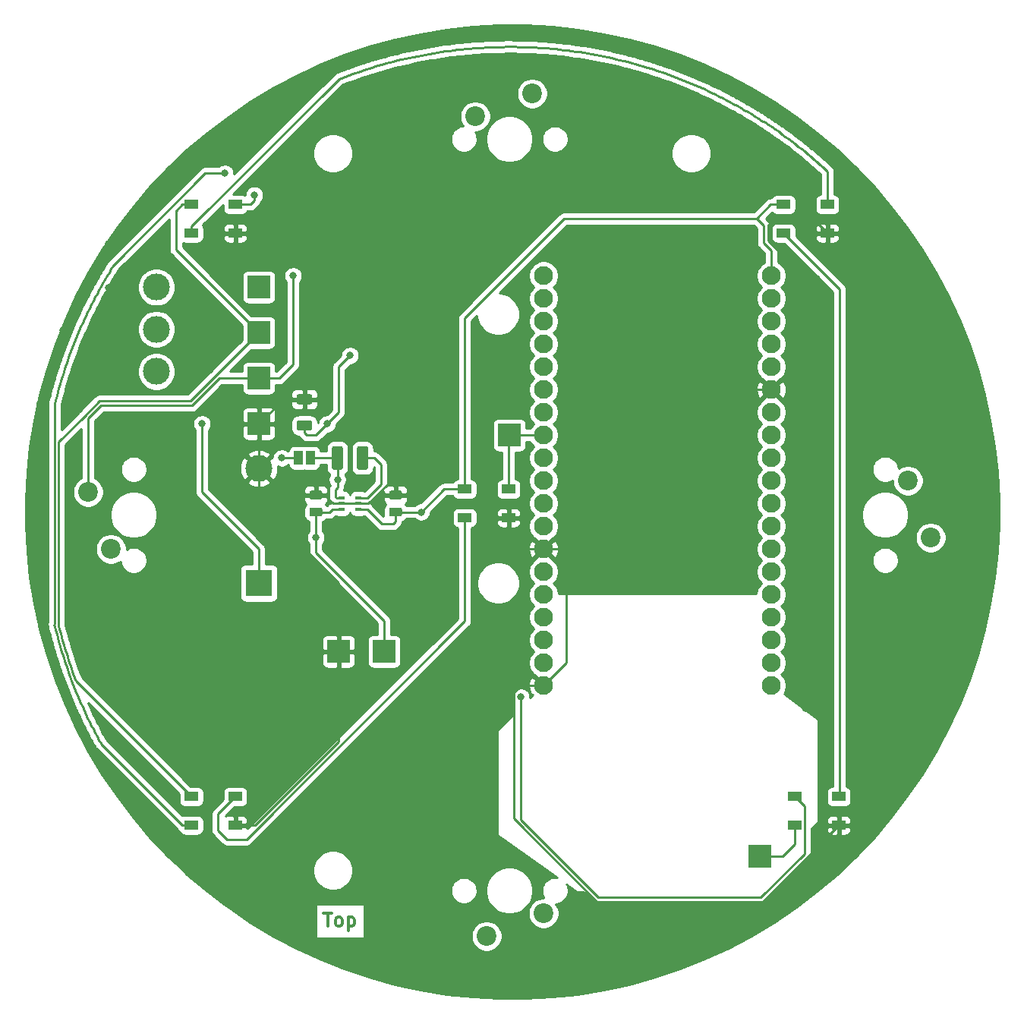
<source format=gbr>
%TF.GenerationSoftware,KiCad,Pcbnew,(5.1.10)-1*%
%TF.CreationDate,2021-09-15T08:26:03+02:00*%
%TF.ProjectId,Light_trainer,4c696768-745f-4747-9261-696e65722e6b,rev?*%
%TF.SameCoordinates,Original*%
%TF.FileFunction,Copper,L1,Top*%
%TF.FilePolarity,Positive*%
%FSLAX46Y46*%
G04 Gerber Fmt 4.6, Leading zero omitted, Abs format (unit mm)*
G04 Created by KiCad (PCBNEW (5.1.10)-1) date 2021-09-15 08:26:03*
%MOMM*%
%LPD*%
G01*
G04 APERTURE LIST*
%TA.AperFunction,NonConductor*%
%ADD10C,0.300000*%
%TD*%
%TA.AperFunction,ComponentPad*%
%ADD11C,3.000000*%
%TD*%
%TA.AperFunction,ComponentPad*%
%ADD12R,3.000000X3.000000*%
%TD*%
%TA.AperFunction,ComponentPad*%
%ADD13C,2.100000*%
%TD*%
%TA.AperFunction,ComponentPad*%
%ADD14C,2.200000*%
%TD*%
%TA.AperFunction,SMDPad,CuDef*%
%ADD15R,0.650000X0.400000*%
%TD*%
%TA.AperFunction,ComponentPad*%
%ADD16R,2.500000X2.500000*%
%TD*%
%TA.AperFunction,SMDPad,CuDef*%
%ADD17R,1.000000X1.500000*%
%TD*%
%TA.AperFunction,SMDPad,CuDef*%
%ADD18R,1.500000X1.000000*%
%TD*%
%TA.AperFunction,ViaPad*%
%ADD19C,0.800000*%
%TD*%
%TA.AperFunction,Conductor*%
%ADD20C,0.250000*%
%TD*%
%TA.AperFunction,Conductor*%
%ADD21C,0.254000*%
%TD*%
%TA.AperFunction,Conductor*%
%ADD22C,0.100000*%
%TD*%
G04 APERTURE END LIST*
D10*
X118991285Y-144720571D02*
X119848428Y-144720571D01*
X119419857Y-146220571D02*
X119419857Y-144720571D01*
X120562714Y-146220571D02*
X120419857Y-146149142D01*
X120348428Y-146077714D01*
X120277000Y-145934857D01*
X120277000Y-145506285D01*
X120348428Y-145363428D01*
X120419857Y-145292000D01*
X120562714Y-145220571D01*
X120777000Y-145220571D01*
X120919857Y-145292000D01*
X120991285Y-145363428D01*
X121062714Y-145506285D01*
X121062714Y-145934857D01*
X120991285Y-146077714D01*
X120919857Y-146149142D01*
X120777000Y-146220571D01*
X120562714Y-146220571D01*
X121705571Y-145220571D02*
X121705571Y-146720571D01*
X121705571Y-145292000D02*
X121848428Y-145220571D01*
X122134142Y-145220571D01*
X122277000Y-145292000D01*
X122348428Y-145363428D01*
X122419857Y-145506285D01*
X122419857Y-145934857D01*
X122348428Y-146077714D01*
X122277000Y-146149142D01*
X122134142Y-146220571D01*
X121848428Y-146220571D01*
X121705571Y-146149142D01*
D11*
%TO.P,BT1,2*%
%TO.N,GND*%
X111760000Y-95150000D03*
D12*
%TO.P,BT1,1*%
%TO.N,Net-(BT1-Pad1)*%
X111760000Y-107950000D03*
%TD*%
D11*
%TO.P,SW5,3*%
%TO.N,Net-(SW5-Pad3)*%
X100330000Y-84330000D03*
%TO.P,SW5,2*%
%TO.N,Net-(BT1-Pad1)*%
X100330000Y-79630000D03*
%TO.P,SW5,1*%
%TO.N,Net-(JP1-Pad1)*%
X100330000Y-74930000D03*
%TD*%
D13*
%TO.P,U2,3V3*%
%TO.N,+3V3*%
X168910000Y-119380000D03*
%TO.P,U2,EN*%
%TO.N,Net-(U2-PadEN)*%
X168910000Y-116840000D03*
%TO.P,U2,SVP*%
%TO.N,Net-(U2-PadSVP)*%
X168910000Y-114300000D03*
%TO.P,U2,SVN*%
%TO.N,Net-(U2-PadSVN)*%
X168910000Y-111760000D03*
%TO.P,U2,IO34*%
%TO.N,Net-(U2-PadIO34)*%
X168910000Y-109220000D03*
%TO.P,U2,IO35*%
%TO.N,Net-(U2-PadIO35)*%
X168910000Y-106680000D03*
%TO.P,U2,IO32*%
%TO.N,Net-(U2-PadIO32)*%
X168910000Y-104140000D03*
%TO.P,U2,IO33*%
%TO.N,Net-(U2-PadIO33)*%
X168910000Y-101600000D03*
%TO.P,U2,IO12*%
%TO.N,Net-(U2-PadIO12)*%
X168910000Y-88900000D03*
%TO.P,U2,GND0*%
%TO.N,GND*%
X168910000Y-86360000D03*
%TO.P,U2,IO13*%
%TO.N,Net-(U2-PadIO13)*%
X168910000Y-83820000D03*
%TO.P,U2,SD2*%
%TO.N,Net-(U2-PadSD2)*%
X168910000Y-81280000D03*
%TO.P,U2,SD3*%
%TO.N,Net-(U2-PadSD3)*%
X168910000Y-78740000D03*
%TO.P,U2,CMD*%
%TO.N,Net-(U2-PadCMD)*%
X168910000Y-76200000D03*
%TO.P,U2,5V*%
%TO.N,+5V*%
X168910000Y-73660000D03*
%TO.P,U2,GND1*%
%TO.N,GND*%
X143510000Y-119380000D03*
%TO.P,U2,IO25*%
%TO.N,Net-(U2-PadIO25)*%
X168910000Y-99060000D03*
%TO.P,U2,IO26*%
%TO.N,Net-(U2-PadIO26)*%
X168910000Y-96520000D03*
%TO.P,U2,IO27*%
%TO.N,Net-(U2-PadIO27)*%
X168910000Y-93980000D03*
%TO.P,U2,IO14*%
%TO.N,Net-(U2-PadIO14)*%
X168910000Y-91440000D03*
%TO.P,U2,IO23*%
%TO.N,Net-(U2-PadIO23)*%
X143510000Y-116840000D03*
%TO.P,U2,IO22*%
%TO.N,Net-(U2-PadIO22)*%
X143510000Y-114300000D03*
%TO.P,U2,TXD0*%
%TO.N,Net-(U2-PadTXD0)*%
X143510000Y-111760000D03*
%TO.P,U2,RXD0*%
%TO.N,Net-(U2-PadRXD0)*%
X143510000Y-109220000D03*
%TO.P,U2,IO21*%
%TO.N,Net-(U2-PadIO21)*%
X143510000Y-106680000D03*
%TO.P,U2,GND2*%
%TO.N,GND*%
X143510000Y-104140000D03*
%TO.P,U2,IO19*%
%TO.N,Net-(U2-PadIO19)*%
X143510000Y-101600000D03*
%TO.P,U2,IO18*%
%TO.N,Net-(U2-PadIO18)*%
X143510000Y-99060000D03*
%TO.P,U2,IO5*%
%TO.N,Net-(U2-PadIO5)*%
X143510000Y-96520000D03*
%TO.P,U2,IO17*%
%TO.N,switch*%
X143510000Y-93980000D03*
%TO.P,U2,IO16*%
%TO.N,LED*%
X143510000Y-91440000D03*
%TO.P,U2,IO4*%
%TO.N,Net-(U2-PadIO4)*%
X143510000Y-88900000D03*
%TO.P,U2,IO0*%
%TO.N,Net-(U2-PadIO0)*%
X143510000Y-86360000D03*
%TO.P,U2,IO2*%
%TO.N,Net-(U2-PadIO2)*%
X143510000Y-83820000D03*
%TO.P,U2,IO15*%
%TO.N,Net-(U2-PadIO15)*%
X143510000Y-81280000D03*
%TO.P,U2,SD1*%
%TO.N,Net-(U2-PadSD1)*%
X143510000Y-78740000D03*
%TO.P,U2,SD0*%
%TO.N,Net-(U2-PadSD0)*%
X143510000Y-76200000D03*
%TO.P,U2,CLK*%
%TO.N,Net-(U2-PadCLK)*%
X143510000Y-73660000D03*
%TD*%
D14*
%TO.P,SW4,2*%
%TO.N,switch*%
X135890000Y-55880000D03*
%TO.P,SW4,1*%
%TO.N,+3V3*%
X142240000Y-53340000D03*
%TD*%
%TO.P,SW3,2*%
%TO.N,switch*%
X184150000Y-96520000D03*
%TO.P,SW3,1*%
%TO.N,+3V3*%
X186690000Y-102870000D03*
%TD*%
%TO.P,SW2,2*%
%TO.N,switch*%
X143510000Y-144780000D03*
%TO.P,SW2,1*%
%TO.N,+3V3*%
X137160000Y-147320000D03*
%TD*%
%TO.P,SW1,2*%
%TO.N,switch*%
X95250000Y-104140000D03*
%TO.P,SW1,1*%
%TO.N,+3V3*%
X92710000Y-97790000D03*
%TD*%
%TO.P,R1,2*%
%TO.N,switch*%
%TA.AperFunction,SMDPad,CuDef*%
G36*
G01*
X116214999Y-89800000D02*
X117465001Y-89800000D01*
G75*
G02*
X117715000Y-90049999I0J-249999D01*
G01*
X117715000Y-90675001D01*
G75*
G02*
X117465001Y-90925000I-249999J0D01*
G01*
X116214999Y-90925000D01*
G75*
G02*
X115965000Y-90675001I0J249999D01*
G01*
X115965000Y-90049999D01*
G75*
G02*
X116214999Y-89800000I249999J0D01*
G01*
G37*
%TD.AperFunction*%
%TO.P,R1,1*%
%TO.N,GND*%
%TA.AperFunction,SMDPad,CuDef*%
G36*
G01*
X116214999Y-86875000D02*
X117465001Y-86875000D01*
G75*
G02*
X117715000Y-87124999I0J-249999D01*
G01*
X117715000Y-87750001D01*
G75*
G02*
X117465001Y-88000000I-249999J0D01*
G01*
X116214999Y-88000000D01*
G75*
G02*
X115965000Y-87750001I0J249999D01*
G01*
X115965000Y-87124999D01*
G75*
G02*
X116214999Y-86875000I249999J0D01*
G01*
G37*
%TD.AperFunction*%
%TD*%
D15*
%TO.P,U1,6*%
%TO.N,Net-(L1-Pad2)*%
X122870000Y-98410000D03*
%TO.P,U1,4*%
%TO.N,+5V*%
X122870000Y-99710000D03*
%TO.P,U1,2*%
%TO.N,GND*%
X120970000Y-99060000D03*
%TO.P,U1,5*%
X122870000Y-99060000D03*
%TO.P,U1,3*%
%TO.N,Net-(C1-Pad1)*%
X120970000Y-99710000D03*
%TO.P,U1,1*%
X120970000Y-98410000D03*
%TD*%
D16*
%TO.P,TP8,1*%
%TO.N,+3V3*%
X111760000Y-85090000D03*
%TD*%
%TO.P,TP7,1*%
%TO.N,+5V*%
X111760000Y-80010000D03*
%TD*%
%TO.P,TP6,1*%
%TO.N,GND*%
X111760000Y-90170000D03*
%TD*%
%TO.P,TP3,1*%
%TO.N,GND*%
X120650000Y-115570000D03*
%TD*%
%TO.P,TP2,1*%
%TO.N,Net-(C1-Pad1)*%
X125730000Y-115570000D03*
%TD*%
%TO.P,L1,2*%
%TO.N,Net-(L1-Pad2)*%
%TA.AperFunction,SMDPad,CuDef*%
G36*
G01*
X122695000Y-95055000D02*
X122695000Y-92905000D01*
G75*
G02*
X122945000Y-92655000I250000J0D01*
G01*
X123695000Y-92655000D01*
G75*
G02*
X123945000Y-92905000I0J-250000D01*
G01*
X123945000Y-95055000D01*
G75*
G02*
X123695000Y-95305000I-250000J0D01*
G01*
X122945000Y-95305000D01*
G75*
G02*
X122695000Y-95055000I0J250000D01*
G01*
G37*
%TD.AperFunction*%
%TO.P,L1,1*%
%TO.N,Net-(C1-Pad1)*%
%TA.AperFunction,SMDPad,CuDef*%
G36*
G01*
X119895000Y-95055000D02*
X119895000Y-92905000D01*
G75*
G02*
X120145000Y-92655000I250000J0D01*
G01*
X120895000Y-92655000D01*
G75*
G02*
X121145000Y-92905000I0J-250000D01*
G01*
X121145000Y-95055000D01*
G75*
G02*
X120895000Y-95305000I-250000J0D01*
G01*
X120145000Y-95305000D01*
G75*
G02*
X119895000Y-95055000I0J250000D01*
G01*
G37*
%TD.AperFunction*%
%TD*%
D17*
%TO.P,JP1,1*%
%TO.N,Net-(JP1-Pad1)*%
X116190000Y-93980000D03*
%TO.P,JP1,2*%
%TO.N,Net-(C1-Pad1)*%
X117490000Y-93980000D03*
%TD*%
%TO.P,C2,2*%
%TO.N,GND*%
%TA.AperFunction,SMDPad,CuDef*%
G36*
G01*
X127475000Y-98610000D02*
X126525000Y-98610000D01*
G75*
G02*
X126275000Y-98360000I0J250000D01*
G01*
X126275000Y-97860000D01*
G75*
G02*
X126525000Y-97610000I250000J0D01*
G01*
X127475000Y-97610000D01*
G75*
G02*
X127725000Y-97860000I0J-250000D01*
G01*
X127725000Y-98360000D01*
G75*
G02*
X127475000Y-98610000I-250000J0D01*
G01*
G37*
%TD.AperFunction*%
%TO.P,C2,1*%
%TO.N,+5V*%
%TA.AperFunction,SMDPad,CuDef*%
G36*
G01*
X127475000Y-100510000D02*
X126525000Y-100510000D01*
G75*
G02*
X126275000Y-100260000I0J250000D01*
G01*
X126275000Y-99760000D01*
G75*
G02*
X126525000Y-99510000I250000J0D01*
G01*
X127475000Y-99510000D01*
G75*
G02*
X127725000Y-99760000I0J-250000D01*
G01*
X127725000Y-100260000D01*
G75*
G02*
X127475000Y-100510000I-250000J0D01*
G01*
G37*
%TD.AperFunction*%
%TD*%
%TO.P,C1,2*%
%TO.N,GND*%
%TA.AperFunction,SMDPad,CuDef*%
G36*
G01*
X118585000Y-98610000D02*
X117635000Y-98610000D01*
G75*
G02*
X117385000Y-98360000I0J250000D01*
G01*
X117385000Y-97860000D01*
G75*
G02*
X117635000Y-97610000I250000J0D01*
G01*
X118585000Y-97610000D01*
G75*
G02*
X118835000Y-97860000I0J-250000D01*
G01*
X118835000Y-98360000D01*
G75*
G02*
X118585000Y-98610000I-250000J0D01*
G01*
G37*
%TD.AperFunction*%
%TO.P,C1,1*%
%TO.N,Net-(C1-Pad1)*%
%TA.AperFunction,SMDPad,CuDef*%
G36*
G01*
X118585000Y-100510000D02*
X117635000Y-100510000D01*
G75*
G02*
X117385000Y-100260000I0J250000D01*
G01*
X117385000Y-99760000D01*
G75*
G02*
X117635000Y-99510000I250000J0D01*
G01*
X118585000Y-99510000D01*
G75*
G02*
X118835000Y-99760000I0J-250000D01*
G01*
X118835000Y-100260000D01*
G75*
G02*
X118585000Y-100510000I-250000J0D01*
G01*
G37*
%TD.AperFunction*%
%TD*%
D16*
%TO.P,TP5,1*%
%TO.N,Net-(D5-Pad4)*%
X167640000Y-138430000D03*
%TD*%
%TO.P,TP1,1*%
%TO.N,LED*%
X139700000Y-91440000D03*
%TD*%
%TO.P,TP4,1*%
%TO.N,switch*%
X111760000Y-74930000D03*
%TD*%
D18*
%TO.P,D5,3*%
%TO.N,+5V*%
X171540000Y-131750000D03*
%TO.P,D5,4*%
%TO.N,Net-(D5-Pad4)*%
X171540000Y-134950000D03*
%TO.P,D5,2*%
%TO.N,Net-(D4-Pad4)*%
X176440000Y-131750000D03*
%TO.P,D5,1*%
%TO.N,GND*%
X176440000Y-134950000D03*
%TD*%
%TO.P,D4,3*%
%TO.N,+5V*%
X170270000Y-65710000D03*
%TO.P,D4,4*%
%TO.N,Net-(D4-Pad4)*%
X170270000Y-68910000D03*
%TO.P,D4,2*%
%TO.N,Net-(D3-Pad4)*%
X175170000Y-65710000D03*
%TO.P,D4,1*%
%TO.N,GND*%
X175170000Y-68910000D03*
%TD*%
%TO.P,D3,3*%
%TO.N,+5V*%
X104230000Y-65710000D03*
%TO.P,D3,4*%
%TO.N,Net-(D3-Pad4)*%
X104230000Y-68910000D03*
%TO.P,D3,2*%
%TO.N,Net-(D2-Pad4)*%
X109130000Y-65710000D03*
%TO.P,D3,1*%
%TO.N,GND*%
X109130000Y-68910000D03*
%TD*%
%TO.P,D2,3*%
%TO.N,+5V*%
X104230000Y-131750000D03*
%TO.P,D2,4*%
%TO.N,Net-(D2-Pad4)*%
X104230000Y-134950000D03*
%TO.P,D2,2*%
%TO.N,Net-(D1-Pad4)*%
X109130000Y-131750000D03*
%TO.P,D2,1*%
%TO.N,GND*%
X109130000Y-134950000D03*
%TD*%
%TO.P,D1,3*%
%TO.N,+5V*%
X134710000Y-97460000D03*
%TO.P,D1,4*%
%TO.N,Net-(D1-Pad4)*%
X134710000Y-100660000D03*
%TO.P,D1,2*%
%TO.N,LED*%
X139610000Y-97460000D03*
%TO.P,D1,1*%
%TO.N,GND*%
X139610000Y-100660000D03*
%TD*%
D19*
%TO.N,GND*%
X163830000Y-73660000D03*
X163830000Y-80010000D03*
X172720000Y-116840000D03*
X172720000Y-121920000D03*
X179070000Y-121920000D03*
X179070000Y-110490000D03*
X184150000Y-114300000D03*
X187960000Y-114300000D03*
X187960000Y-106680000D03*
X187960000Y-99060000D03*
X187960000Y-92710000D03*
X187960000Y-88900000D03*
X185420000Y-88900000D03*
X185420000Y-92710000D03*
X182880000Y-92710000D03*
X182880000Y-88900000D03*
X181610000Y-85090000D03*
X177800000Y-81280000D03*
X173990000Y-77470000D03*
X171450000Y-74930000D03*
X173990000Y-71120000D03*
X176530000Y-73660000D03*
X158750000Y-63500000D03*
X151130000Y-55880000D03*
X121920000Y-54610000D03*
X132080000Y-62230000D03*
X124460000Y-69850000D03*
X118110000Y-76200000D03*
X123190000Y-90170000D03*
X125730000Y-86360000D03*
X132080000Y-74930000D03*
X139700000Y-69850000D03*
X137160000Y-82550000D03*
X137160000Y-91440000D03*
X133350000Y-91440000D03*
X137160000Y-102870000D03*
X133350000Y-105410000D03*
X135890000Y-109220000D03*
X140970000Y-109220000D03*
X139700000Y-119380000D03*
X91440000Y-102870000D03*
X91440000Y-109220000D03*
X97790000Y-109220000D03*
X104140000Y-116840000D03*
X97790000Y-116840000D03*
X97790000Y-123190000D03*
X104140000Y-129540000D03*
X161290000Y-146050000D03*
X128270000Y-140970000D03*
X114300000Y-127000000D03*
X151130000Y-144780000D03*
X128270000Y-120650000D03*
X124460000Y-119380000D03*
X132080000Y-111760000D03*
X91122500Y-93281500D03*
X95186500Y-90106500D03*
X95250000Y-86106000D03*
X90741500Y-88074500D03*
X106362500Y-83058000D03*
X105981500Y-76898500D03*
X108521500Y-72961500D03*
X95000000Y-75000000D03*
X155638500Y-52133500D03*
X172275500Y-61595000D03*
X165417500Y-69342000D03*
X155511500Y-69215000D03*
X147066000Y-69342000D03*
X147066000Y-65468500D03*
X138366500Y-62103000D03*
X140843000Y-74803000D03*
X128587500Y-101790500D03*
X128587500Y-96139000D03*
X122618500Y-96647000D03*
X121856500Y-102552500D03*
X124269500Y-108077000D03*
X121348500Y-110045500D03*
X114300000Y-101600000D03*
X114363500Y-87566500D03*
X107823000Y-87947500D03*
X103505000Y-93218000D03*
X103695500Y-101917500D03*
X109093000Y-104711500D03*
X97345500Y-126873000D03*
X115697000Y-133477000D03*
X118935500Y-130556000D03*
X174586250Y-136803750D03*
X182372000Y-127698500D03*
X175260000Y-97282000D03*
X148590000Y-106680000D03*
X156210000Y-106680000D03*
X163830000Y-106680000D03*
X163830000Y-99060000D03*
X156210000Y-99060000D03*
X148590000Y-99060000D03*
X163830000Y-92710000D03*
X156210000Y-92710000D03*
X148590000Y-80010000D03*
X148590000Y-73660000D03*
X156210000Y-73660000D03*
X156210000Y-80010000D03*
X163830000Y-86360000D03*
X148590000Y-86360000D03*
X156210000Y-86360000D03*
X148590000Y-92710000D03*
X121412000Y-149860000D03*
X113792000Y-146304000D03*
X107188000Y-142240000D03*
X101600000Y-136652000D03*
X96012000Y-130556000D03*
X91440000Y-122936000D03*
X87884000Y-112776000D03*
X86360000Y-103632000D03*
X86360000Y-94996000D03*
X87376000Y-87884000D03*
X89916000Y-79756000D03*
X94996000Y-70104000D03*
X100584000Y-69088000D03*
X102616000Y-61468000D03*
X110744000Y-54864000D03*
X121920000Y-49276000D03*
X131572000Y-46736000D03*
X143256000Y-46228000D03*
X154432000Y-48260000D03*
X166116000Y-52832000D03*
X175768000Y-59944000D03*
X184912000Y-70612000D03*
X189992000Y-80264000D03*
X193040000Y-91948000D03*
X193548000Y-103632000D03*
X190500000Y-118364000D03*
X186436000Y-127000000D03*
X179832000Y-136144000D03*
X170688000Y-144272000D03*
X159004000Y-150368000D03*
X145288000Y-153416000D03*
X133096000Y-152908000D03*
X174000000Y-74000000D03*
%TO.N,+3V3*%
X115570000Y-73660000D03*
%TO.N,+5V*%
X129860000Y-100010000D03*
X140970000Y-120650000D03*
%TO.N,switch*%
X121920000Y-82550000D03*
X119380000Y-90170000D03*
%TO.N,Net-(BT1-Pad1)*%
X105410000Y-90170000D03*
%TO.N,Net-(C1-Pad1)*%
X118110000Y-102870000D03*
X118110000Y-102870000D03*
X120520000Y-96390000D03*
%TO.N,Net-(D2-Pad4)*%
X107950000Y-62230000D03*
X111252002Y-64643000D03*
%TO.N,Net-(JP1-Pad1)*%
X114300000Y-93980000D03*
%TD*%
D20*
%TO.N,GND*%
X120970000Y-99060000D02*
X122870000Y-99060000D01*
X116840000Y-87437500D02*
X116840000Y-72390000D01*
X113360000Y-68910000D02*
X109130000Y-68910000D01*
X116840000Y-72390000D02*
X113360000Y-68910000D01*
X143510000Y-104140000D02*
X146050000Y-104140000D01*
X163830000Y-86360000D02*
X163830000Y-86360000D01*
X146050000Y-104140000D02*
X163830000Y-86360000D01*
X146050000Y-116840000D02*
X143510000Y-119380000D01*
X146050000Y-104140000D02*
X146050000Y-116840000D01*
X111952500Y-95250000D02*
X111760000Y-95250000D01*
X111760000Y-95150000D02*
X111760000Y-90170000D01*
X114720000Y-98110000D02*
X111760000Y-95150000D01*
X118110000Y-98110000D02*
X114720000Y-98110000D01*
X114492500Y-87437500D02*
X114363500Y-87566500D01*
X116840000Y-87437500D02*
X114492500Y-87437500D01*
X111303000Y-134950000D02*
X109130000Y-134950000D01*
X120650000Y-115570000D02*
X120650000Y-125603000D01*
X120650000Y-125603000D02*
X111303000Y-134950000D01*
X111760000Y-99060000D02*
X111760000Y-95150000D01*
X120650000Y-107950000D02*
X114300000Y-101600000D01*
X120650000Y-115570000D02*
X120650000Y-107950000D01*
X126047500Y-96964500D02*
X123952000Y-99060000D01*
X126809500Y-96964500D02*
X126047500Y-96964500D01*
X123952000Y-99060000D02*
X122870000Y-99060000D01*
X127000000Y-97155000D02*
X126809500Y-96964500D01*
X127000000Y-98110000D02*
X127000000Y-97155000D01*
X119065000Y-98110000D02*
X120015000Y-99060000D01*
X120015000Y-99060000D02*
X120970000Y-99060000D01*
X118110000Y-98110000D02*
X119065000Y-98110000D01*
X173570000Y-67310000D02*
X175170000Y-68910000D01*
X169227500Y-67310000D02*
X173570000Y-67310000D01*
X168529000Y-68008500D02*
X169227500Y-67310000D01*
X168529000Y-69723000D02*
X168529000Y-68008500D01*
X172720000Y-73914000D02*
X168529000Y-69723000D01*
X172720000Y-82550000D02*
X172720000Y-73914000D01*
X168910000Y-86360000D02*
X172720000Y-82550000D01*
X139610000Y-102145000D02*
X139610000Y-100660000D01*
X141605000Y-104140000D02*
X139610000Y-102145000D01*
X143510000Y-104140000D02*
X141605000Y-104140000D01*
X114300000Y-101600000D02*
X111760000Y-99060000D01*
X114363500Y-87566500D02*
X111760000Y-90170000D01*
X174586250Y-136803750D02*
X176440000Y-134950000D01*
X163830000Y-86360000D02*
X168910000Y-86360000D01*
X143510000Y-119380000D02*
X140970000Y-119380000D01*
X140970000Y-119380000D02*
X140208000Y-120142000D01*
X140208000Y-120142000D02*
X140208000Y-134208000D01*
X140208000Y-134208000D02*
X149450010Y-143450011D01*
X149450010Y-143450011D02*
X167939989Y-143450011D01*
X167939989Y-143450011D02*
X174586250Y-136803750D01*
%TO.N,+3V3*%
X115570000Y-83566000D02*
X115570000Y-73660000D01*
X114046000Y-85090000D02*
X115570000Y-83566000D01*
X111760000Y-85090000D02*
X114046000Y-85090000D01*
X107315000Y-85090000D02*
X111760000Y-85090000D01*
X104267000Y-88138000D02*
X107315000Y-85090000D01*
X94107000Y-88138000D02*
X104267000Y-88138000D01*
X92710000Y-89535000D02*
X94107000Y-88138000D01*
X92710000Y-97790000D02*
X92710000Y-89535000D01*
%TO.N,+5V*%
X127000000Y-100010000D02*
X129860000Y-100010000D01*
X132410000Y-97460000D02*
X134710000Y-97460000D01*
X129860000Y-100010000D02*
X132410000Y-97460000D01*
X127000000Y-101092000D02*
X127000000Y-100010000D01*
X126746000Y-101346000D02*
X127000000Y-101092000D01*
X125476000Y-101346000D02*
X126746000Y-101346000D01*
X123840000Y-99710000D02*
X125476000Y-101346000D01*
X122870000Y-99710000D02*
X123840000Y-99710000D01*
X168910000Y-70866000D02*
X168021000Y-69977000D01*
X168910000Y-73660000D02*
X168910000Y-70866000D01*
X168859000Y-65710000D02*
X170270000Y-65710000D01*
X167259000Y-67310000D02*
X168859000Y-65710000D01*
X145796000Y-67310000D02*
X167259000Y-67310000D01*
X134710000Y-78396000D02*
X145796000Y-67310000D01*
X134710000Y-97460000D02*
X134710000Y-78396000D01*
X168021000Y-68072000D02*
X167259000Y-67310000D01*
X168021000Y-69977000D02*
X168021000Y-68072000D01*
X89525333Y-113100736D02*
X89626882Y-113493966D01*
X107128600Y-84639989D02*
X104138590Y-87630000D01*
X89408002Y-112631085D02*
X89514072Y-113057136D01*
X89439700Y-112578373D02*
X89408002Y-112631085D01*
X89514072Y-113057136D02*
X89525333Y-113100736D01*
X89863913Y-114364658D02*
X89988127Y-114798479D01*
X89408000Y-92202000D02*
X89408000Y-112451034D01*
X89408000Y-112451034D02*
X89439700Y-112578373D01*
X111760000Y-80010000D02*
X107130011Y-84639989D01*
X93978589Y-87630000D02*
X92259989Y-89348600D01*
X104138590Y-87630000D02*
X93978589Y-87630000D01*
X92259989Y-89348600D02*
X92259989Y-89350011D01*
X90116130Y-115231242D02*
X90247804Y-115662565D01*
X92259989Y-89350011D02*
X89408000Y-92202000D01*
X89988127Y-114798479D02*
X90116130Y-115231242D01*
X107130011Y-84639989D02*
X107128600Y-84639989D01*
X89626882Y-113493966D02*
X89743479Y-113929748D01*
X89743479Y-113929748D02*
X89863913Y-114364658D01*
X90812219Y-117376763D02*
X90962624Y-117802128D01*
X90247804Y-115662565D02*
X90383357Y-116093119D01*
X90383357Y-116093119D02*
X90406185Y-116163481D01*
X90406185Y-116163481D02*
X90522551Y-116522145D01*
X90522551Y-116522145D02*
X90665528Y-116950102D01*
X96520000Y-124040000D02*
X104230000Y-131750000D01*
X90665528Y-116950102D02*
X90812219Y-117376763D01*
X90962624Y-117802128D02*
X91116708Y-118226111D01*
X91116708Y-118226111D02*
X91274543Y-118648904D01*
X91274543Y-118648904D02*
X91365053Y-118885053D01*
X91365053Y-118885053D02*
X96520000Y-124040000D01*
X104140000Y-72390000D02*
X111760000Y-80010000D01*
X102489000Y-70739000D02*
X104140000Y-72390000D01*
X102489000Y-66421000D02*
X102489000Y-70739000D01*
X103200000Y-65710000D02*
X102489000Y-66421000D01*
X104230000Y-65710000D02*
X103200000Y-65710000D01*
X140970000Y-134333590D02*
X140970000Y-120650000D01*
X149636410Y-143000000D02*
X140970000Y-134333590D01*
X167753590Y-143000000D02*
X149636410Y-143000000D01*
X172615001Y-138138589D02*
X167753590Y-143000000D01*
X172615001Y-132825001D02*
X172615001Y-138138589D01*
X171540000Y-131750000D02*
X172615001Y-132825001D01*
%TO.N,Net-(D5-Pad4)*%
X170180000Y-138430000D02*
X167640000Y-138430000D01*
X171540000Y-137070000D02*
X170180000Y-138430000D01*
X171540000Y-134950000D02*
X171540000Y-137070000D01*
%TO.N,LED*%
X143510000Y-91440000D02*
X139700000Y-91440000D01*
X139610000Y-91530000D02*
X139700000Y-91440000D01*
X139610000Y-97460000D02*
X139610000Y-91530000D01*
%TO.N,switch*%
X120650000Y-83820000D02*
X120650000Y-88900000D01*
X121920000Y-82550000D02*
X120650000Y-83820000D01*
X120650000Y-88900000D02*
X119380000Y-90170000D01*
X117094000Y-91440000D02*
X116840000Y-91186000D01*
X116840000Y-91186000D02*
X116840000Y-90362500D01*
X118110000Y-91440000D02*
X117094000Y-91440000D01*
X119380000Y-90170000D02*
X118110000Y-91440000D01*
%TO.N,Net-(BT1-Pad1)*%
X111760000Y-107950000D02*
X111760000Y-104140000D01*
X105410000Y-97790000D02*
X105410000Y-90170000D01*
X111760000Y-104140000D02*
X105410000Y-97790000D01*
%TO.N,Net-(C1-Pad1)*%
X117490000Y-93980000D02*
X120520000Y-93980000D01*
X118110000Y-100010000D02*
X118110000Y-102870000D01*
X120520000Y-93980000D02*
X120520000Y-96390000D01*
X118110000Y-104521000D02*
X118110000Y-102870000D01*
X125730000Y-112141000D02*
X118110000Y-104521000D01*
X125730000Y-115570000D02*
X125730000Y-112141000D01*
X120381000Y-98410000D02*
X120970000Y-98410000D01*
X120269000Y-98298000D02*
X120381000Y-98410000D01*
X120269000Y-97536000D02*
X120269000Y-98298000D01*
X120520000Y-97285000D02*
X120269000Y-97536000D01*
X120520000Y-96390000D02*
X120520000Y-97285000D01*
X120000000Y-99710000D02*
X120970000Y-99710000D01*
X119634000Y-100076000D02*
X120000000Y-99710000D01*
X118176000Y-100076000D02*
X119634000Y-100076000D01*
X118110000Y-100010000D02*
X118176000Y-100076000D01*
%TO.N,Net-(D1-Pad4)*%
X134710000Y-100660000D02*
X134710000Y-112179411D01*
X107188000Y-133692000D02*
X109130000Y-131750000D01*
X134710000Y-112179411D02*
X110364411Y-136525000D01*
X110364411Y-136525000D02*
X108204000Y-136525000D01*
X108204000Y-136525000D02*
X107188000Y-135509000D01*
X107188000Y-135509000D02*
X107188000Y-133692000D01*
%TO.N,Net-(D2-Pad4)*%
X107384315Y-62230000D02*
X107950000Y-62230000D01*
X105777189Y-62230000D02*
X107384315Y-62230000D01*
X95510401Y-72496788D02*
X105777189Y-62230000D01*
X95269563Y-72882877D02*
X95510401Y-72496788D01*
X95032097Y-73271051D02*
X95269563Y-72882877D01*
X94797982Y-73661348D02*
X95032097Y-73271051D01*
X94567268Y-74053684D02*
X94797982Y-73661348D01*
X94340047Y-74447902D02*
X94567268Y-74053684D01*
X94116169Y-74844266D02*
X94340047Y-74447902D01*
X93895839Y-75242412D02*
X94116169Y-74844266D01*
X93678957Y-75642516D02*
X93895839Y-75242412D01*
X93465557Y-76044521D02*
X93678957Y-75642516D01*
X93255665Y-76448377D02*
X93465557Y-76044521D01*
X93049259Y-76854127D02*
X93255665Y-76448377D01*
X92846463Y-77261530D02*
X93049259Y-76854127D01*
X92647268Y-77670593D02*
X92846463Y-77261530D01*
X92451577Y-78081522D02*
X92647268Y-77670593D01*
X92259477Y-78494134D02*
X92451577Y-78081522D01*
X92070994Y-78908374D02*
X92259477Y-78494134D01*
X91886141Y-79324212D02*
X92070994Y-78908374D01*
X89954704Y-116230120D02*
X89818008Y-115795938D01*
X90095096Y-116662843D02*
X89954704Y-116230120D01*
X90239323Y-117094539D02*
X90095096Y-116662843D01*
X90387292Y-117524918D02*
X90239323Y-117094539D01*
X91527291Y-80160759D02*
X91704924Y-79741631D01*
X90539005Y-117953983D02*
X90387292Y-117524918D01*
X90853640Y-81851870D02*
X91016528Y-81426882D01*
X90694469Y-118381764D02*
X90539005Y-117953983D01*
X90853605Y-118808039D02*
X90694469Y-118381764D01*
X91353375Y-80581277D02*
X91527291Y-80160759D01*
X91016529Y-119233119D02*
X90853605Y-118808039D01*
X91183125Y-119656694D02*
X91016529Y-119233119D01*
X91704914Y-120918348D02*
X91527291Y-120499243D01*
X91527291Y-120499243D02*
X91353374Y-120078723D01*
X91886135Y-121335773D02*
X91704914Y-120918348D01*
X89818008Y-115795938D02*
X89685157Y-115360761D01*
X92070998Y-121751634D02*
X91886135Y-121335773D01*
X104230000Y-134950000D02*
X103230000Y-134950000D01*
X103230000Y-134950000D02*
X94142692Y-125862692D01*
X94142692Y-125862692D02*
X94116175Y-125815745D01*
X94116175Y-125815745D02*
X93895842Y-125417594D01*
X89077884Y-87492178D02*
X89191674Y-87051549D01*
X93895842Y-125417594D02*
X93678961Y-125017491D01*
X92259481Y-122165875D02*
X92070998Y-121751634D01*
X89685157Y-115360761D02*
X89556051Y-114924270D01*
X89309294Y-86611946D02*
X89430749Y-86173355D01*
X93678961Y-125017491D02*
X93465560Y-124615484D01*
X93465560Y-124615484D02*
X93255668Y-124211628D01*
X91704924Y-79741631D02*
X91886141Y-79324212D01*
X93049259Y-123805871D02*
X92846463Y-123398469D01*
X91353374Y-120078723D02*
X91183125Y-119656694D01*
X93255668Y-124211628D02*
X93049259Y-123805871D01*
X92846463Y-123398469D02*
X92647269Y-122989408D01*
X92647269Y-122989408D02*
X92451575Y-122578474D01*
X92451575Y-122578474D02*
X92259481Y-122165875D01*
X89556051Y-114924270D02*
X89430770Y-114486724D01*
X89430770Y-114486724D02*
X89309284Y-114048019D01*
X89309284Y-114048019D02*
X89191660Y-113608400D01*
X88927391Y-112557084D02*
X88957989Y-112506202D01*
X89191660Y-113608400D02*
X89077875Y-113167790D01*
X89077875Y-113167790D02*
X88967911Y-112726107D01*
X88967911Y-112726107D02*
X88927391Y-112557084D01*
X88957989Y-112506202D02*
X88957989Y-92015600D01*
X88957989Y-92015600D02*
X88967933Y-92005656D01*
X88967933Y-92005656D02*
X88967933Y-87933804D01*
X88967933Y-87933804D02*
X89077884Y-87492178D01*
X89191674Y-87051549D02*
X89309294Y-86611946D01*
X90539006Y-82706013D02*
X90694467Y-82278243D01*
X89430749Y-86173355D02*
X89556055Y-85735718D01*
X89556055Y-85735718D02*
X89685130Y-85299332D01*
X89685130Y-85299332D02*
X89817979Y-84864158D01*
X89817979Y-84864158D02*
X89954685Y-84429941D01*
X91016528Y-81426882D02*
X91183118Y-81003325D01*
X89954685Y-84429941D02*
X90095137Y-83997035D01*
X90095137Y-83997035D02*
X90239327Y-83565450D01*
X90239327Y-83565450D02*
X90387294Y-83135078D01*
X90387294Y-83135078D02*
X90539006Y-82706013D01*
X90694467Y-82278243D02*
X90853640Y-81851870D01*
X91183118Y-81003325D02*
X91353375Y-80581277D01*
X111252002Y-65277998D02*
X111252002Y-64643000D01*
X110820000Y-65710000D02*
X111252002Y-65277998D01*
X109130000Y-65710000D02*
X110820000Y-65710000D01*
%TO.N,Net-(D3-Pad4)*%
X175170000Y-61999378D02*
X175170000Y-65710000D01*
X175026674Y-61866585D02*
X175170000Y-61999378D01*
X174690144Y-61560192D02*
X175026674Y-61866585D01*
X174350976Y-61256760D02*
X174690144Y-61560192D01*
X174009138Y-60956262D02*
X174350976Y-61256760D01*
X145716869Y-48453170D02*
X146168754Y-48507577D01*
X144358667Y-48313608D02*
X144811879Y-48356190D01*
X143905103Y-48274979D02*
X144358667Y-48313608D01*
X143451493Y-48240322D02*
X143905103Y-48274979D01*
X142542953Y-48182845D02*
X142997289Y-48209601D01*
X142088543Y-48160056D02*
X142542953Y-48182845D01*
X141633725Y-48141219D02*
X142088543Y-48160056D01*
X141178880Y-48126350D02*
X141633725Y-48141219D01*
X140723841Y-48115443D02*
X141178880Y-48126350D01*
X140268851Y-48108505D02*
X140723841Y-48115443D01*
X139813803Y-48105530D02*
X140268851Y-48108505D01*
X138903670Y-48111477D02*
X139358684Y-48106521D01*
X138448535Y-48120402D02*
X138903670Y-48111477D01*
X137993609Y-48133290D02*
X138448535Y-48120402D01*
X137538871Y-48150139D02*
X137993609Y-48133290D01*
X137084191Y-48170957D02*
X137538871Y-48150139D01*
X136629784Y-48195730D02*
X137084191Y-48170957D01*
X136175596Y-48224463D02*
X136629784Y-48195730D01*
X135721703Y-48257153D02*
X136175596Y-48224463D01*
X135268009Y-48293804D02*
X135721703Y-48257153D01*
X134814766Y-48334397D02*
X135268009Y-48293804D01*
X144811879Y-48356190D02*
X145264454Y-48402695D01*
X172968112Y-60072815D02*
X173317738Y-60364315D01*
X134361744Y-48378953D02*
X134814766Y-48334397D01*
X133909282Y-48427439D02*
X134361744Y-48378953D01*
X133457159Y-48479877D02*
X133909282Y-48427439D01*
X133005625Y-48536239D02*
X133457159Y-48479877D01*
X124996533Y-50217962D02*
X125433844Y-50091717D01*
X123691613Y-50619440D02*
X124125434Y-50481818D01*
X145264454Y-48402695D02*
X145716869Y-48453170D01*
X127635748Y-49517973D02*
X128078994Y-49414771D01*
X130307731Y-48956917D02*
X130755813Y-48877014D01*
X124560522Y-50347958D02*
X124996533Y-50217962D01*
X121968943Y-51207522D02*
X122397649Y-51054885D01*
X132554465Y-48596552D02*
X133005625Y-48536239D01*
X121541438Y-51363941D02*
X121968943Y-51207522D01*
X170452058Y-58119585D02*
X170818640Y-58389108D01*
X121115517Y-51524003D02*
X121541438Y-51363941D01*
X167050235Y-55839857D02*
X167436961Y-56079925D01*
X124125434Y-50481818D02*
X124560522Y-50347958D01*
X128968150Y-49219965D02*
X129413921Y-49128390D01*
X122827746Y-50905964D02*
X123259023Y-50760830D01*
X120709276Y-51680724D02*
X121115517Y-51524003D01*
X155491681Y-50550175D02*
X155924838Y-50689665D01*
X123259023Y-50760830D02*
X123691613Y-50619440D01*
X132103905Y-48660786D02*
X132554465Y-48596552D01*
X142997289Y-48209601D02*
X143451493Y-48240322D01*
X122397649Y-51054885D02*
X122827746Y-50905964D01*
X104230000Y-68160000D02*
X120709276Y-51680724D01*
X152868280Y-49792840D02*
X153308319Y-49909549D01*
X125433844Y-50091717D02*
X125872236Y-49969288D01*
X125872236Y-49969288D02*
X126311503Y-49850733D01*
X164287142Y-54255271D02*
X164687608Y-54471220D01*
X126311503Y-49850733D02*
X126752015Y-49735950D01*
X126752015Y-49735950D02*
X127193400Y-49625037D01*
X139358684Y-48106521D02*
X139813803Y-48105530D01*
X104230000Y-68910000D02*
X104230000Y-68160000D01*
X158497025Y-51605468D02*
X158920855Y-51771098D01*
X127193400Y-49625037D02*
X127635748Y-49517973D01*
X129860471Y-49040702D02*
X130307731Y-48956917D01*
X128078994Y-49414771D02*
X128523128Y-49315436D01*
X128523128Y-49315436D02*
X128968150Y-49219965D01*
X129413921Y-49128390D02*
X129860471Y-49040702D01*
X130755813Y-48877014D02*
X131204561Y-48801020D01*
X131204561Y-48801020D02*
X131653988Y-48728934D01*
X131653988Y-48728934D02*
X132103905Y-48660786D01*
X146168754Y-48507577D02*
X146619962Y-48565897D01*
X146619962Y-48565897D02*
X147070876Y-48628179D01*
X147070876Y-48628179D02*
X147521145Y-48694374D01*
X147521145Y-48694374D02*
X147970900Y-48764504D01*
X147970900Y-48764504D02*
X148419839Y-48838518D01*
X148419839Y-48838518D02*
X148868262Y-48916468D01*
X148868262Y-48916468D02*
X149315885Y-48998305D01*
X149315885Y-48998305D02*
X149762941Y-49084070D01*
X149762941Y-49084070D02*
X150209128Y-49173706D01*
X150209128Y-49173706D02*
X150654534Y-49267231D01*
X150654534Y-49267231D02*
X151099124Y-49364637D01*
X151099124Y-49364637D02*
X151542731Y-49465887D01*
X151542731Y-49465887D02*
X151985532Y-49571021D01*
X151985532Y-49571021D02*
X152427432Y-49680017D01*
X152427432Y-49680017D02*
X152868280Y-49792840D01*
X153308319Y-49909549D02*
X153747063Y-50030018D01*
X153747063Y-50030018D02*
X154184966Y-50154369D01*
X154184966Y-50154369D02*
X154621613Y-50282486D01*
X154621613Y-50282486D02*
X155057236Y-50414437D01*
X155057236Y-50414437D02*
X155491681Y-50550175D01*
X155924838Y-50689665D02*
X156356749Y-50832921D01*
X156356749Y-50832921D02*
X156787538Y-50979982D01*
X156787538Y-50979982D02*
X157216878Y-51130741D01*
X157216878Y-51130741D02*
X157644980Y-51285265D01*
X157644980Y-51285265D02*
X158071655Y-51443494D01*
X158071655Y-51443494D02*
X158497025Y-51605468D01*
X158920855Y-51771098D02*
X159343383Y-51940479D01*
X159343383Y-51940479D02*
X159764233Y-52113459D01*
X159764233Y-52113459D02*
X160183677Y-52290150D01*
X160183677Y-52290150D02*
X160601609Y-52470508D01*
X160601609Y-52470508D02*
X161017718Y-52654397D01*
X161017718Y-52654397D02*
X161432473Y-52842024D01*
X161432473Y-52842024D02*
X161845482Y-53033215D01*
X161845482Y-53033215D02*
X162256771Y-53227980D01*
X162256771Y-53227980D02*
X162666403Y-53426348D01*
X162666403Y-53426348D02*
X163074259Y-53628263D01*
X163074259Y-53628263D02*
X163480332Y-53833721D01*
X163480332Y-53833721D02*
X163884813Y-54042821D01*
X163884813Y-54042821D02*
X164287142Y-54255271D01*
X164687608Y-54471220D02*
X165086379Y-54690763D01*
X165086379Y-54690763D02*
X165483128Y-54913720D01*
X165483128Y-54913720D02*
X165877982Y-55140163D01*
X165877982Y-55140163D02*
X166270772Y-55369993D01*
X166270772Y-55369993D02*
X166661574Y-55603255D01*
X166661574Y-55603255D02*
X167050235Y-55839857D01*
X167436961Y-56079925D02*
X167821532Y-56323322D01*
X167821532Y-56323322D02*
X168203941Y-56570046D01*
X168203941Y-56570046D02*
X168584267Y-56820146D01*
X168584267Y-56820146D02*
X168962234Y-57073441D01*
X168962234Y-57073441D02*
X169338162Y-57330145D01*
X169338162Y-57330145D02*
X169711741Y-57590047D01*
X169711741Y-57590047D02*
X170083052Y-57853202D01*
X170083052Y-57853202D02*
X170452058Y-58119585D01*
X170818640Y-58389108D02*
X171183016Y-58661932D01*
X171183016Y-58661932D02*
X171545049Y-58937959D01*
X171545049Y-58937959D02*
X171904449Y-59216964D01*
X171904449Y-59216964D02*
X172261494Y-59499162D01*
X172261494Y-59499162D02*
X172616051Y-59784448D01*
X172616051Y-59784448D02*
X172968112Y-60072815D01*
X173317738Y-60364315D02*
X173664713Y-60658771D01*
X173664713Y-60658771D02*
X174009138Y-60956262D01*
%TO.N,Net-(D4-Pad4)*%
X170270000Y-68910000D02*
X176530000Y-75170000D01*
X176530000Y-131660000D02*
X176440000Y-131750000D01*
X176530000Y-75170000D02*
X176530000Y-131660000D01*
%TO.N,Net-(L1-Pad2)*%
X124650500Y-93980000D02*
X123320000Y-93980000D01*
X125349000Y-94678500D02*
X124650500Y-93980000D01*
X125349000Y-96901000D02*
X125349000Y-94678500D01*
X123840000Y-98410000D02*
X125349000Y-96901000D01*
X122870000Y-98410000D02*
X123840000Y-98410000D01*
%TO.N,Net-(JP1-Pad1)*%
X116190000Y-93980000D02*
X114300000Y-93980000D01*
%TD*%
D21*
%TO.N,GND*%
X144406107Y-45889092D02*
X147329151Y-46206993D01*
X150230697Y-46682677D01*
X153102234Y-47314750D01*
X155935340Y-48101358D01*
X158721706Y-49040194D01*
X161453157Y-50128504D01*
X164121683Y-51363095D01*
X166719455Y-52740347D01*
X169238855Y-54256219D01*
X171672492Y-55906266D01*
X174013228Y-57685647D01*
X176254197Y-59589144D01*
X178388827Y-61611173D01*
X180410856Y-63745803D01*
X182314353Y-65986772D01*
X184093734Y-68327508D01*
X185743781Y-70761145D01*
X187259653Y-73280545D01*
X188636905Y-75878317D01*
X189871496Y-78546843D01*
X190959806Y-81278294D01*
X191898642Y-84064660D01*
X192685250Y-86897766D01*
X193317323Y-89769303D01*
X193793007Y-92670849D01*
X194110908Y-95593893D01*
X194270091Y-98529860D01*
X194270091Y-101470140D01*
X194110908Y-104406107D01*
X193793007Y-107329151D01*
X193317323Y-110230697D01*
X192685250Y-113102234D01*
X191898642Y-115935340D01*
X190959806Y-118721706D01*
X189871496Y-121453157D01*
X188636905Y-124121683D01*
X187259653Y-126719455D01*
X185743781Y-129238855D01*
X184093734Y-131672492D01*
X182314353Y-134013228D01*
X180410856Y-136254197D01*
X178388827Y-138388827D01*
X176254197Y-140410856D01*
X174013228Y-142314353D01*
X171672492Y-144093734D01*
X169238855Y-145743781D01*
X166719455Y-147259653D01*
X164121683Y-148636905D01*
X161453157Y-149871496D01*
X158721706Y-150959806D01*
X155935340Y-151898642D01*
X153102234Y-152685250D01*
X150230697Y-153317323D01*
X147329151Y-153793007D01*
X144406107Y-154110908D01*
X141470140Y-154270091D01*
X138529860Y-154270091D01*
X135593893Y-154110908D01*
X132670849Y-153793007D01*
X129769303Y-153317323D01*
X126897766Y-152685250D01*
X124064660Y-151898642D01*
X121278294Y-150959806D01*
X118546843Y-149871496D01*
X115878317Y-148636905D01*
X113280545Y-147259653D01*
X110761145Y-145743781D01*
X108327508Y-144093734D01*
X107877965Y-143752000D01*
X118063429Y-143752000D01*
X118063429Y-147572000D01*
X123490572Y-147572000D01*
X123490572Y-147149117D01*
X135425000Y-147149117D01*
X135425000Y-147490883D01*
X135491675Y-147826081D01*
X135622463Y-148141831D01*
X135812337Y-148425998D01*
X136054002Y-148667663D01*
X136338169Y-148857537D01*
X136653919Y-148988325D01*
X136989117Y-149055000D01*
X137330883Y-149055000D01*
X137666081Y-148988325D01*
X137981831Y-148857537D01*
X138265998Y-148667663D01*
X138507663Y-148425998D01*
X138697537Y-148141831D01*
X138828325Y-147826081D01*
X138895000Y-147490883D01*
X138895000Y-147149117D01*
X138828325Y-146813919D01*
X138697537Y-146498169D01*
X138507663Y-146214002D01*
X138265998Y-145972337D01*
X137981831Y-145782463D01*
X137666081Y-145651675D01*
X137330883Y-145585000D01*
X136989117Y-145585000D01*
X136653919Y-145651675D01*
X136338169Y-145782463D01*
X136054002Y-145972337D01*
X135812337Y-146214002D01*
X135622463Y-146498169D01*
X135491675Y-146813919D01*
X135425000Y-147149117D01*
X123490572Y-147149117D01*
X123490572Y-143752000D01*
X118063429Y-143752000D01*
X107877965Y-143752000D01*
X105986772Y-142314353D01*
X103745803Y-140410856D01*
X103079682Y-139779872D01*
X117765000Y-139779872D01*
X117765000Y-140220128D01*
X117850890Y-140651925D01*
X118019369Y-141058669D01*
X118263962Y-141424729D01*
X118575271Y-141736038D01*
X118941331Y-141980631D01*
X119348075Y-142149110D01*
X119779872Y-142235000D01*
X120220128Y-142235000D01*
X120651925Y-142149110D01*
X120785599Y-142093740D01*
X133135000Y-142093740D01*
X133135000Y-142386260D01*
X133192068Y-142673158D01*
X133304010Y-142943411D01*
X133466525Y-143186632D01*
X133673368Y-143393475D01*
X133916589Y-143555990D01*
X134186842Y-143667932D01*
X134473740Y-143725000D01*
X134766260Y-143725000D01*
X135053158Y-143667932D01*
X135323411Y-143555990D01*
X135566632Y-143393475D01*
X135773475Y-143186632D01*
X135935990Y-142943411D01*
X136047932Y-142673158D01*
X136105000Y-142386260D01*
X136105000Y-142093740D01*
X136082471Y-141980475D01*
X137065000Y-141980475D01*
X137065000Y-142499525D01*
X137166261Y-143008601D01*
X137364893Y-143488141D01*
X137653262Y-143919715D01*
X138020285Y-144286738D01*
X138451859Y-144575107D01*
X138931399Y-144773739D01*
X139440475Y-144875000D01*
X139959525Y-144875000D01*
X140468601Y-144773739D01*
X140948141Y-144575107D01*
X141379715Y-144286738D01*
X141746738Y-143919715D01*
X142035107Y-143488141D01*
X142233739Y-143008601D01*
X142335000Y-142499525D01*
X142335000Y-141980475D01*
X142233739Y-141471399D01*
X142035107Y-140991859D01*
X141746738Y-140560285D01*
X141379715Y-140193262D01*
X140948141Y-139904893D01*
X140468601Y-139706261D01*
X139959525Y-139605000D01*
X139440475Y-139605000D01*
X138931399Y-139706261D01*
X138451859Y-139904893D01*
X138020285Y-140193262D01*
X137653262Y-140560285D01*
X137364893Y-140991859D01*
X137166261Y-141471399D01*
X137065000Y-141980475D01*
X136082471Y-141980475D01*
X136047932Y-141806842D01*
X135935990Y-141536589D01*
X135773475Y-141293368D01*
X135566632Y-141086525D01*
X135323411Y-140924010D01*
X135053158Y-140812068D01*
X134766260Y-140755000D01*
X134473740Y-140755000D01*
X134186842Y-140812068D01*
X133916589Y-140924010D01*
X133673368Y-141086525D01*
X133466525Y-141293368D01*
X133304010Y-141536589D01*
X133192068Y-141806842D01*
X133135000Y-142093740D01*
X120785599Y-142093740D01*
X121058669Y-141980631D01*
X121424729Y-141736038D01*
X121736038Y-141424729D01*
X121980631Y-141058669D01*
X122149110Y-140651925D01*
X122235000Y-140220128D01*
X122235000Y-139779872D01*
X122149110Y-139348075D01*
X121980631Y-138941331D01*
X121736038Y-138575271D01*
X121424729Y-138263962D01*
X121058669Y-138019369D01*
X120651925Y-137850890D01*
X120220128Y-137765000D01*
X119779872Y-137765000D01*
X119348075Y-137850890D01*
X118941331Y-138019369D01*
X118575271Y-138263962D01*
X118263962Y-138575271D01*
X118019369Y-138941331D01*
X117850890Y-139348075D01*
X117765000Y-139779872D01*
X103079682Y-139779872D01*
X101611173Y-138388827D01*
X99589144Y-136254197D01*
X97685647Y-134013228D01*
X95906266Y-131672492D01*
X94256219Y-129238855D01*
X92740347Y-126719455D01*
X91363095Y-124121683D01*
X90128504Y-121453157D01*
X89040194Y-118721706D01*
X88101358Y-115935340D01*
X87314750Y-113102234D01*
X87201298Y-112586814D01*
X88164294Y-112586814D01*
X88164750Y-112590116D01*
X88164581Y-112593448D01*
X88174976Y-112664234D01*
X88179629Y-112697954D01*
X88180402Y-112701177D01*
X88186333Y-112741566D01*
X88197807Y-112773780D01*
X88220923Y-112870208D01*
X88221405Y-112873489D01*
X88229618Y-112906476D01*
X88237555Y-112939586D01*
X88238642Y-112942725D01*
X88332172Y-113318398D01*
X88332682Y-113321674D01*
X88341177Y-113354569D01*
X88349407Y-113387626D01*
X88350523Y-113390758D01*
X88447296Y-113765494D01*
X88447836Y-113768770D01*
X88456638Y-113801666D01*
X88465137Y-113834578D01*
X88466276Y-113837691D01*
X88566318Y-114211595D01*
X88566886Y-114214865D01*
X88575967Y-114247659D01*
X88584759Y-114280518D01*
X88585926Y-114283623D01*
X88689258Y-114656771D01*
X88689854Y-114660034D01*
X88699212Y-114692718D01*
X88708298Y-114725528D01*
X88709494Y-114728627D01*
X88816049Y-115100771D01*
X88816674Y-115104032D01*
X88826326Y-115136664D01*
X88835688Y-115169361D01*
X88836910Y-115172446D01*
X88946721Y-115543702D01*
X88947374Y-115546957D01*
X88957317Y-115579526D01*
X88966958Y-115612122D01*
X88968205Y-115615193D01*
X89081194Y-115985307D01*
X89081876Y-115988559D01*
X89092103Y-116021043D01*
X89102026Y-116053547D01*
X89103301Y-116056609D01*
X89219567Y-116425899D01*
X89220278Y-116429147D01*
X89230801Y-116461581D01*
X89240995Y-116493960D01*
X89242294Y-116497005D01*
X89361694Y-116865024D01*
X89362432Y-116868260D01*
X89373222Y-116900556D01*
X89383713Y-116932892D01*
X89385040Y-116935929D01*
X89507710Y-117303101D01*
X89508477Y-117306334D01*
X89519551Y-117338544D01*
X89530319Y-117370774D01*
X89531673Y-117373800D01*
X89657525Y-117739851D01*
X89658320Y-117743077D01*
X89669668Y-117775172D01*
X89680722Y-117807322D01*
X89682103Y-117810339D01*
X89811139Y-118175268D01*
X89811961Y-118178483D01*
X89823586Y-118210472D01*
X89834924Y-118242536D01*
X89836330Y-118245539D01*
X89968556Y-118609376D01*
X89969409Y-118612592D01*
X89981340Y-118644552D01*
X89992929Y-118676440D01*
X89994359Y-118679425D01*
X90129706Y-119041977D01*
X90130584Y-119045176D01*
X90142753Y-119076927D01*
X90154659Y-119108818D01*
X90156120Y-119111800D01*
X90294696Y-119473355D01*
X90295603Y-119476549D01*
X90308061Y-119508224D01*
X90320231Y-119539976D01*
X90321716Y-119542942D01*
X90463411Y-119903204D01*
X90464347Y-119906397D01*
X90477111Y-119938038D01*
X90489528Y-119969608D01*
X90491035Y-119972554D01*
X90635838Y-120331504D01*
X90636800Y-120334681D01*
X90649806Y-120366128D01*
X90662530Y-120397670D01*
X90664067Y-120400610D01*
X90811985Y-120758266D01*
X90812974Y-120761434D01*
X90826255Y-120792772D01*
X90839253Y-120824199D01*
X90840815Y-120827124D01*
X90991890Y-121183589D01*
X90992910Y-121186758D01*
X91006493Y-121218045D01*
X91019733Y-121249285D01*
X91021318Y-121252193D01*
X91175451Y-121607223D01*
X91176496Y-121610374D01*
X91190332Y-121641500D01*
X91203866Y-121672673D01*
X91205477Y-121675568D01*
X91362707Y-122029266D01*
X91363779Y-122032408D01*
X91377877Y-122063392D01*
X91391689Y-122094463D01*
X91393327Y-122097347D01*
X91553636Y-122449670D01*
X91554736Y-122452803D01*
X91569100Y-122483655D01*
X91583185Y-122514611D01*
X91584849Y-122517482D01*
X91748231Y-122868411D01*
X91749357Y-122871532D01*
X91763981Y-122902241D01*
X91778344Y-122933091D01*
X91780033Y-122935948D01*
X91946480Y-123285467D01*
X91947632Y-123288575D01*
X91962508Y-123319123D01*
X91977154Y-123349879D01*
X91978870Y-123352725D01*
X92148280Y-123700622D01*
X92149459Y-123703720D01*
X92164606Y-123734149D01*
X92179515Y-123764766D01*
X92181255Y-123767595D01*
X92353734Y-124114091D01*
X92354942Y-124117185D01*
X92370381Y-124147534D01*
X92385528Y-124177964D01*
X92387289Y-124180773D01*
X92562854Y-124525897D01*
X92564090Y-124528981D01*
X92579795Y-124559198D01*
X92595205Y-124589492D01*
X92596991Y-124592286D01*
X92775513Y-124935782D01*
X92776774Y-124938851D01*
X92792723Y-124968896D01*
X92808415Y-124999089D01*
X92810227Y-125001870D01*
X92991728Y-125343784D01*
X92993019Y-125346849D01*
X93009263Y-125376817D01*
X93025184Y-125406808D01*
X93027017Y-125409568D01*
X93211478Y-125749861D01*
X93212796Y-125752917D01*
X93229319Y-125782775D01*
X93245483Y-125812594D01*
X93247337Y-125815334D01*
X93434735Y-126153970D01*
X93436077Y-126157007D01*
X93452818Y-126186645D01*
X93469282Y-126216397D01*
X93471165Y-126219128D01*
X93476598Y-126228746D01*
X93507718Y-126286968D01*
X93537144Y-126322823D01*
X93563801Y-126360775D01*
X93611553Y-126406354D01*
X102666201Y-135461003D01*
X102689999Y-135490001D01*
X102805724Y-135584974D01*
X102867366Y-135617923D01*
X102890498Y-135694180D01*
X102949463Y-135804494D01*
X103028815Y-135901185D01*
X103125506Y-135980537D01*
X103235820Y-136039502D01*
X103355518Y-136075812D01*
X103480000Y-136088072D01*
X104980000Y-136088072D01*
X105104482Y-136075812D01*
X105224180Y-136039502D01*
X105334494Y-135980537D01*
X105431185Y-135901185D01*
X105510537Y-135804494D01*
X105569502Y-135694180D01*
X105605812Y-135574482D01*
X105618072Y-135450000D01*
X105618072Y-134450000D01*
X105605812Y-134325518D01*
X105569502Y-134205820D01*
X105510537Y-134095506D01*
X105431185Y-133998815D01*
X105334494Y-133919463D01*
X105224180Y-133860498D01*
X105104482Y-133824188D01*
X104980000Y-133811928D01*
X103480000Y-133811928D01*
X103355518Y-133824188D01*
X103235820Y-133860498D01*
X103222448Y-133867646D01*
X103046802Y-133692000D01*
X106424324Y-133692000D01*
X106428001Y-133729332D01*
X106428000Y-135471677D01*
X106424324Y-135509000D01*
X106428000Y-135546322D01*
X106428000Y-135546332D01*
X106438997Y-135657985D01*
X106471459Y-135765000D01*
X106482454Y-135801246D01*
X106553026Y-135933276D01*
X106591813Y-135980537D01*
X106647999Y-136049001D01*
X106677002Y-136072804D01*
X107640201Y-137036003D01*
X107663999Y-137065001D01*
X107692997Y-137088799D01*
X107779723Y-137159974D01*
X107817189Y-137180000D01*
X107911753Y-137230546D01*
X108055014Y-137274003D01*
X108166667Y-137285000D01*
X108166677Y-137285000D01*
X108204000Y-137288676D01*
X108241322Y-137285000D01*
X110327089Y-137285000D01*
X110364411Y-137288676D01*
X110401733Y-137285000D01*
X110401744Y-137285000D01*
X110513397Y-137274003D01*
X110656658Y-137230546D01*
X110788687Y-137159974D01*
X110904412Y-137065001D01*
X110928215Y-137035997D01*
X123504212Y-124460000D01*
X138303000Y-124460000D01*
X138303000Y-135890000D01*
X138304728Y-135910879D01*
X138311208Y-135934917D01*
X138322254Y-135957229D01*
X138337440Y-135976957D01*
X138356183Y-135993344D01*
X145059647Y-140781533D01*
X144926260Y-140755000D01*
X144633740Y-140755000D01*
X144346842Y-140812068D01*
X144076589Y-140924010D01*
X143833368Y-141086525D01*
X143626525Y-141293368D01*
X143464010Y-141536589D01*
X143352068Y-141806842D01*
X143295000Y-142093740D01*
X143295000Y-142386260D01*
X143352068Y-142673158D01*
X143464010Y-142943411D01*
X143531890Y-143045000D01*
X143339117Y-143045000D01*
X143003919Y-143111675D01*
X142688169Y-143242463D01*
X142404002Y-143432337D01*
X142162337Y-143674002D01*
X141972463Y-143958169D01*
X141841675Y-144273919D01*
X141775000Y-144609117D01*
X141775000Y-144950883D01*
X141841675Y-145286081D01*
X141972463Y-145601831D01*
X142162337Y-145885998D01*
X142404002Y-146127663D01*
X142688169Y-146317537D01*
X143003919Y-146448325D01*
X143339117Y-146515000D01*
X143680883Y-146515000D01*
X144016081Y-146448325D01*
X144331831Y-146317537D01*
X144615998Y-146127663D01*
X144857663Y-145885998D01*
X145047537Y-145601831D01*
X145178325Y-145286081D01*
X145245000Y-144950883D01*
X145245000Y-144609117D01*
X145178325Y-144273919D01*
X145047537Y-143958169D01*
X144891739Y-143725000D01*
X144926260Y-143725000D01*
X145213158Y-143667932D01*
X145483411Y-143555990D01*
X145726632Y-143393475D01*
X145933475Y-143186632D01*
X146095990Y-142943411D01*
X146207932Y-142673158D01*
X146265000Y-142386260D01*
X146265000Y-142093740D01*
X146207932Y-141806842D01*
X146095990Y-141536589D01*
X146077057Y-141508254D01*
X147246183Y-142343344D01*
X147271399Y-142357333D01*
X147295224Y-142364560D01*
X147320000Y-142367000D01*
X147928608Y-142367000D01*
X149072611Y-143511003D01*
X149096409Y-143540001D01*
X149125407Y-143563799D01*
X149212134Y-143634974D01*
X149344163Y-143705546D01*
X149487424Y-143749003D01*
X149636410Y-143763677D01*
X149673743Y-143760000D01*
X167716268Y-143760000D01*
X167753590Y-143763676D01*
X167790912Y-143760000D01*
X167790923Y-143760000D01*
X167902576Y-143749003D01*
X168045837Y-143705546D01*
X168177866Y-143634974D01*
X168293591Y-143540001D01*
X168317394Y-143510997D01*
X173126004Y-138702388D01*
X173155002Y-138678590D01*
X173249975Y-138562865D01*
X173320547Y-138430836D01*
X173364004Y-138287575D01*
X173375001Y-138175922D01*
X173375001Y-138175913D01*
X173378677Y-138138590D01*
X173375001Y-138101267D01*
X173375001Y-135450000D01*
X175051928Y-135450000D01*
X175064188Y-135574482D01*
X175100498Y-135694180D01*
X175159463Y-135804494D01*
X175238815Y-135901185D01*
X175335506Y-135980537D01*
X175445820Y-136039502D01*
X175565518Y-136075812D01*
X175690000Y-136088072D01*
X176154250Y-136085000D01*
X176313000Y-135926250D01*
X176313000Y-135077000D01*
X176567000Y-135077000D01*
X176567000Y-135926250D01*
X176725750Y-136085000D01*
X177190000Y-136088072D01*
X177314482Y-136075812D01*
X177434180Y-136039502D01*
X177544494Y-135980537D01*
X177641185Y-135901185D01*
X177720537Y-135804494D01*
X177779502Y-135694180D01*
X177815812Y-135574482D01*
X177828072Y-135450000D01*
X177825000Y-135235750D01*
X177666250Y-135077000D01*
X176567000Y-135077000D01*
X176313000Y-135077000D01*
X175213750Y-135077000D01*
X175055000Y-135235750D01*
X175051928Y-135450000D01*
X173375001Y-135450000D01*
X173375001Y-135314412D01*
X174072651Y-134716426D01*
X174095597Y-134690557D01*
X174107333Y-134668601D01*
X174114560Y-134644776D01*
X174117000Y-134620000D01*
X174117000Y-134450000D01*
X175051928Y-134450000D01*
X175055000Y-134664250D01*
X175213750Y-134823000D01*
X176313000Y-134823000D01*
X176313000Y-133973750D01*
X176567000Y-133973750D01*
X176567000Y-134823000D01*
X177666250Y-134823000D01*
X177825000Y-134664250D01*
X177828072Y-134450000D01*
X177815812Y-134325518D01*
X177779502Y-134205820D01*
X177720537Y-134095506D01*
X177641185Y-133998815D01*
X177544494Y-133919463D01*
X177434180Y-133860498D01*
X177314482Y-133824188D01*
X177190000Y-133811928D01*
X176725750Y-133815000D01*
X176567000Y-133973750D01*
X176313000Y-133973750D01*
X176154250Y-133815000D01*
X175690000Y-133811928D01*
X175565518Y-133824188D01*
X175445820Y-133860498D01*
X175335506Y-133919463D01*
X175238815Y-133998815D01*
X175159463Y-134095506D01*
X175100498Y-134205820D01*
X175064188Y-134325518D01*
X175051928Y-134450000D01*
X174117000Y-134450000D01*
X174117000Y-123190000D01*
X174115724Y-123172039D01*
X174109804Y-123147857D01*
X174099280Y-123125294D01*
X174084557Y-123105218D01*
X174066200Y-123088400D01*
X170330663Y-120286747D01*
X170403228Y-120178147D01*
X170530246Y-119871496D01*
X170595000Y-119545958D01*
X170595000Y-119214042D01*
X170530246Y-118888504D01*
X170403228Y-118581853D01*
X170218825Y-118305875D01*
X170022950Y-118110000D01*
X170218825Y-117914125D01*
X170403228Y-117638147D01*
X170530246Y-117331496D01*
X170595000Y-117005958D01*
X170595000Y-116674042D01*
X170530246Y-116348504D01*
X170403228Y-116041853D01*
X170218825Y-115765875D01*
X170022950Y-115570000D01*
X170218825Y-115374125D01*
X170403228Y-115098147D01*
X170530246Y-114791496D01*
X170595000Y-114465958D01*
X170595000Y-114134042D01*
X170530246Y-113808504D01*
X170403228Y-113501853D01*
X170218825Y-113225875D01*
X170022950Y-113030000D01*
X170218825Y-112834125D01*
X170403228Y-112558147D01*
X170530246Y-112251496D01*
X170595000Y-111925958D01*
X170595000Y-111594042D01*
X170530246Y-111268504D01*
X170403228Y-110961853D01*
X170218825Y-110685875D01*
X170022950Y-110490000D01*
X170218825Y-110294125D01*
X170403228Y-110018147D01*
X170530246Y-109711496D01*
X170595000Y-109385958D01*
X170595000Y-109054042D01*
X170530246Y-108728504D01*
X170403228Y-108421853D01*
X170218825Y-108145875D01*
X170022950Y-107950000D01*
X170218825Y-107754125D01*
X170403228Y-107478147D01*
X170530246Y-107171496D01*
X170595000Y-106845958D01*
X170595000Y-106514042D01*
X170530246Y-106188504D01*
X170403228Y-105881853D01*
X170218825Y-105605875D01*
X170022950Y-105410000D01*
X170218825Y-105214125D01*
X170403228Y-104938147D01*
X170530246Y-104631496D01*
X170595000Y-104305958D01*
X170595000Y-103974042D01*
X170530246Y-103648504D01*
X170403228Y-103341853D01*
X170218825Y-103065875D01*
X170022950Y-102870000D01*
X170218825Y-102674125D01*
X170403228Y-102398147D01*
X170530246Y-102091496D01*
X170595000Y-101765958D01*
X170595000Y-101434042D01*
X170530246Y-101108504D01*
X170403228Y-100801853D01*
X170218825Y-100525875D01*
X170022950Y-100330000D01*
X170218825Y-100134125D01*
X170403228Y-99858147D01*
X170530246Y-99551496D01*
X170595000Y-99225958D01*
X170595000Y-98894042D01*
X170530246Y-98568504D01*
X170403228Y-98261853D01*
X170218825Y-97985875D01*
X170022950Y-97790000D01*
X170218825Y-97594125D01*
X170403228Y-97318147D01*
X170530246Y-97011496D01*
X170595000Y-96685958D01*
X170595000Y-96354042D01*
X170530246Y-96028504D01*
X170403228Y-95721853D01*
X170218825Y-95445875D01*
X170022950Y-95250000D01*
X170218825Y-95054125D01*
X170403228Y-94778147D01*
X170530246Y-94471496D01*
X170595000Y-94145958D01*
X170595000Y-93814042D01*
X170530246Y-93488504D01*
X170403228Y-93181853D01*
X170218825Y-92905875D01*
X170022950Y-92710000D01*
X170218825Y-92514125D01*
X170403228Y-92238147D01*
X170530246Y-91931496D01*
X170595000Y-91605958D01*
X170595000Y-91274042D01*
X170530246Y-90948504D01*
X170403228Y-90641853D01*
X170218825Y-90365875D01*
X170022950Y-90170000D01*
X170218825Y-89974125D01*
X170403228Y-89698147D01*
X170530246Y-89391496D01*
X170595000Y-89065958D01*
X170595000Y-88734042D01*
X170530246Y-88408504D01*
X170403228Y-88101853D01*
X170218825Y-87825875D01*
X169984125Y-87591175D01*
X169899991Y-87534958D01*
X169901461Y-87531066D01*
X168910000Y-86539605D01*
X167918539Y-87531066D01*
X167920009Y-87534958D01*
X167835875Y-87591175D01*
X167601175Y-87825875D01*
X167416772Y-88101853D01*
X167289754Y-88408504D01*
X167225000Y-88734042D01*
X167225000Y-89065958D01*
X167289754Y-89391496D01*
X167416772Y-89698147D01*
X167601175Y-89974125D01*
X167797050Y-90170000D01*
X167601175Y-90365875D01*
X167416772Y-90641853D01*
X167289754Y-90948504D01*
X167225000Y-91274042D01*
X167225000Y-91605958D01*
X167289754Y-91931496D01*
X167416772Y-92238147D01*
X167601175Y-92514125D01*
X167797050Y-92710000D01*
X167601175Y-92905875D01*
X167416772Y-93181853D01*
X167289754Y-93488504D01*
X167225000Y-93814042D01*
X167225000Y-94145958D01*
X167289754Y-94471496D01*
X167416772Y-94778147D01*
X167601175Y-95054125D01*
X167797050Y-95250000D01*
X167601175Y-95445875D01*
X167416772Y-95721853D01*
X167289754Y-96028504D01*
X167225000Y-96354042D01*
X167225000Y-96685958D01*
X167289754Y-97011496D01*
X167416772Y-97318147D01*
X167601175Y-97594125D01*
X167797050Y-97790000D01*
X167601175Y-97985875D01*
X167416772Y-98261853D01*
X167289754Y-98568504D01*
X167225000Y-98894042D01*
X167225000Y-99225958D01*
X167289754Y-99551496D01*
X167416772Y-99858147D01*
X167601175Y-100134125D01*
X167797050Y-100330000D01*
X167601175Y-100525875D01*
X167416772Y-100801853D01*
X167289754Y-101108504D01*
X167225000Y-101434042D01*
X167225000Y-101765958D01*
X167289754Y-102091496D01*
X167416772Y-102398147D01*
X167601175Y-102674125D01*
X167797050Y-102870000D01*
X167601175Y-103065875D01*
X167416772Y-103341853D01*
X167289754Y-103648504D01*
X167225000Y-103974042D01*
X167225000Y-104305958D01*
X167289754Y-104631496D01*
X167416772Y-104938147D01*
X167601175Y-105214125D01*
X167797050Y-105410000D01*
X167601175Y-105605875D01*
X167416772Y-105881853D01*
X167289754Y-106188504D01*
X167225000Y-106514042D01*
X167225000Y-106845958D01*
X167289754Y-107171496D01*
X167416772Y-107478147D01*
X167601175Y-107754125D01*
X167797050Y-107950000D01*
X167601175Y-108145875D01*
X167416772Y-108421853D01*
X167289754Y-108728504D01*
X167225000Y-109054042D01*
X167225000Y-109093000D01*
X145195000Y-109093000D01*
X145195000Y-109054042D01*
X145130246Y-108728504D01*
X145003228Y-108421853D01*
X144818825Y-108145875D01*
X144622950Y-107950000D01*
X144818825Y-107754125D01*
X145003228Y-107478147D01*
X145130246Y-107171496D01*
X145195000Y-106845958D01*
X145195000Y-106514042D01*
X145130246Y-106188504D01*
X145003228Y-105881853D01*
X144818825Y-105605875D01*
X144584125Y-105371175D01*
X144499991Y-105314958D01*
X144501461Y-105311066D01*
X143510000Y-104319605D01*
X142518539Y-105311066D01*
X142520009Y-105314958D01*
X142435875Y-105371175D01*
X142201175Y-105605875D01*
X142016772Y-105881853D01*
X141889754Y-106188504D01*
X141825000Y-106514042D01*
X141825000Y-106845958D01*
X141889754Y-107171496D01*
X142016772Y-107478147D01*
X142201175Y-107754125D01*
X142397050Y-107950000D01*
X142201175Y-108145875D01*
X142016772Y-108421853D01*
X141889754Y-108728504D01*
X141825000Y-109054042D01*
X141825000Y-109385958D01*
X141889754Y-109711496D01*
X142016772Y-110018147D01*
X142201175Y-110294125D01*
X142397050Y-110490000D01*
X142201175Y-110685875D01*
X142016772Y-110961853D01*
X141889754Y-111268504D01*
X141825000Y-111594042D01*
X141825000Y-111925958D01*
X141889754Y-112251496D01*
X142016772Y-112558147D01*
X142201175Y-112834125D01*
X142397050Y-113030000D01*
X142201175Y-113225875D01*
X142016772Y-113501853D01*
X141889754Y-113808504D01*
X141825000Y-114134042D01*
X141825000Y-114465958D01*
X141889754Y-114791496D01*
X142016772Y-115098147D01*
X142201175Y-115374125D01*
X142397050Y-115570000D01*
X142201175Y-115765875D01*
X142016772Y-116041853D01*
X141889754Y-116348504D01*
X141825000Y-116674042D01*
X141825000Y-117005958D01*
X141889754Y-117331496D01*
X142016772Y-117638147D01*
X142201175Y-117914125D01*
X142435875Y-118148825D01*
X142520009Y-118205042D01*
X142518539Y-118208934D01*
X143383000Y-119073395D01*
X143383000Y-119327394D01*
X143330395Y-119380000D01*
X142338934Y-118388539D01*
X142069421Y-118490339D01*
X141923537Y-118788477D01*
X141838620Y-119109346D01*
X141817934Y-119440617D01*
X141862272Y-119769557D01*
X141969931Y-120083527D01*
X142069421Y-120269661D01*
X142338932Y-120371460D01*
X142223391Y-120487001D01*
X142223392Y-120487002D01*
X142005000Y-120705394D01*
X142005000Y-120548061D01*
X141965226Y-120348102D01*
X141887205Y-120159744D01*
X141773937Y-119990226D01*
X141629774Y-119846063D01*
X141460256Y-119732795D01*
X141271898Y-119654774D01*
X141071939Y-119615000D01*
X140868061Y-119615000D01*
X140668102Y-119654774D01*
X140479744Y-119732795D01*
X140310226Y-119846063D01*
X140166063Y-119990226D01*
X140052795Y-120159744D01*
X139974774Y-120348102D01*
X139935000Y-120548061D01*
X139935000Y-120751939D01*
X139974774Y-120951898D01*
X140052795Y-121140256D01*
X140166063Y-121309774D01*
X140210001Y-121353712D01*
X140210001Y-122500393D01*
X138340197Y-124370197D01*
X138324403Y-124389443D01*
X138312667Y-124411399D01*
X138305440Y-124435224D01*
X138303000Y-124460000D01*
X123504212Y-124460000D01*
X135221003Y-112743210D01*
X135250001Y-112719412D01*
X135281525Y-112681000D01*
X135344974Y-112603688D01*
X135415546Y-112471658D01*
X135428676Y-112428372D01*
X135459003Y-112328397D01*
X135470000Y-112216744D01*
X135470000Y-112216735D01*
X135473676Y-112179412D01*
X135470000Y-112142089D01*
X135470000Y-107715098D01*
X136075000Y-107715098D01*
X136075000Y-108184902D01*
X136166654Y-108645679D01*
X136346440Y-109079721D01*
X136607450Y-109470349D01*
X136939651Y-109802550D01*
X137330279Y-110063560D01*
X137764321Y-110243346D01*
X138225098Y-110335000D01*
X138694902Y-110335000D01*
X139155679Y-110243346D01*
X139589721Y-110063560D01*
X139980349Y-109802550D01*
X140312550Y-109470349D01*
X140573560Y-109079721D01*
X140753346Y-108645679D01*
X140845000Y-108184902D01*
X140845000Y-107715098D01*
X140753346Y-107254321D01*
X140573560Y-106820279D01*
X140312550Y-106429651D01*
X139980349Y-106097450D01*
X139589721Y-105836440D01*
X139155679Y-105656654D01*
X138694902Y-105565000D01*
X138225098Y-105565000D01*
X137764321Y-105656654D01*
X137330279Y-105836440D01*
X136939651Y-106097450D01*
X136607450Y-106429651D01*
X136346440Y-106820279D01*
X136166654Y-107254321D01*
X136075000Y-107715098D01*
X135470000Y-107715098D01*
X135470000Y-104200617D01*
X141817934Y-104200617D01*
X141862272Y-104529557D01*
X141969931Y-104843527D01*
X142069421Y-105029661D01*
X142338934Y-105131461D01*
X143330395Y-104140000D01*
X143689605Y-104140000D01*
X144681066Y-105131461D01*
X144950579Y-105029661D01*
X145096463Y-104731523D01*
X145181380Y-104410654D01*
X145202066Y-104079383D01*
X145157728Y-103750443D01*
X145050069Y-103436473D01*
X144950579Y-103250339D01*
X144681066Y-103148539D01*
X143689605Y-104140000D01*
X143330395Y-104140000D01*
X142338934Y-103148539D01*
X142069421Y-103250339D01*
X141923537Y-103548477D01*
X141838620Y-103869346D01*
X141817934Y-104200617D01*
X135470000Y-104200617D01*
X135470000Y-101797087D01*
X135584482Y-101785812D01*
X135704180Y-101749502D01*
X135814494Y-101690537D01*
X135911185Y-101611185D01*
X135990537Y-101514494D01*
X136049502Y-101404180D01*
X136085812Y-101284482D01*
X136098072Y-101160000D01*
X138221928Y-101160000D01*
X138234188Y-101284482D01*
X138270498Y-101404180D01*
X138329463Y-101514494D01*
X138408815Y-101611185D01*
X138505506Y-101690537D01*
X138615820Y-101749502D01*
X138735518Y-101785812D01*
X138860000Y-101798072D01*
X139324250Y-101795000D01*
X139483000Y-101636250D01*
X139483000Y-100787000D01*
X139737000Y-100787000D01*
X139737000Y-101636250D01*
X139895750Y-101795000D01*
X140360000Y-101798072D01*
X140484482Y-101785812D01*
X140604180Y-101749502D01*
X140714494Y-101690537D01*
X140811185Y-101611185D01*
X140890537Y-101514494D01*
X140949502Y-101404180D01*
X140985812Y-101284482D01*
X140998072Y-101160000D01*
X140995000Y-100945750D01*
X140836250Y-100787000D01*
X139737000Y-100787000D01*
X139483000Y-100787000D01*
X138383750Y-100787000D01*
X138225000Y-100945750D01*
X138221928Y-101160000D01*
X136098072Y-101160000D01*
X136098072Y-100160000D01*
X138221928Y-100160000D01*
X138225000Y-100374250D01*
X138383750Y-100533000D01*
X139483000Y-100533000D01*
X139483000Y-99683750D01*
X139737000Y-99683750D01*
X139737000Y-100533000D01*
X140836250Y-100533000D01*
X140995000Y-100374250D01*
X140998072Y-100160000D01*
X140985812Y-100035518D01*
X140949502Y-99915820D01*
X140890537Y-99805506D01*
X140811185Y-99708815D01*
X140714494Y-99629463D01*
X140604180Y-99570498D01*
X140484482Y-99534188D01*
X140360000Y-99521928D01*
X139895750Y-99525000D01*
X139737000Y-99683750D01*
X139483000Y-99683750D01*
X139324250Y-99525000D01*
X138860000Y-99521928D01*
X138735518Y-99534188D01*
X138615820Y-99570498D01*
X138505506Y-99629463D01*
X138408815Y-99708815D01*
X138329463Y-99805506D01*
X138270498Y-99915820D01*
X138234188Y-100035518D01*
X138221928Y-100160000D01*
X136098072Y-100160000D01*
X136085812Y-100035518D01*
X136049502Y-99915820D01*
X135990537Y-99805506D01*
X135911185Y-99708815D01*
X135814494Y-99629463D01*
X135704180Y-99570498D01*
X135584482Y-99534188D01*
X135460000Y-99521928D01*
X133960000Y-99521928D01*
X133835518Y-99534188D01*
X133715820Y-99570498D01*
X133605506Y-99629463D01*
X133508815Y-99708815D01*
X133429463Y-99805506D01*
X133370498Y-99915820D01*
X133334188Y-100035518D01*
X133321928Y-100160000D01*
X133321928Y-101160000D01*
X133334188Y-101284482D01*
X133370498Y-101404180D01*
X133429463Y-101514494D01*
X133508815Y-101611185D01*
X133605506Y-101690537D01*
X133715820Y-101749502D01*
X133835518Y-101785812D01*
X133950000Y-101797087D01*
X133950001Y-111864608D01*
X110515903Y-135298707D01*
X110515000Y-135235750D01*
X110356250Y-135077000D01*
X109257000Y-135077000D01*
X109257000Y-135097000D01*
X109003000Y-135097000D01*
X109003000Y-135077000D01*
X108983000Y-135077000D01*
X108983000Y-134823000D01*
X109003000Y-134823000D01*
X109003000Y-133973750D01*
X109257000Y-133973750D01*
X109257000Y-134823000D01*
X110356250Y-134823000D01*
X110515000Y-134664250D01*
X110518072Y-134450000D01*
X110505812Y-134325518D01*
X110469502Y-134205820D01*
X110410537Y-134095506D01*
X110331185Y-133998815D01*
X110234494Y-133919463D01*
X110124180Y-133860498D01*
X110004482Y-133824188D01*
X109880000Y-133811928D01*
X109415750Y-133815000D01*
X109257000Y-133973750D01*
X109003000Y-133973750D01*
X108844250Y-133815000D01*
X108380000Y-133811928D01*
X108255518Y-133824188D01*
X108135820Y-133860498D01*
X108046629Y-133908173D01*
X109066730Y-132888072D01*
X109880000Y-132888072D01*
X110004482Y-132875812D01*
X110124180Y-132839502D01*
X110234494Y-132780537D01*
X110331185Y-132701185D01*
X110410537Y-132604494D01*
X110469502Y-132494180D01*
X110505812Y-132374482D01*
X110518072Y-132250000D01*
X110518072Y-131250000D01*
X110505812Y-131125518D01*
X110469502Y-131005820D01*
X110410537Y-130895506D01*
X110331185Y-130798815D01*
X110234494Y-130719463D01*
X110124180Y-130660498D01*
X110004482Y-130624188D01*
X109880000Y-130611928D01*
X108380000Y-130611928D01*
X108255518Y-130624188D01*
X108135820Y-130660498D01*
X108025506Y-130719463D01*
X107928815Y-130798815D01*
X107849463Y-130895506D01*
X107790498Y-131005820D01*
X107754188Y-131125518D01*
X107741928Y-131250000D01*
X107741928Y-132063270D01*
X106676998Y-133128201D01*
X106648000Y-133151999D01*
X106624202Y-133180997D01*
X106624201Y-133180998D01*
X106553026Y-133267724D01*
X106482454Y-133399754D01*
X106438998Y-133543015D01*
X106424324Y-133692000D01*
X103046802Y-133692000D01*
X94754612Y-125399811D01*
X94562450Y-125052568D01*
X94348700Y-124658243D01*
X94138446Y-124262165D01*
X93931580Y-123864133D01*
X93728174Y-123464280D01*
X93528348Y-123062846D01*
X93332028Y-122659687D01*
X93139196Y-122254764D01*
X92949869Y-121848109D01*
X92764129Y-121439897D01*
X92699333Y-121294134D01*
X96008997Y-124603799D01*
X96009003Y-124603804D01*
X102841928Y-131436730D01*
X102841928Y-132250000D01*
X102854188Y-132374482D01*
X102890498Y-132494180D01*
X102949463Y-132604494D01*
X103028815Y-132701185D01*
X103125506Y-132780537D01*
X103235820Y-132839502D01*
X103355518Y-132875812D01*
X103480000Y-132888072D01*
X104980000Y-132888072D01*
X105104482Y-132875812D01*
X105224180Y-132839502D01*
X105334494Y-132780537D01*
X105431185Y-132701185D01*
X105510537Y-132604494D01*
X105569502Y-132494180D01*
X105605812Y-132374482D01*
X105618072Y-132250000D01*
X105618072Y-131250000D01*
X105605812Y-131125518D01*
X105569502Y-131005820D01*
X105510537Y-130895506D01*
X105431185Y-130798815D01*
X105334494Y-130719463D01*
X105224180Y-130660498D01*
X105104482Y-130624188D01*
X104980000Y-130611928D01*
X104166730Y-130611928D01*
X97083804Y-123529003D01*
X97083799Y-123528997D01*
X92016826Y-118462025D01*
X91985409Y-118380056D01*
X91829902Y-117963499D01*
X91678086Y-117545761D01*
X91529848Y-117126523D01*
X91424462Y-116820000D01*
X118761928Y-116820000D01*
X118774188Y-116944482D01*
X118810498Y-117064180D01*
X118869463Y-117174494D01*
X118948815Y-117271185D01*
X119045506Y-117350537D01*
X119155820Y-117409502D01*
X119275518Y-117445812D01*
X119400000Y-117458072D01*
X120364250Y-117455000D01*
X120523000Y-117296250D01*
X120523000Y-115697000D01*
X120777000Y-115697000D01*
X120777000Y-117296250D01*
X120935750Y-117455000D01*
X121900000Y-117458072D01*
X122024482Y-117445812D01*
X122144180Y-117409502D01*
X122254494Y-117350537D01*
X122351185Y-117271185D01*
X122430537Y-117174494D01*
X122489502Y-117064180D01*
X122525812Y-116944482D01*
X122538072Y-116820000D01*
X122535000Y-115855750D01*
X122376250Y-115697000D01*
X120777000Y-115697000D01*
X120523000Y-115697000D01*
X118923750Y-115697000D01*
X118765000Y-115855750D01*
X118761928Y-116820000D01*
X91424462Y-116820000D01*
X91385302Y-116706103D01*
X91244435Y-116284461D01*
X91140611Y-115964455D01*
X91107296Y-115861770D01*
X90973720Y-115437496D01*
X90843990Y-115012541D01*
X90717868Y-114586139D01*
X90641666Y-114320000D01*
X118761928Y-114320000D01*
X118765000Y-115284250D01*
X118923750Y-115443000D01*
X120523000Y-115443000D01*
X120523000Y-113843750D01*
X120777000Y-113843750D01*
X120777000Y-115443000D01*
X122376250Y-115443000D01*
X122535000Y-115284250D01*
X122538072Y-114320000D01*
X122525812Y-114195518D01*
X122489502Y-114075820D01*
X122430537Y-113965506D01*
X122351185Y-113868815D01*
X122254494Y-113789463D01*
X122144180Y-113730498D01*
X122024482Y-113694188D01*
X121900000Y-113681928D01*
X120935750Y-113685000D01*
X120777000Y-113843750D01*
X120523000Y-113843750D01*
X120364250Y-113685000D01*
X119400000Y-113681928D01*
X119275518Y-113694188D01*
X119155820Y-113730498D01*
X119045506Y-113789463D01*
X118948815Y-113868815D01*
X118869463Y-113965506D01*
X118810498Y-114075820D01*
X118774188Y-114195518D01*
X118761928Y-114320000D01*
X90641666Y-114320000D01*
X90595492Y-114158738D01*
X90476798Y-113730114D01*
X90361907Y-113300708D01*
X90270523Y-112946838D01*
X90270521Y-112946828D01*
X90262497Y-112915761D01*
X90251857Y-112874559D01*
X90251852Y-112874544D01*
X90250765Y-112870336D01*
X90196856Y-112653802D01*
X90202510Y-112542004D01*
X90180757Y-112393886D01*
X90168172Y-112358553D01*
X90168000Y-112357861D01*
X90168000Y-103969117D01*
X93515000Y-103969117D01*
X93515000Y-104310883D01*
X93581675Y-104646081D01*
X93712463Y-104961831D01*
X93902337Y-105245998D01*
X94144002Y-105487663D01*
X94428169Y-105677537D01*
X94743919Y-105808325D01*
X95079117Y-105875000D01*
X95420883Y-105875000D01*
X95756081Y-105808325D01*
X96071831Y-105677537D01*
X96305000Y-105521739D01*
X96305000Y-105556260D01*
X96362068Y-105843158D01*
X96474010Y-106113411D01*
X96636525Y-106356632D01*
X96843368Y-106563475D01*
X97086589Y-106725990D01*
X97356842Y-106837932D01*
X97643740Y-106895000D01*
X97936260Y-106895000D01*
X98223158Y-106837932D01*
X98493411Y-106725990D01*
X98736632Y-106563475D01*
X98943475Y-106356632D01*
X99105990Y-106113411D01*
X99217932Y-105843158D01*
X99275000Y-105556260D01*
X99275000Y-105263740D01*
X99217932Y-104976842D01*
X99105990Y-104706589D01*
X98943475Y-104463368D01*
X98736632Y-104256525D01*
X98493411Y-104094010D01*
X98223158Y-103982068D01*
X97936260Y-103925000D01*
X97643740Y-103925000D01*
X97356842Y-103982068D01*
X97086589Y-104094010D01*
X96985000Y-104161890D01*
X96985000Y-103969117D01*
X96918325Y-103633919D01*
X96787537Y-103318169D01*
X96597663Y-103034002D01*
X96355998Y-102792337D01*
X96071831Y-102602463D01*
X95756081Y-102471675D01*
X95420883Y-102405000D01*
X95079117Y-102405000D01*
X94743919Y-102471675D01*
X94428169Y-102602463D01*
X94144002Y-102792337D01*
X93902337Y-103034002D01*
X93712463Y-103318169D01*
X93581675Y-103633919D01*
X93515000Y-103969117D01*
X90168000Y-103969117D01*
X90168000Y-100070475D01*
X95155000Y-100070475D01*
X95155000Y-100589525D01*
X95256261Y-101098601D01*
X95454893Y-101578141D01*
X95743262Y-102009715D01*
X96110285Y-102376738D01*
X96541859Y-102665107D01*
X97021399Y-102863739D01*
X97530475Y-102965000D01*
X98049525Y-102965000D01*
X98558601Y-102863739D01*
X99038141Y-102665107D01*
X99469715Y-102376738D01*
X99836738Y-102009715D01*
X100125107Y-101578141D01*
X100323739Y-101098601D01*
X100425000Y-100589525D01*
X100425000Y-100070475D01*
X100323739Y-99561399D01*
X100125107Y-99081859D01*
X99836738Y-98650285D01*
X99469715Y-98283262D01*
X99038141Y-97994893D01*
X98558601Y-97796261D01*
X98049525Y-97695000D01*
X97530475Y-97695000D01*
X97021399Y-97796261D01*
X96541859Y-97994893D01*
X96110285Y-98283262D01*
X95743262Y-98650285D01*
X95454893Y-99081859D01*
X95256261Y-99561399D01*
X95155000Y-100070475D01*
X90168000Y-100070475D01*
X90168000Y-92516801D01*
X91950001Y-90734801D01*
X91950000Y-96226852D01*
X91888169Y-96252463D01*
X91604002Y-96442337D01*
X91362337Y-96684002D01*
X91172463Y-96968169D01*
X91041675Y-97283919D01*
X90975000Y-97619117D01*
X90975000Y-97960883D01*
X91041675Y-98296081D01*
X91172463Y-98611831D01*
X91362337Y-98895998D01*
X91604002Y-99137663D01*
X91888169Y-99327537D01*
X92203919Y-99458325D01*
X92539117Y-99525000D01*
X92880883Y-99525000D01*
X93216081Y-99458325D01*
X93531831Y-99327537D01*
X93815998Y-99137663D01*
X94057663Y-98895998D01*
X94247537Y-98611831D01*
X94378325Y-98296081D01*
X94445000Y-97960883D01*
X94445000Y-97619117D01*
X94378325Y-97283919D01*
X94247537Y-96968169D01*
X94057663Y-96684002D01*
X93815998Y-96442337D01*
X93531831Y-96252463D01*
X93470000Y-96226852D01*
X93470000Y-95103740D01*
X96305000Y-95103740D01*
X96305000Y-95396260D01*
X96362068Y-95683158D01*
X96474010Y-95953411D01*
X96636525Y-96196632D01*
X96843368Y-96403475D01*
X97086589Y-96565990D01*
X97356842Y-96677932D01*
X97643740Y-96735000D01*
X97936260Y-96735000D01*
X98223158Y-96677932D01*
X98493411Y-96565990D01*
X98736632Y-96403475D01*
X98943475Y-96196632D01*
X99105990Y-95953411D01*
X99217932Y-95683158D01*
X99275000Y-95396260D01*
X99275000Y-95103740D01*
X99217932Y-94816842D01*
X99105990Y-94546589D01*
X98943475Y-94303368D01*
X98736632Y-94096525D01*
X98493411Y-93934010D01*
X98223158Y-93822068D01*
X97936260Y-93765000D01*
X97643740Y-93765000D01*
X97356842Y-93822068D01*
X97086589Y-93934010D01*
X96843368Y-94096525D01*
X96636525Y-94303368D01*
X96474010Y-94546589D01*
X96362068Y-94816842D01*
X96305000Y-95103740D01*
X93470000Y-95103740D01*
X93470000Y-90068061D01*
X104375000Y-90068061D01*
X104375000Y-90271939D01*
X104414774Y-90471898D01*
X104492795Y-90660256D01*
X104606063Y-90829774D01*
X104650001Y-90873712D01*
X104650000Y-97752678D01*
X104646324Y-97790000D01*
X104650000Y-97827322D01*
X104650000Y-97827332D01*
X104660997Y-97938985D01*
X104679506Y-98000001D01*
X104704454Y-98082246D01*
X104775026Y-98214276D01*
X104808448Y-98255000D01*
X104869999Y-98330001D01*
X104899003Y-98353804D01*
X111000001Y-104454803D01*
X111000001Y-105811928D01*
X110260000Y-105811928D01*
X110135518Y-105824188D01*
X110015820Y-105860498D01*
X109905506Y-105919463D01*
X109808815Y-105998815D01*
X109729463Y-106095506D01*
X109670498Y-106205820D01*
X109634188Y-106325518D01*
X109621928Y-106450000D01*
X109621928Y-109450000D01*
X109634188Y-109574482D01*
X109670498Y-109694180D01*
X109729463Y-109804494D01*
X109808815Y-109901185D01*
X109905506Y-109980537D01*
X110015820Y-110039502D01*
X110135518Y-110075812D01*
X110260000Y-110088072D01*
X113260000Y-110088072D01*
X113384482Y-110075812D01*
X113504180Y-110039502D01*
X113614494Y-109980537D01*
X113711185Y-109901185D01*
X113790537Y-109804494D01*
X113849502Y-109694180D01*
X113885812Y-109574482D01*
X113898072Y-109450000D01*
X113898072Y-106450000D01*
X113885812Y-106325518D01*
X113849502Y-106205820D01*
X113790537Y-106095506D01*
X113711185Y-105998815D01*
X113614494Y-105919463D01*
X113504180Y-105860498D01*
X113384482Y-105824188D01*
X113260000Y-105811928D01*
X112520000Y-105811928D01*
X112520000Y-104177322D01*
X112523676Y-104139999D01*
X112520000Y-104102676D01*
X112520000Y-104102667D01*
X112509003Y-103991014D01*
X112465546Y-103847753D01*
X112413532Y-103750443D01*
X112394974Y-103715723D01*
X112323799Y-103628997D01*
X112300001Y-103599999D01*
X112271003Y-103576201D01*
X106304802Y-97610000D01*
X116746928Y-97610000D01*
X116750000Y-97824250D01*
X116908750Y-97983000D01*
X117983000Y-97983000D01*
X117983000Y-97133750D01*
X118237000Y-97133750D01*
X118237000Y-97983000D01*
X119311250Y-97983000D01*
X119470000Y-97824250D01*
X119473072Y-97610000D01*
X119460812Y-97485518D01*
X119424502Y-97365820D01*
X119365537Y-97255506D01*
X119286185Y-97158815D01*
X119189494Y-97079463D01*
X119079180Y-97020498D01*
X118959482Y-96984188D01*
X118835000Y-96971928D01*
X118395750Y-96975000D01*
X118237000Y-97133750D01*
X117983000Y-97133750D01*
X117824250Y-96975000D01*
X117385000Y-96971928D01*
X117260518Y-96984188D01*
X117140820Y-97020498D01*
X117030506Y-97079463D01*
X116933815Y-97158815D01*
X116854463Y-97255506D01*
X116795498Y-97365820D01*
X116759188Y-97485518D01*
X116746928Y-97610000D01*
X106304802Y-97610000D01*
X106170000Y-97475199D01*
X106170000Y-96641653D01*
X110447952Y-96641653D01*
X110603962Y-96957214D01*
X110978745Y-97148020D01*
X111383551Y-97262044D01*
X111802824Y-97294902D01*
X112220451Y-97245334D01*
X112620383Y-97115243D01*
X112916038Y-96957214D01*
X113072048Y-96641653D01*
X111760000Y-95329605D01*
X110447952Y-96641653D01*
X106170000Y-96641653D01*
X106170000Y-95192824D01*
X109615098Y-95192824D01*
X109664666Y-95610451D01*
X109794757Y-96010383D01*
X109952786Y-96306038D01*
X110268347Y-96462048D01*
X111580395Y-95150000D01*
X111939605Y-95150000D01*
X113251653Y-96462048D01*
X113567214Y-96306038D01*
X113758020Y-95931255D01*
X113872044Y-95526449D01*
X113904902Y-95107176D01*
X113883612Y-94927802D01*
X113998102Y-94975226D01*
X114198061Y-95015000D01*
X114401939Y-95015000D01*
X114601898Y-94975226D01*
X114790256Y-94897205D01*
X114959774Y-94783937D01*
X115003711Y-94740000D01*
X115052913Y-94740000D01*
X115064188Y-94854482D01*
X115100498Y-94974180D01*
X115159463Y-95084494D01*
X115238815Y-95181185D01*
X115335506Y-95260537D01*
X115445820Y-95319502D01*
X115565518Y-95355812D01*
X115690000Y-95368072D01*
X116690000Y-95368072D01*
X116814482Y-95355812D01*
X116840000Y-95348071D01*
X116865518Y-95355812D01*
X116990000Y-95368072D01*
X117990000Y-95368072D01*
X118114482Y-95355812D01*
X118234180Y-95319502D01*
X118344494Y-95260537D01*
X118441185Y-95181185D01*
X118520537Y-95084494D01*
X118579502Y-94974180D01*
X118615812Y-94854482D01*
X118627087Y-94740000D01*
X119256928Y-94740000D01*
X119256928Y-95055000D01*
X119273992Y-95228254D01*
X119324528Y-95394850D01*
X119406595Y-95548386D01*
X119517038Y-95682962D01*
X119651614Y-95793405D01*
X119667997Y-95802162D01*
X119602795Y-95899744D01*
X119524774Y-96088102D01*
X119485000Y-96288061D01*
X119485000Y-96491939D01*
X119524774Y-96691898D01*
X119602795Y-96880256D01*
X119702063Y-97028821D01*
X119684693Y-97049987D01*
X119634026Y-97111724D01*
X119604078Y-97167753D01*
X119563454Y-97243754D01*
X119519997Y-97387015D01*
X119509000Y-97498668D01*
X119509000Y-97498678D01*
X119505324Y-97536000D01*
X119509000Y-97573322D01*
X119509000Y-98260678D01*
X119505324Y-98298000D01*
X119509000Y-98335322D01*
X119509000Y-98335333D01*
X119519997Y-98446986D01*
X119533807Y-98492510D01*
X119563454Y-98590246D01*
X119634026Y-98722276D01*
X119705201Y-98809002D01*
X119729000Y-98838001D01*
X119757998Y-98861799D01*
X119817196Y-98920997D01*
X119840999Y-98950001D01*
X119854035Y-98960699D01*
X119851014Y-98960997D01*
X119707753Y-99004454D01*
X119575724Y-99075026D01*
X119459999Y-99169999D01*
X119436196Y-99199003D01*
X119339142Y-99296057D01*
X119323405Y-99266614D01*
X119212962Y-99132038D01*
X119206406Y-99126658D01*
X119286185Y-99061185D01*
X119365537Y-98964494D01*
X119424502Y-98854180D01*
X119460812Y-98734482D01*
X119473072Y-98610000D01*
X119470000Y-98395750D01*
X119311250Y-98237000D01*
X118237000Y-98237000D01*
X118237000Y-98257000D01*
X117983000Y-98257000D01*
X117983000Y-98237000D01*
X116908750Y-98237000D01*
X116750000Y-98395750D01*
X116746928Y-98610000D01*
X116759188Y-98734482D01*
X116795498Y-98854180D01*
X116854463Y-98964494D01*
X116933815Y-99061185D01*
X117013594Y-99126658D01*
X117007038Y-99132038D01*
X116896595Y-99266614D01*
X116814528Y-99420150D01*
X116763992Y-99586746D01*
X116746928Y-99760000D01*
X116746928Y-100260000D01*
X116763992Y-100433254D01*
X116814528Y-100599850D01*
X116896595Y-100753386D01*
X117007038Y-100887962D01*
X117141614Y-100998405D01*
X117295150Y-101080472D01*
X117350000Y-101097111D01*
X117350001Y-102166288D01*
X117306063Y-102210226D01*
X117192795Y-102379744D01*
X117114774Y-102568102D01*
X117075000Y-102768061D01*
X117075000Y-102971939D01*
X117114774Y-103171898D01*
X117192795Y-103360256D01*
X117306063Y-103529774D01*
X117350001Y-103573712D01*
X117350000Y-104483677D01*
X117346324Y-104521000D01*
X117350000Y-104558322D01*
X117350000Y-104558332D01*
X117360997Y-104669985D01*
X117392845Y-104774974D01*
X117404454Y-104813246D01*
X117475026Y-104945276D01*
X117500932Y-104976842D01*
X117569999Y-105061001D01*
X117599003Y-105084804D01*
X124970001Y-112455803D01*
X124970001Y-113681928D01*
X124480000Y-113681928D01*
X124355518Y-113694188D01*
X124235820Y-113730498D01*
X124125506Y-113789463D01*
X124028815Y-113868815D01*
X123949463Y-113965506D01*
X123890498Y-114075820D01*
X123854188Y-114195518D01*
X123841928Y-114320000D01*
X123841928Y-116820000D01*
X123854188Y-116944482D01*
X123890498Y-117064180D01*
X123949463Y-117174494D01*
X124028815Y-117271185D01*
X124125506Y-117350537D01*
X124235820Y-117409502D01*
X124355518Y-117445812D01*
X124480000Y-117458072D01*
X126980000Y-117458072D01*
X127104482Y-117445812D01*
X127224180Y-117409502D01*
X127334494Y-117350537D01*
X127431185Y-117271185D01*
X127510537Y-117174494D01*
X127569502Y-117064180D01*
X127605812Y-116944482D01*
X127618072Y-116820000D01*
X127618072Y-114320000D01*
X127605812Y-114195518D01*
X127569502Y-114075820D01*
X127510537Y-113965506D01*
X127431185Y-113868815D01*
X127334494Y-113789463D01*
X127224180Y-113730498D01*
X127104482Y-113694188D01*
X126980000Y-113681928D01*
X126490000Y-113681928D01*
X126490000Y-112178322D01*
X126493676Y-112140999D01*
X126490000Y-112103676D01*
X126490000Y-112103667D01*
X126479003Y-111992014D01*
X126435546Y-111848753D01*
X126364974Y-111716724D01*
X126270001Y-111600999D01*
X126241003Y-111577201D01*
X118870000Y-104206199D01*
X118870000Y-103573711D01*
X118913937Y-103529774D01*
X119027205Y-103360256D01*
X119105226Y-103171898D01*
X119145000Y-102971939D01*
X119145000Y-102768061D01*
X119105226Y-102568102D01*
X119027205Y-102379744D01*
X118913937Y-102210226D01*
X118870000Y-102166289D01*
X118870000Y-101097110D01*
X118924850Y-101080472D01*
X119078386Y-100998405D01*
X119212962Y-100887962D01*
X119255606Y-100836000D01*
X119596678Y-100836000D01*
X119634000Y-100839676D01*
X119671322Y-100836000D01*
X119671333Y-100836000D01*
X119782986Y-100825003D01*
X119926247Y-100781546D01*
X120058276Y-100710974D01*
X120174001Y-100616001D01*
X120197804Y-100586997D01*
X120314801Y-100470000D01*
X120345627Y-100470000D01*
X120400820Y-100499502D01*
X120520518Y-100535812D01*
X120645000Y-100548072D01*
X121295000Y-100548072D01*
X121419482Y-100535812D01*
X121539180Y-100499502D01*
X121649494Y-100440537D01*
X121746185Y-100361185D01*
X121825537Y-100264494D01*
X121884502Y-100154180D01*
X121920000Y-100037159D01*
X121955498Y-100154180D01*
X122014463Y-100264494D01*
X122093815Y-100361185D01*
X122190506Y-100440537D01*
X122300820Y-100499502D01*
X122420518Y-100535812D01*
X122545000Y-100548072D01*
X123195000Y-100548072D01*
X123319482Y-100535812D01*
X123439180Y-100499502D01*
X123494373Y-100470000D01*
X123525199Y-100470000D01*
X124912205Y-101857008D01*
X124935999Y-101886001D01*
X124964992Y-101909795D01*
X124964996Y-101909799D01*
X125017388Y-101952795D01*
X125051724Y-101980974D01*
X125183753Y-102051546D01*
X125327014Y-102095003D01*
X125438667Y-102106000D01*
X125438676Y-102106000D01*
X125475999Y-102109676D01*
X125513322Y-102106000D01*
X126708678Y-102106000D01*
X126746000Y-102109676D01*
X126783322Y-102106000D01*
X126783333Y-102106000D01*
X126894986Y-102095003D01*
X127038247Y-102051546D01*
X127170276Y-101980974D01*
X127286001Y-101886001D01*
X127309804Y-101856997D01*
X127510998Y-101655803D01*
X127540001Y-101632001D01*
X127634974Y-101516276D01*
X127705546Y-101384247D01*
X127749003Y-101240986D01*
X127760000Y-101129333D01*
X127760000Y-101129324D01*
X127763270Y-101096118D01*
X127814850Y-101080472D01*
X127968386Y-100998405D01*
X128102962Y-100887962D01*
X128199770Y-100770000D01*
X129156289Y-100770000D01*
X129200226Y-100813937D01*
X129369744Y-100927205D01*
X129558102Y-101005226D01*
X129758061Y-101045000D01*
X129961939Y-101045000D01*
X130161898Y-101005226D01*
X130350256Y-100927205D01*
X130519774Y-100813937D01*
X130663937Y-100669774D01*
X130777205Y-100500256D01*
X130855226Y-100311898D01*
X130895000Y-100111939D01*
X130895000Y-100049801D01*
X132724802Y-98220000D01*
X133378954Y-98220000D01*
X133429463Y-98314494D01*
X133508815Y-98411185D01*
X133605506Y-98490537D01*
X133715820Y-98549502D01*
X133835518Y-98585812D01*
X133960000Y-98598072D01*
X135460000Y-98598072D01*
X135584482Y-98585812D01*
X135704180Y-98549502D01*
X135814494Y-98490537D01*
X135911185Y-98411185D01*
X135990537Y-98314494D01*
X136049502Y-98204180D01*
X136085812Y-98084482D01*
X136098072Y-97960000D01*
X136098072Y-96960000D01*
X136085812Y-96835518D01*
X136049502Y-96715820D01*
X135990537Y-96605506D01*
X135911185Y-96508815D01*
X135814494Y-96429463D01*
X135704180Y-96370498D01*
X135584482Y-96334188D01*
X135470000Y-96322913D01*
X135470000Y-90190000D01*
X137811928Y-90190000D01*
X137811928Y-92690000D01*
X137824188Y-92814482D01*
X137860498Y-92934180D01*
X137919463Y-93044494D01*
X137998815Y-93141185D01*
X138095506Y-93220537D01*
X138205820Y-93279502D01*
X138325518Y-93315812D01*
X138450000Y-93328072D01*
X138850001Y-93328072D01*
X138850000Y-96322913D01*
X138735518Y-96334188D01*
X138615820Y-96370498D01*
X138505506Y-96429463D01*
X138408815Y-96508815D01*
X138329463Y-96605506D01*
X138270498Y-96715820D01*
X138234188Y-96835518D01*
X138221928Y-96960000D01*
X138221928Y-97960000D01*
X138234188Y-98084482D01*
X138270498Y-98204180D01*
X138329463Y-98314494D01*
X138408815Y-98411185D01*
X138505506Y-98490537D01*
X138615820Y-98549502D01*
X138735518Y-98585812D01*
X138860000Y-98598072D01*
X140360000Y-98598072D01*
X140484482Y-98585812D01*
X140604180Y-98549502D01*
X140714494Y-98490537D01*
X140811185Y-98411185D01*
X140890537Y-98314494D01*
X140949502Y-98204180D01*
X140985812Y-98084482D01*
X140998072Y-97960000D01*
X140998072Y-96960000D01*
X140985812Y-96835518D01*
X140949502Y-96715820D01*
X140890537Y-96605506D01*
X140811185Y-96508815D01*
X140714494Y-96429463D01*
X140604180Y-96370498D01*
X140484482Y-96334188D01*
X140370000Y-96322913D01*
X140370000Y-93328072D01*
X140950000Y-93328072D01*
X141074482Y-93315812D01*
X141194180Y-93279502D01*
X141304494Y-93220537D01*
X141401185Y-93141185D01*
X141480537Y-93044494D01*
X141539502Y-92934180D01*
X141575812Y-92814482D01*
X141588072Y-92690000D01*
X141588072Y-92200000D01*
X142000971Y-92200000D01*
X142016772Y-92238147D01*
X142201175Y-92514125D01*
X142397050Y-92710000D01*
X142201175Y-92905875D01*
X142016772Y-93181853D01*
X141889754Y-93488504D01*
X141825000Y-93814042D01*
X141825000Y-94145958D01*
X141889754Y-94471496D01*
X142016772Y-94778147D01*
X142201175Y-95054125D01*
X142397050Y-95250000D01*
X142201175Y-95445875D01*
X142016772Y-95721853D01*
X141889754Y-96028504D01*
X141825000Y-96354042D01*
X141825000Y-96685958D01*
X141889754Y-97011496D01*
X142016772Y-97318147D01*
X142201175Y-97594125D01*
X142397050Y-97790000D01*
X142201175Y-97985875D01*
X142016772Y-98261853D01*
X141889754Y-98568504D01*
X141825000Y-98894042D01*
X141825000Y-99225958D01*
X141889754Y-99551496D01*
X142016772Y-99858147D01*
X142201175Y-100134125D01*
X142397050Y-100330000D01*
X142201175Y-100525875D01*
X142016772Y-100801853D01*
X141889754Y-101108504D01*
X141825000Y-101434042D01*
X141825000Y-101765958D01*
X141889754Y-102091496D01*
X142016772Y-102398147D01*
X142201175Y-102674125D01*
X142435875Y-102908825D01*
X142520009Y-102965042D01*
X142518539Y-102968934D01*
X143510000Y-103960395D01*
X144501461Y-102968934D01*
X144499991Y-102965042D01*
X144584125Y-102908825D01*
X144818825Y-102674125D01*
X145003228Y-102398147D01*
X145130246Y-102091496D01*
X145195000Y-101765958D01*
X145195000Y-101434042D01*
X145130246Y-101108504D01*
X145003228Y-100801853D01*
X144818825Y-100525875D01*
X144622950Y-100330000D01*
X144818825Y-100134125D01*
X145003228Y-99858147D01*
X145130246Y-99551496D01*
X145195000Y-99225958D01*
X145195000Y-98894042D01*
X145130246Y-98568504D01*
X145003228Y-98261853D01*
X144818825Y-97985875D01*
X144622950Y-97790000D01*
X144818825Y-97594125D01*
X145003228Y-97318147D01*
X145130246Y-97011496D01*
X145195000Y-96685958D01*
X145195000Y-96354042D01*
X145130246Y-96028504D01*
X145003228Y-95721853D01*
X144818825Y-95445875D01*
X144622950Y-95250000D01*
X144818825Y-95054125D01*
X145003228Y-94778147D01*
X145130246Y-94471496D01*
X145195000Y-94145958D01*
X145195000Y-93814042D01*
X145130246Y-93488504D01*
X145003228Y-93181853D01*
X144818825Y-92905875D01*
X144622950Y-92710000D01*
X144818825Y-92514125D01*
X145003228Y-92238147D01*
X145130246Y-91931496D01*
X145195000Y-91605958D01*
X145195000Y-91274042D01*
X145130246Y-90948504D01*
X145003228Y-90641853D01*
X144818825Y-90365875D01*
X144622950Y-90170000D01*
X144818825Y-89974125D01*
X145003228Y-89698147D01*
X145130246Y-89391496D01*
X145195000Y-89065958D01*
X145195000Y-88734042D01*
X145130246Y-88408504D01*
X145003228Y-88101853D01*
X144818825Y-87825875D01*
X144622950Y-87630000D01*
X144818825Y-87434125D01*
X145003228Y-87158147D01*
X145130246Y-86851496D01*
X145195000Y-86525958D01*
X145195000Y-86420617D01*
X167217934Y-86420617D01*
X167262272Y-86749557D01*
X167369931Y-87063527D01*
X167469421Y-87249661D01*
X167738934Y-87351461D01*
X168730395Y-86360000D01*
X169089605Y-86360000D01*
X170081066Y-87351461D01*
X170350579Y-87249661D01*
X170496463Y-86951523D01*
X170581380Y-86630654D01*
X170602066Y-86299383D01*
X170557728Y-85970443D01*
X170450069Y-85656473D01*
X170350579Y-85470339D01*
X170081066Y-85368539D01*
X169089605Y-86360000D01*
X168730395Y-86360000D01*
X167738934Y-85368539D01*
X167469421Y-85470339D01*
X167323537Y-85768477D01*
X167238620Y-86089346D01*
X167217934Y-86420617D01*
X145195000Y-86420617D01*
X145195000Y-86194042D01*
X145130246Y-85868504D01*
X145003228Y-85561853D01*
X144818825Y-85285875D01*
X144622950Y-85090000D01*
X144818825Y-84894125D01*
X145003228Y-84618147D01*
X145130246Y-84311496D01*
X145195000Y-83985958D01*
X145195000Y-83654042D01*
X145130246Y-83328504D01*
X145003228Y-83021853D01*
X144818825Y-82745875D01*
X144622950Y-82550000D01*
X144818825Y-82354125D01*
X145003228Y-82078147D01*
X145130246Y-81771496D01*
X145195000Y-81445958D01*
X145195000Y-81114042D01*
X145130246Y-80788504D01*
X145003228Y-80481853D01*
X144818825Y-80205875D01*
X144622950Y-80010000D01*
X144818825Y-79814125D01*
X145003228Y-79538147D01*
X145130246Y-79231496D01*
X145195000Y-78905958D01*
X145195000Y-78574042D01*
X145130246Y-78248504D01*
X145003228Y-77941853D01*
X144818825Y-77665875D01*
X144622950Y-77470000D01*
X144818825Y-77274125D01*
X145003228Y-76998147D01*
X145130246Y-76691496D01*
X145195000Y-76365958D01*
X145195000Y-76034042D01*
X145130246Y-75708504D01*
X145003228Y-75401853D01*
X144818825Y-75125875D01*
X144622950Y-74930000D01*
X144818825Y-74734125D01*
X145003228Y-74458147D01*
X145130246Y-74151496D01*
X145195000Y-73825958D01*
X145195000Y-73494042D01*
X145130246Y-73168504D01*
X145003228Y-72861853D01*
X144818825Y-72585875D01*
X144584125Y-72351175D01*
X144308147Y-72166772D01*
X144001496Y-72039754D01*
X143675958Y-71975000D01*
X143344042Y-71975000D01*
X143018504Y-72039754D01*
X142711853Y-72166772D01*
X142435875Y-72351175D01*
X142201175Y-72585875D01*
X142016772Y-72861853D01*
X141889754Y-73168504D01*
X141825000Y-73494042D01*
X141825000Y-73825958D01*
X141889754Y-74151496D01*
X142016772Y-74458147D01*
X142201175Y-74734125D01*
X142397050Y-74930000D01*
X142201175Y-75125875D01*
X142016772Y-75401853D01*
X141889754Y-75708504D01*
X141825000Y-76034042D01*
X141825000Y-76365958D01*
X141889754Y-76691496D01*
X142016772Y-76998147D01*
X142201175Y-77274125D01*
X142397050Y-77470000D01*
X142201175Y-77665875D01*
X142016772Y-77941853D01*
X141889754Y-78248504D01*
X141825000Y-78574042D01*
X141825000Y-78905958D01*
X141889754Y-79231496D01*
X142016772Y-79538147D01*
X142201175Y-79814125D01*
X142397050Y-80010000D01*
X142201175Y-80205875D01*
X142016772Y-80481853D01*
X141889754Y-80788504D01*
X141825000Y-81114042D01*
X141825000Y-81445958D01*
X141889754Y-81771496D01*
X142016772Y-82078147D01*
X142201175Y-82354125D01*
X142397050Y-82550000D01*
X142201175Y-82745875D01*
X142016772Y-83021853D01*
X141889754Y-83328504D01*
X141825000Y-83654042D01*
X141825000Y-83985958D01*
X141889754Y-84311496D01*
X142016772Y-84618147D01*
X142201175Y-84894125D01*
X142397050Y-85090000D01*
X142201175Y-85285875D01*
X142016772Y-85561853D01*
X141889754Y-85868504D01*
X141825000Y-86194042D01*
X141825000Y-86525958D01*
X141889754Y-86851496D01*
X142016772Y-87158147D01*
X142201175Y-87434125D01*
X142397050Y-87630000D01*
X142201175Y-87825875D01*
X142016772Y-88101853D01*
X141889754Y-88408504D01*
X141825000Y-88734042D01*
X141825000Y-89065958D01*
X141889754Y-89391496D01*
X142016772Y-89698147D01*
X142201175Y-89974125D01*
X142397050Y-90170000D01*
X142201175Y-90365875D01*
X142016772Y-90641853D01*
X142000971Y-90680000D01*
X141588072Y-90680000D01*
X141588072Y-90190000D01*
X141575812Y-90065518D01*
X141539502Y-89945820D01*
X141480537Y-89835506D01*
X141401185Y-89738815D01*
X141304494Y-89659463D01*
X141194180Y-89600498D01*
X141074482Y-89564188D01*
X140950000Y-89551928D01*
X138450000Y-89551928D01*
X138325518Y-89564188D01*
X138205820Y-89600498D01*
X138095506Y-89659463D01*
X137998815Y-89738815D01*
X137919463Y-89835506D01*
X137860498Y-89945820D01*
X137824188Y-90065518D01*
X137811928Y-90190000D01*
X135470000Y-90190000D01*
X135470000Y-78710801D01*
X136075000Y-78105801D01*
X136075000Y-78184902D01*
X136166654Y-78645679D01*
X136346440Y-79079721D01*
X136607450Y-79470349D01*
X136939651Y-79802550D01*
X137330279Y-80063560D01*
X137764321Y-80243346D01*
X138225098Y-80335000D01*
X138694902Y-80335000D01*
X139155679Y-80243346D01*
X139589721Y-80063560D01*
X139980349Y-79802550D01*
X140312550Y-79470349D01*
X140573560Y-79079721D01*
X140753346Y-78645679D01*
X140845000Y-78184902D01*
X140845000Y-77715098D01*
X140753346Y-77254321D01*
X140573560Y-76820279D01*
X140312550Y-76429651D01*
X139980349Y-76097450D01*
X139589721Y-75836440D01*
X139155679Y-75656654D01*
X138694902Y-75565000D01*
X138615801Y-75565000D01*
X146110802Y-68070000D01*
X166944199Y-68070000D01*
X167261001Y-68386803D01*
X167261000Y-69939677D01*
X167257324Y-69977000D01*
X167261000Y-70014322D01*
X167261000Y-70014332D01*
X167271997Y-70125985D01*
X167315454Y-70269246D01*
X167386026Y-70401276D01*
X167419221Y-70441724D01*
X167480999Y-70517001D01*
X167510002Y-70540803D01*
X168150001Y-71180803D01*
X168150001Y-72150971D01*
X168111853Y-72166772D01*
X167835875Y-72351175D01*
X167601175Y-72585875D01*
X167416772Y-72861853D01*
X167289754Y-73168504D01*
X167225000Y-73494042D01*
X167225000Y-73825958D01*
X167289754Y-74151496D01*
X167416772Y-74458147D01*
X167601175Y-74734125D01*
X167797050Y-74930000D01*
X167601175Y-75125875D01*
X167416772Y-75401853D01*
X167289754Y-75708504D01*
X167225000Y-76034042D01*
X167225000Y-76365958D01*
X167289754Y-76691496D01*
X167416772Y-76998147D01*
X167601175Y-77274125D01*
X167797050Y-77470000D01*
X167601175Y-77665875D01*
X167416772Y-77941853D01*
X167289754Y-78248504D01*
X167225000Y-78574042D01*
X167225000Y-78905958D01*
X167289754Y-79231496D01*
X167416772Y-79538147D01*
X167601175Y-79814125D01*
X167797050Y-80010000D01*
X167601175Y-80205875D01*
X167416772Y-80481853D01*
X167289754Y-80788504D01*
X167225000Y-81114042D01*
X167225000Y-81445958D01*
X167289754Y-81771496D01*
X167416772Y-82078147D01*
X167601175Y-82354125D01*
X167797050Y-82550000D01*
X167601175Y-82745875D01*
X167416772Y-83021853D01*
X167289754Y-83328504D01*
X167225000Y-83654042D01*
X167225000Y-83985958D01*
X167289754Y-84311496D01*
X167416772Y-84618147D01*
X167601175Y-84894125D01*
X167835875Y-85128825D01*
X167920009Y-85185042D01*
X167918539Y-85188934D01*
X168910000Y-86180395D01*
X169901461Y-85188934D01*
X169899991Y-85185042D01*
X169984125Y-85128825D01*
X170218825Y-84894125D01*
X170403228Y-84618147D01*
X170530246Y-84311496D01*
X170595000Y-83985958D01*
X170595000Y-83654042D01*
X170530246Y-83328504D01*
X170403228Y-83021853D01*
X170218825Y-82745875D01*
X170022950Y-82550000D01*
X170218825Y-82354125D01*
X170403228Y-82078147D01*
X170530246Y-81771496D01*
X170595000Y-81445958D01*
X170595000Y-81114042D01*
X170530246Y-80788504D01*
X170403228Y-80481853D01*
X170218825Y-80205875D01*
X170022950Y-80010000D01*
X170218825Y-79814125D01*
X170403228Y-79538147D01*
X170530246Y-79231496D01*
X170595000Y-78905958D01*
X170595000Y-78574042D01*
X170530246Y-78248504D01*
X170403228Y-77941853D01*
X170218825Y-77665875D01*
X170022950Y-77470000D01*
X170218825Y-77274125D01*
X170403228Y-76998147D01*
X170530246Y-76691496D01*
X170595000Y-76365958D01*
X170595000Y-76034042D01*
X170530246Y-75708504D01*
X170403228Y-75401853D01*
X170218825Y-75125875D01*
X170022950Y-74930000D01*
X170218825Y-74734125D01*
X170403228Y-74458147D01*
X170530246Y-74151496D01*
X170595000Y-73825958D01*
X170595000Y-73494042D01*
X170530246Y-73168504D01*
X170403228Y-72861853D01*
X170218825Y-72585875D01*
X169984125Y-72351175D01*
X169708147Y-72166772D01*
X169670000Y-72150971D01*
X169670000Y-70903323D01*
X169673676Y-70866000D01*
X169670000Y-70828677D01*
X169670000Y-70828667D01*
X169659003Y-70717014D01*
X169615546Y-70573753D01*
X169544974Y-70441724D01*
X169450001Y-70325999D01*
X169421003Y-70302201D01*
X168781000Y-69662199D01*
X168781000Y-68410000D01*
X168881928Y-68410000D01*
X168881928Y-69410000D01*
X168894188Y-69534482D01*
X168930498Y-69654180D01*
X168989463Y-69764494D01*
X169068815Y-69861185D01*
X169165506Y-69940537D01*
X169275820Y-69999502D01*
X169395518Y-70035812D01*
X169520000Y-70048072D01*
X170333271Y-70048072D01*
X175770000Y-75484802D01*
X175770001Y-130611928D01*
X175690000Y-130611928D01*
X175565518Y-130624188D01*
X175445820Y-130660498D01*
X175335506Y-130719463D01*
X175238815Y-130798815D01*
X175159463Y-130895506D01*
X175100498Y-131005820D01*
X175064188Y-131125518D01*
X175051928Y-131250000D01*
X175051928Y-132250000D01*
X175064188Y-132374482D01*
X175100498Y-132494180D01*
X175159463Y-132604494D01*
X175238815Y-132701185D01*
X175335506Y-132780537D01*
X175445820Y-132839502D01*
X175565518Y-132875812D01*
X175690000Y-132888072D01*
X177190000Y-132888072D01*
X177314482Y-132875812D01*
X177434180Y-132839502D01*
X177544494Y-132780537D01*
X177641185Y-132701185D01*
X177720537Y-132604494D01*
X177779502Y-132494180D01*
X177815812Y-132374482D01*
X177828072Y-132250000D01*
X177828072Y-131250000D01*
X177815812Y-131125518D01*
X177779502Y-131005820D01*
X177720537Y-130895506D01*
X177641185Y-130798815D01*
X177544494Y-130719463D01*
X177434180Y-130660498D01*
X177314482Y-130624188D01*
X177290000Y-130621777D01*
X177290000Y-105263740D01*
X180125000Y-105263740D01*
X180125000Y-105556260D01*
X180182068Y-105843158D01*
X180294010Y-106113411D01*
X180456525Y-106356632D01*
X180663368Y-106563475D01*
X180906589Y-106725990D01*
X181176842Y-106837932D01*
X181463740Y-106895000D01*
X181756260Y-106895000D01*
X182043158Y-106837932D01*
X182313411Y-106725990D01*
X182556632Y-106563475D01*
X182763475Y-106356632D01*
X182925990Y-106113411D01*
X183037932Y-105843158D01*
X183095000Y-105556260D01*
X183095000Y-105263740D01*
X183037932Y-104976842D01*
X182925990Y-104706589D01*
X182763475Y-104463368D01*
X182556632Y-104256525D01*
X182313411Y-104094010D01*
X182043158Y-103982068D01*
X181756260Y-103925000D01*
X181463740Y-103925000D01*
X181176842Y-103982068D01*
X180906589Y-104094010D01*
X180663368Y-104256525D01*
X180456525Y-104463368D01*
X180294010Y-104706589D01*
X180182068Y-104976842D01*
X180125000Y-105263740D01*
X177290000Y-105263740D01*
X177290000Y-100070475D01*
X178975000Y-100070475D01*
X178975000Y-100589525D01*
X179076261Y-101098601D01*
X179274893Y-101578141D01*
X179563262Y-102009715D01*
X179930285Y-102376738D01*
X180361859Y-102665107D01*
X180841399Y-102863739D01*
X181350475Y-102965000D01*
X181869525Y-102965000D01*
X182378601Y-102863739D01*
X182776033Y-102699117D01*
X184955000Y-102699117D01*
X184955000Y-103040883D01*
X185021675Y-103376081D01*
X185152463Y-103691831D01*
X185342337Y-103975998D01*
X185584002Y-104217663D01*
X185868169Y-104407537D01*
X186183919Y-104538325D01*
X186519117Y-104605000D01*
X186860883Y-104605000D01*
X187196081Y-104538325D01*
X187511831Y-104407537D01*
X187795998Y-104217663D01*
X188037663Y-103975998D01*
X188227537Y-103691831D01*
X188358325Y-103376081D01*
X188425000Y-103040883D01*
X188425000Y-102699117D01*
X188358325Y-102363919D01*
X188227537Y-102048169D01*
X188037663Y-101764002D01*
X187795998Y-101522337D01*
X187511831Y-101332463D01*
X187196081Y-101201675D01*
X186860883Y-101135000D01*
X186519117Y-101135000D01*
X186183919Y-101201675D01*
X185868169Y-101332463D01*
X185584002Y-101522337D01*
X185342337Y-101764002D01*
X185152463Y-102048169D01*
X185021675Y-102363919D01*
X184955000Y-102699117D01*
X182776033Y-102699117D01*
X182858141Y-102665107D01*
X183289715Y-102376738D01*
X183656738Y-102009715D01*
X183945107Y-101578141D01*
X184143739Y-101098601D01*
X184245000Y-100589525D01*
X184245000Y-100070475D01*
X184143739Y-99561399D01*
X183945107Y-99081859D01*
X183656738Y-98650285D01*
X183289715Y-98283262D01*
X182858141Y-97994893D01*
X182378601Y-97796261D01*
X181869525Y-97695000D01*
X181350475Y-97695000D01*
X180841399Y-97796261D01*
X180361859Y-97994893D01*
X179930285Y-98283262D01*
X179563262Y-98650285D01*
X179274893Y-99081859D01*
X179076261Y-99561399D01*
X178975000Y-100070475D01*
X177290000Y-100070475D01*
X177290000Y-95103740D01*
X180125000Y-95103740D01*
X180125000Y-95396260D01*
X180182068Y-95683158D01*
X180294010Y-95953411D01*
X180456525Y-96196632D01*
X180663368Y-96403475D01*
X180906589Y-96565990D01*
X181176842Y-96677932D01*
X181463740Y-96735000D01*
X181756260Y-96735000D01*
X182043158Y-96677932D01*
X182313411Y-96565990D01*
X182415000Y-96498110D01*
X182415000Y-96690883D01*
X182481675Y-97026081D01*
X182612463Y-97341831D01*
X182802337Y-97625998D01*
X183044002Y-97867663D01*
X183328169Y-98057537D01*
X183643919Y-98188325D01*
X183979117Y-98255000D01*
X184320883Y-98255000D01*
X184656081Y-98188325D01*
X184971831Y-98057537D01*
X185255998Y-97867663D01*
X185497663Y-97625998D01*
X185687537Y-97341831D01*
X185818325Y-97026081D01*
X185885000Y-96690883D01*
X185885000Y-96349117D01*
X185818325Y-96013919D01*
X185687537Y-95698169D01*
X185497663Y-95414002D01*
X185255998Y-95172337D01*
X184971831Y-94982463D01*
X184656081Y-94851675D01*
X184320883Y-94785000D01*
X183979117Y-94785000D01*
X183643919Y-94851675D01*
X183328169Y-94982463D01*
X183095000Y-95138261D01*
X183095000Y-95103740D01*
X183037932Y-94816842D01*
X182925990Y-94546589D01*
X182763475Y-94303368D01*
X182556632Y-94096525D01*
X182313411Y-93934010D01*
X182043158Y-93822068D01*
X181756260Y-93765000D01*
X181463740Y-93765000D01*
X181176842Y-93822068D01*
X180906589Y-93934010D01*
X180663368Y-94096525D01*
X180456525Y-94303368D01*
X180294010Y-94546589D01*
X180182068Y-94816842D01*
X180125000Y-95103740D01*
X177290000Y-95103740D01*
X177290000Y-75207323D01*
X177293676Y-75170000D01*
X177290000Y-75132677D01*
X177290000Y-75132667D01*
X177279003Y-75021014D01*
X177235546Y-74877753D01*
X177219328Y-74847411D01*
X177164974Y-74745723D01*
X177093799Y-74658997D01*
X177070001Y-74629999D01*
X177041004Y-74606202D01*
X171844802Y-69410000D01*
X173781928Y-69410000D01*
X173794188Y-69534482D01*
X173830498Y-69654180D01*
X173889463Y-69764494D01*
X173968815Y-69861185D01*
X174065506Y-69940537D01*
X174175820Y-69999502D01*
X174295518Y-70035812D01*
X174420000Y-70048072D01*
X174884250Y-70045000D01*
X175043000Y-69886250D01*
X175043000Y-69037000D01*
X175297000Y-69037000D01*
X175297000Y-69886250D01*
X175455750Y-70045000D01*
X175920000Y-70048072D01*
X176044482Y-70035812D01*
X176164180Y-69999502D01*
X176274494Y-69940537D01*
X176371185Y-69861185D01*
X176450537Y-69764494D01*
X176509502Y-69654180D01*
X176545812Y-69534482D01*
X176558072Y-69410000D01*
X176555000Y-69195750D01*
X176396250Y-69037000D01*
X175297000Y-69037000D01*
X175043000Y-69037000D01*
X173943750Y-69037000D01*
X173785000Y-69195750D01*
X173781928Y-69410000D01*
X171844802Y-69410000D01*
X171658072Y-69223271D01*
X171658072Y-68410000D01*
X173781928Y-68410000D01*
X173785000Y-68624250D01*
X173943750Y-68783000D01*
X175043000Y-68783000D01*
X175043000Y-67933750D01*
X175297000Y-67933750D01*
X175297000Y-68783000D01*
X176396250Y-68783000D01*
X176555000Y-68624250D01*
X176558072Y-68410000D01*
X176545812Y-68285518D01*
X176509502Y-68165820D01*
X176450537Y-68055506D01*
X176371185Y-67958815D01*
X176274494Y-67879463D01*
X176164180Y-67820498D01*
X176044482Y-67784188D01*
X175920000Y-67771928D01*
X175455750Y-67775000D01*
X175297000Y-67933750D01*
X175043000Y-67933750D01*
X174884250Y-67775000D01*
X174420000Y-67771928D01*
X174295518Y-67784188D01*
X174175820Y-67820498D01*
X174065506Y-67879463D01*
X173968815Y-67958815D01*
X173889463Y-68055506D01*
X173830498Y-68165820D01*
X173794188Y-68285518D01*
X173781928Y-68410000D01*
X171658072Y-68410000D01*
X171645812Y-68285518D01*
X171609502Y-68165820D01*
X171550537Y-68055506D01*
X171471185Y-67958815D01*
X171374494Y-67879463D01*
X171264180Y-67820498D01*
X171144482Y-67784188D01*
X171020000Y-67771928D01*
X169520000Y-67771928D01*
X169395518Y-67784188D01*
X169275820Y-67820498D01*
X169165506Y-67879463D01*
X169068815Y-67958815D01*
X168989463Y-68055506D01*
X168930498Y-68165820D01*
X168894188Y-68285518D01*
X168881928Y-68410000D01*
X168781000Y-68410000D01*
X168781000Y-68109325D01*
X168784676Y-68072000D01*
X168781000Y-68034675D01*
X168781000Y-68034667D01*
X168770003Y-67923014D01*
X168726546Y-67779753D01*
X168655974Y-67647724D01*
X168561001Y-67531999D01*
X168532002Y-67508201D01*
X168333802Y-67310000D01*
X169029961Y-66613841D01*
X169068815Y-66661185D01*
X169165506Y-66740537D01*
X169275820Y-66799502D01*
X169395518Y-66835812D01*
X169520000Y-66848072D01*
X171020000Y-66848072D01*
X171144482Y-66835812D01*
X171264180Y-66799502D01*
X171374494Y-66740537D01*
X171471185Y-66661185D01*
X171550537Y-66564494D01*
X171609502Y-66454180D01*
X171645812Y-66334482D01*
X171658072Y-66210000D01*
X171658072Y-65210000D01*
X171645812Y-65085518D01*
X171609502Y-64965820D01*
X171550537Y-64855506D01*
X171471185Y-64758815D01*
X171374494Y-64679463D01*
X171264180Y-64620498D01*
X171144482Y-64584188D01*
X171020000Y-64571928D01*
X169520000Y-64571928D01*
X169395518Y-64584188D01*
X169275820Y-64620498D01*
X169165506Y-64679463D01*
X169068815Y-64758815D01*
X168989463Y-64855506D01*
X168938954Y-64950000D01*
X168896325Y-64950000D01*
X168859000Y-64946324D01*
X168821675Y-64950000D01*
X168821667Y-64950000D01*
X168710014Y-64960997D01*
X168566753Y-65004454D01*
X168434724Y-65075026D01*
X168318999Y-65169999D01*
X168295201Y-65198997D01*
X166944199Y-66550000D01*
X145833333Y-66550000D01*
X145796000Y-66546323D01*
X145758667Y-66550000D01*
X145647014Y-66560997D01*
X145503753Y-66604454D01*
X145371724Y-66675026D01*
X145255999Y-66769999D01*
X145232201Y-66798997D01*
X134198998Y-77832201D01*
X134170000Y-77855999D01*
X134146202Y-77884997D01*
X134146201Y-77884998D01*
X134075026Y-77971724D01*
X134004454Y-78103754D01*
X133986352Y-78163431D01*
X133960998Y-78247014D01*
X133952146Y-78336887D01*
X133946324Y-78396000D01*
X133950001Y-78433333D01*
X133950000Y-96322913D01*
X133835518Y-96334188D01*
X133715820Y-96370498D01*
X133605506Y-96429463D01*
X133508815Y-96508815D01*
X133429463Y-96605506D01*
X133378954Y-96700000D01*
X132447333Y-96700000D01*
X132410000Y-96696323D01*
X132372667Y-96700000D01*
X132261014Y-96710997D01*
X132117753Y-96754454D01*
X131985724Y-96825026D01*
X131869999Y-96919999D01*
X131846201Y-96948997D01*
X129820199Y-98975000D01*
X129758061Y-98975000D01*
X129558102Y-99014774D01*
X129369744Y-99092795D01*
X129200226Y-99206063D01*
X129156289Y-99250000D01*
X128199770Y-99250000D01*
X128102962Y-99132038D01*
X128096406Y-99126658D01*
X128176185Y-99061185D01*
X128255537Y-98964494D01*
X128314502Y-98854180D01*
X128350812Y-98734482D01*
X128363072Y-98610000D01*
X128360000Y-98395750D01*
X128201250Y-98237000D01*
X127127000Y-98237000D01*
X127127000Y-98257000D01*
X126873000Y-98257000D01*
X126873000Y-98237000D01*
X125798750Y-98237000D01*
X125640000Y-98395750D01*
X125636928Y-98610000D01*
X125649188Y-98734482D01*
X125685498Y-98854180D01*
X125744463Y-98964494D01*
X125823815Y-99061185D01*
X125903594Y-99126658D01*
X125897038Y-99132038D01*
X125786595Y-99266614D01*
X125704528Y-99420150D01*
X125653992Y-99586746D01*
X125636928Y-99760000D01*
X125636928Y-100260000D01*
X125653992Y-100433254D01*
X125660931Y-100456128D01*
X124403803Y-99199002D01*
X124380001Y-99169999D01*
X124264276Y-99075026D01*
X124236165Y-99060000D01*
X124264276Y-99044974D01*
X124380001Y-98950001D01*
X124403804Y-98920997D01*
X125638029Y-97686773D01*
X125640000Y-97824250D01*
X125798750Y-97983000D01*
X126873000Y-97983000D01*
X126873000Y-97133750D01*
X127127000Y-97133750D01*
X127127000Y-97983000D01*
X128201250Y-97983000D01*
X128360000Y-97824250D01*
X128363072Y-97610000D01*
X128350812Y-97485518D01*
X128314502Y-97365820D01*
X128255537Y-97255506D01*
X128176185Y-97158815D01*
X128079494Y-97079463D01*
X127969180Y-97020498D01*
X127849482Y-96984188D01*
X127725000Y-96971928D01*
X127285750Y-96975000D01*
X127127000Y-97133750D01*
X126873000Y-97133750D01*
X126714250Y-96975000D01*
X126275000Y-96971928D01*
X126150518Y-96984188D01*
X126103066Y-96998582D01*
X126109000Y-96938333D01*
X126109000Y-96938324D01*
X126112676Y-96901001D01*
X126109000Y-96863678D01*
X126109000Y-94715822D01*
X126112676Y-94678499D01*
X126109000Y-94641176D01*
X126109000Y-94641167D01*
X126098003Y-94529514D01*
X126054546Y-94386253D01*
X125983974Y-94254224D01*
X125889001Y-94138499D01*
X125860002Y-94114701D01*
X125214303Y-93469002D01*
X125190501Y-93439999D01*
X125074776Y-93345026D01*
X124942747Y-93274454D01*
X124799486Y-93230997D01*
X124687833Y-93220000D01*
X124687822Y-93220000D01*
X124650500Y-93216324D01*
X124613178Y-93220000D01*
X124583072Y-93220000D01*
X124583072Y-92905000D01*
X124566008Y-92731746D01*
X124515472Y-92565150D01*
X124433405Y-92411614D01*
X124322962Y-92277038D01*
X124188386Y-92166595D01*
X124034850Y-92084528D01*
X123868254Y-92033992D01*
X123695000Y-92016928D01*
X122945000Y-92016928D01*
X122771746Y-92033992D01*
X122605150Y-92084528D01*
X122451614Y-92166595D01*
X122317038Y-92277038D01*
X122206595Y-92411614D01*
X122124528Y-92565150D01*
X122073992Y-92731746D01*
X122056928Y-92905000D01*
X122056928Y-95055000D01*
X122073992Y-95228254D01*
X122124528Y-95394850D01*
X122206595Y-95548386D01*
X122317038Y-95682962D01*
X122451614Y-95793405D01*
X122605150Y-95875472D01*
X122771746Y-95926008D01*
X122945000Y-95943072D01*
X123695000Y-95943072D01*
X123868254Y-95926008D01*
X124034850Y-95875472D01*
X124188386Y-95793405D01*
X124322962Y-95682962D01*
X124433405Y-95548386D01*
X124515472Y-95394850D01*
X124566008Y-95228254D01*
X124583072Y-95055000D01*
X124583072Y-94987374D01*
X124589001Y-94993303D01*
X124589000Y-96586198D01*
X123525199Y-97650000D01*
X123494373Y-97650000D01*
X123439180Y-97620498D01*
X123319482Y-97584188D01*
X123195000Y-97571928D01*
X122545000Y-97571928D01*
X122420518Y-97584188D01*
X122300820Y-97620498D01*
X122190506Y-97679463D01*
X122093815Y-97758815D01*
X122014463Y-97855506D01*
X121955498Y-97965820D01*
X121920000Y-98082841D01*
X121884502Y-97965820D01*
X121825537Y-97855506D01*
X121746185Y-97758815D01*
X121649494Y-97679463D01*
X121539180Y-97620498D01*
X121419482Y-97584188D01*
X121295000Y-97571928D01*
X121227159Y-97571928D01*
X121269003Y-97433986D01*
X121280000Y-97322333D01*
X121283677Y-97285000D01*
X121280000Y-97247667D01*
X121280000Y-97093711D01*
X121323937Y-97049774D01*
X121437205Y-96880256D01*
X121515226Y-96691898D01*
X121555000Y-96491939D01*
X121555000Y-96288061D01*
X121515226Y-96088102D01*
X121437205Y-95899744D01*
X121372003Y-95802162D01*
X121388386Y-95793405D01*
X121522962Y-95682962D01*
X121633405Y-95548386D01*
X121715472Y-95394850D01*
X121766008Y-95228254D01*
X121783072Y-95055000D01*
X121783072Y-92905000D01*
X121766008Y-92731746D01*
X121715472Y-92565150D01*
X121633405Y-92411614D01*
X121522962Y-92277038D01*
X121388386Y-92166595D01*
X121234850Y-92084528D01*
X121068254Y-92033992D01*
X120895000Y-92016928D01*
X120145000Y-92016928D01*
X119971746Y-92033992D01*
X119805150Y-92084528D01*
X119651614Y-92166595D01*
X119517038Y-92277038D01*
X119406595Y-92411614D01*
X119324528Y-92565150D01*
X119273992Y-92731746D01*
X119256928Y-92905000D01*
X119256928Y-93220000D01*
X118627087Y-93220000D01*
X118615812Y-93105518D01*
X118579502Y-92985820D01*
X118520537Y-92875506D01*
X118441185Y-92778815D01*
X118344494Y-92699463D01*
X118234180Y-92640498D01*
X118114482Y-92604188D01*
X117990000Y-92591928D01*
X116990000Y-92591928D01*
X116865518Y-92604188D01*
X116840000Y-92611929D01*
X116814482Y-92604188D01*
X116690000Y-92591928D01*
X115690000Y-92591928D01*
X115565518Y-92604188D01*
X115445820Y-92640498D01*
X115335506Y-92699463D01*
X115238815Y-92778815D01*
X115159463Y-92875506D01*
X115100498Y-92985820D01*
X115064188Y-93105518D01*
X115052913Y-93220000D01*
X115003711Y-93220000D01*
X114959774Y-93176063D01*
X114790256Y-93062795D01*
X114601898Y-92984774D01*
X114401939Y-92945000D01*
X114198061Y-92945000D01*
X113998102Y-92984774D01*
X113809744Y-93062795D01*
X113640226Y-93176063D01*
X113496063Y-93320226D01*
X113382795Y-93489744D01*
X113304774Y-93678102D01*
X113271069Y-93847551D01*
X113251653Y-93837952D01*
X111939605Y-95150000D01*
X111580395Y-95150000D01*
X110268347Y-93837952D01*
X109952786Y-93993962D01*
X109761980Y-94368745D01*
X109647956Y-94773551D01*
X109615098Y-95192824D01*
X106170000Y-95192824D01*
X106170000Y-93658347D01*
X110447952Y-93658347D01*
X111760000Y-94970395D01*
X113072048Y-93658347D01*
X112916038Y-93342786D01*
X112541255Y-93151980D01*
X112136449Y-93037956D01*
X111717176Y-93005098D01*
X111299549Y-93054666D01*
X110899617Y-93184757D01*
X110603962Y-93342786D01*
X110447952Y-93658347D01*
X106170000Y-93658347D01*
X106170000Y-91420000D01*
X109871928Y-91420000D01*
X109884188Y-91544482D01*
X109920498Y-91664180D01*
X109979463Y-91774494D01*
X110058815Y-91871185D01*
X110155506Y-91950537D01*
X110265820Y-92009502D01*
X110385518Y-92045812D01*
X110510000Y-92058072D01*
X111474250Y-92055000D01*
X111633000Y-91896250D01*
X111633000Y-90297000D01*
X111887000Y-90297000D01*
X111887000Y-91896250D01*
X112045750Y-92055000D01*
X113010000Y-92058072D01*
X113134482Y-92045812D01*
X113254180Y-92009502D01*
X113364494Y-91950537D01*
X113461185Y-91871185D01*
X113540537Y-91774494D01*
X113599502Y-91664180D01*
X113635812Y-91544482D01*
X113648072Y-91420000D01*
X113645000Y-90455750D01*
X113486250Y-90297000D01*
X111887000Y-90297000D01*
X111633000Y-90297000D01*
X110033750Y-90297000D01*
X109875000Y-90455750D01*
X109871928Y-91420000D01*
X106170000Y-91420000D01*
X106170000Y-90873711D01*
X106213937Y-90829774D01*
X106327205Y-90660256D01*
X106405226Y-90471898D01*
X106445000Y-90271939D01*
X106445000Y-90068061D01*
X106441408Y-90049999D01*
X115326928Y-90049999D01*
X115326928Y-90675001D01*
X115343992Y-90848255D01*
X115394528Y-91014851D01*
X115476595Y-91168387D01*
X115587038Y-91302962D01*
X115721613Y-91413405D01*
X115875149Y-91495472D01*
X116041745Y-91546008D01*
X116177838Y-91559412D01*
X116205026Y-91610276D01*
X116244871Y-91658826D01*
X116299999Y-91726001D01*
X116329003Y-91749804D01*
X116530196Y-91950997D01*
X116553999Y-91980001D01*
X116669724Y-92074974D01*
X116801753Y-92145546D01*
X116945014Y-92189003D01*
X117056667Y-92200000D01*
X117056676Y-92200000D01*
X117093999Y-92203676D01*
X117131322Y-92200000D01*
X118072678Y-92200000D01*
X118110000Y-92203676D01*
X118147322Y-92200000D01*
X118147333Y-92200000D01*
X118258986Y-92189003D01*
X118402247Y-92145546D01*
X118534276Y-92074974D01*
X118650001Y-91980001D01*
X118673804Y-91950997D01*
X119419802Y-91205000D01*
X119481939Y-91205000D01*
X119681898Y-91165226D01*
X119870256Y-91087205D01*
X120039774Y-90973937D01*
X120183937Y-90829774D01*
X120297205Y-90660256D01*
X120375226Y-90471898D01*
X120415000Y-90271939D01*
X120415000Y-90209801D01*
X121161003Y-89463799D01*
X121190001Y-89440001D01*
X121284974Y-89324276D01*
X121355546Y-89192247D01*
X121399003Y-89048986D01*
X121410000Y-88937333D01*
X121410000Y-88937324D01*
X121413676Y-88900001D01*
X121410000Y-88862678D01*
X121410000Y-84134801D01*
X121959802Y-83585000D01*
X122021939Y-83585000D01*
X122221898Y-83545226D01*
X122410256Y-83467205D01*
X122579774Y-83353937D01*
X122723937Y-83209774D01*
X122837205Y-83040256D01*
X122915226Y-82851898D01*
X122955000Y-82651939D01*
X122955000Y-82448061D01*
X122915226Y-82248102D01*
X122837205Y-82059744D01*
X122723937Y-81890226D01*
X122579774Y-81746063D01*
X122410256Y-81632795D01*
X122221898Y-81554774D01*
X122021939Y-81515000D01*
X121818061Y-81515000D01*
X121618102Y-81554774D01*
X121429744Y-81632795D01*
X121260226Y-81746063D01*
X121116063Y-81890226D01*
X121002795Y-82059744D01*
X120924774Y-82248102D01*
X120885000Y-82448061D01*
X120885000Y-82510198D01*
X120139003Y-83256196D01*
X120109999Y-83279999D01*
X120068498Y-83330569D01*
X120015026Y-83395724D01*
X119975887Y-83468947D01*
X119944454Y-83527754D01*
X119900997Y-83671015D01*
X119890000Y-83782668D01*
X119890000Y-83782678D01*
X119886324Y-83820000D01*
X119890000Y-83857323D01*
X119890001Y-88585197D01*
X119340199Y-89135000D01*
X119278061Y-89135000D01*
X119078102Y-89174774D01*
X118889744Y-89252795D01*
X118720226Y-89366063D01*
X118576063Y-89510226D01*
X118462795Y-89679744D01*
X118384774Y-89868102D01*
X118351589Y-90034938D01*
X118336008Y-89876745D01*
X118285472Y-89710149D01*
X118203405Y-89556613D01*
X118092962Y-89422038D01*
X117958387Y-89311595D01*
X117804851Y-89229528D01*
X117638255Y-89178992D01*
X117465001Y-89161928D01*
X116214999Y-89161928D01*
X116041745Y-89178992D01*
X115875149Y-89229528D01*
X115721613Y-89311595D01*
X115587038Y-89422038D01*
X115476595Y-89556613D01*
X115394528Y-89710149D01*
X115343992Y-89876745D01*
X115326928Y-90049999D01*
X106441408Y-90049999D01*
X106405226Y-89868102D01*
X106327205Y-89679744D01*
X106213937Y-89510226D01*
X106069774Y-89366063D01*
X105900256Y-89252795D01*
X105711898Y-89174774D01*
X105511939Y-89135000D01*
X105308061Y-89135000D01*
X105108102Y-89174774D01*
X104919744Y-89252795D01*
X104750226Y-89366063D01*
X104606063Y-89510226D01*
X104492795Y-89679744D01*
X104414774Y-89868102D01*
X104375000Y-90068061D01*
X93470000Y-90068061D01*
X93470000Y-89849801D01*
X94399801Y-88920000D01*
X109871928Y-88920000D01*
X109875000Y-89884250D01*
X110033750Y-90043000D01*
X111633000Y-90043000D01*
X111633000Y-88443750D01*
X111887000Y-88443750D01*
X111887000Y-90043000D01*
X113486250Y-90043000D01*
X113645000Y-89884250D01*
X113648072Y-88920000D01*
X113635812Y-88795518D01*
X113599502Y-88675820D01*
X113540537Y-88565506D01*
X113461185Y-88468815D01*
X113364494Y-88389463D01*
X113254180Y-88330498D01*
X113134482Y-88294188D01*
X113010000Y-88281928D01*
X112045750Y-88285000D01*
X111887000Y-88443750D01*
X111633000Y-88443750D01*
X111474250Y-88285000D01*
X110510000Y-88281928D01*
X110385518Y-88294188D01*
X110265820Y-88330498D01*
X110155506Y-88389463D01*
X110058815Y-88468815D01*
X109979463Y-88565506D01*
X109920498Y-88675820D01*
X109884188Y-88795518D01*
X109871928Y-88920000D01*
X94399801Y-88920000D01*
X94421802Y-88898000D01*
X104229678Y-88898000D01*
X104267000Y-88901676D01*
X104304322Y-88898000D01*
X104304333Y-88898000D01*
X104415986Y-88887003D01*
X104559247Y-88843546D01*
X104691276Y-88772974D01*
X104807001Y-88678001D01*
X104830804Y-88648997D01*
X105479801Y-88000000D01*
X115326928Y-88000000D01*
X115339188Y-88124482D01*
X115375498Y-88244180D01*
X115434463Y-88354494D01*
X115513815Y-88451185D01*
X115610506Y-88530537D01*
X115720820Y-88589502D01*
X115840518Y-88625812D01*
X115965000Y-88638072D01*
X116554250Y-88635000D01*
X116713000Y-88476250D01*
X116713000Y-87564500D01*
X116967000Y-87564500D01*
X116967000Y-88476250D01*
X117125750Y-88635000D01*
X117715000Y-88638072D01*
X117839482Y-88625812D01*
X117959180Y-88589502D01*
X118069494Y-88530537D01*
X118166185Y-88451185D01*
X118245537Y-88354494D01*
X118304502Y-88244180D01*
X118340812Y-88124482D01*
X118353072Y-88000000D01*
X118350000Y-87723250D01*
X118191250Y-87564500D01*
X116967000Y-87564500D01*
X116713000Y-87564500D01*
X115488750Y-87564500D01*
X115330000Y-87723250D01*
X115326928Y-88000000D01*
X105479801Y-88000000D01*
X107629802Y-85850000D01*
X109871928Y-85850000D01*
X109871928Y-86340000D01*
X109884188Y-86464482D01*
X109920498Y-86584180D01*
X109979463Y-86694494D01*
X110058815Y-86791185D01*
X110155506Y-86870537D01*
X110265820Y-86929502D01*
X110385518Y-86965812D01*
X110510000Y-86978072D01*
X113010000Y-86978072D01*
X113134482Y-86965812D01*
X113254180Y-86929502D01*
X113356144Y-86875000D01*
X115326928Y-86875000D01*
X115330000Y-87151750D01*
X115488750Y-87310500D01*
X116713000Y-87310500D01*
X116713000Y-86398750D01*
X116967000Y-86398750D01*
X116967000Y-87310500D01*
X118191250Y-87310500D01*
X118350000Y-87151750D01*
X118353072Y-86875000D01*
X118340812Y-86750518D01*
X118304502Y-86630820D01*
X118245537Y-86520506D01*
X118166185Y-86423815D01*
X118069494Y-86344463D01*
X117959180Y-86285498D01*
X117839482Y-86249188D01*
X117715000Y-86236928D01*
X117125750Y-86240000D01*
X116967000Y-86398750D01*
X116713000Y-86398750D01*
X116554250Y-86240000D01*
X115965000Y-86236928D01*
X115840518Y-86249188D01*
X115720820Y-86285498D01*
X115610506Y-86344463D01*
X115513815Y-86423815D01*
X115434463Y-86520506D01*
X115375498Y-86630820D01*
X115339188Y-86750518D01*
X115326928Y-86875000D01*
X113356144Y-86875000D01*
X113364494Y-86870537D01*
X113461185Y-86791185D01*
X113540537Y-86694494D01*
X113599502Y-86584180D01*
X113635812Y-86464482D01*
X113648072Y-86340000D01*
X113648072Y-85850000D01*
X114008678Y-85850000D01*
X114046000Y-85853676D01*
X114083322Y-85850000D01*
X114083333Y-85850000D01*
X114194986Y-85839003D01*
X114338247Y-85795546D01*
X114470276Y-85724974D01*
X114586001Y-85630001D01*
X114609803Y-85600998D01*
X116081009Y-84129794D01*
X116110001Y-84106001D01*
X116133795Y-84077008D01*
X116133799Y-84077004D01*
X116204973Y-83990277D01*
X116204974Y-83990276D01*
X116275546Y-83858247D01*
X116319003Y-83714986D01*
X116330000Y-83603333D01*
X116330000Y-83603324D01*
X116333676Y-83566001D01*
X116330000Y-83528678D01*
X116330000Y-74363711D01*
X116373937Y-74319774D01*
X116487205Y-74150256D01*
X116565226Y-73961898D01*
X116605000Y-73761939D01*
X116605000Y-73558061D01*
X116565226Y-73358102D01*
X116487205Y-73169744D01*
X116373937Y-73000226D01*
X116229774Y-72856063D01*
X116060256Y-72742795D01*
X115871898Y-72664774D01*
X115671939Y-72625000D01*
X115468061Y-72625000D01*
X115268102Y-72664774D01*
X115079744Y-72742795D01*
X114910226Y-72856063D01*
X114766063Y-73000226D01*
X114652795Y-73169744D01*
X114574774Y-73358102D01*
X114535000Y-73558061D01*
X114535000Y-73761939D01*
X114574774Y-73961898D01*
X114652795Y-74150256D01*
X114766063Y-74319774D01*
X114810001Y-74363712D01*
X114810000Y-83251197D01*
X113731199Y-84330000D01*
X113648072Y-84330000D01*
X113648072Y-83840000D01*
X113635812Y-83715518D01*
X113599502Y-83595820D01*
X113540537Y-83485506D01*
X113461185Y-83388815D01*
X113364494Y-83309463D01*
X113254180Y-83250498D01*
X113134482Y-83214188D01*
X113010000Y-83201928D01*
X110510000Y-83201928D01*
X110385518Y-83214188D01*
X110265820Y-83250498D01*
X110155506Y-83309463D01*
X110058815Y-83388815D01*
X109979463Y-83485506D01*
X109920498Y-83595820D01*
X109884188Y-83715518D01*
X109871928Y-83840000D01*
X109871928Y-84330000D01*
X108514801Y-84330000D01*
X110946730Y-81898072D01*
X113010000Y-81898072D01*
X113134482Y-81885812D01*
X113254180Y-81849502D01*
X113364494Y-81790537D01*
X113461185Y-81711185D01*
X113540537Y-81614494D01*
X113599502Y-81504180D01*
X113635812Y-81384482D01*
X113648072Y-81260000D01*
X113648072Y-78760000D01*
X113635812Y-78635518D01*
X113599502Y-78515820D01*
X113540537Y-78405506D01*
X113461185Y-78308815D01*
X113364494Y-78229463D01*
X113254180Y-78170498D01*
X113134482Y-78134188D01*
X113010000Y-78121928D01*
X110946730Y-78121928D01*
X106504802Y-73680000D01*
X109871928Y-73680000D01*
X109871928Y-76180000D01*
X109884188Y-76304482D01*
X109920498Y-76424180D01*
X109979463Y-76534494D01*
X110058815Y-76631185D01*
X110155506Y-76710537D01*
X110265820Y-76769502D01*
X110385518Y-76805812D01*
X110510000Y-76818072D01*
X113010000Y-76818072D01*
X113134482Y-76805812D01*
X113254180Y-76769502D01*
X113364494Y-76710537D01*
X113461185Y-76631185D01*
X113540537Y-76534494D01*
X113599502Y-76424180D01*
X113635812Y-76304482D01*
X113648072Y-76180000D01*
X113648072Y-73680000D01*
X113635812Y-73555518D01*
X113599502Y-73435820D01*
X113540537Y-73325506D01*
X113461185Y-73228815D01*
X113364494Y-73149463D01*
X113254180Y-73090498D01*
X113134482Y-73054188D01*
X113010000Y-73041928D01*
X110510000Y-73041928D01*
X110385518Y-73054188D01*
X110265820Y-73090498D01*
X110155506Y-73149463D01*
X110058815Y-73228815D01*
X109979463Y-73325506D01*
X109920498Y-73435820D01*
X109884188Y-73555518D01*
X109871928Y-73680000D01*
X106504802Y-73680000D01*
X104703804Y-71879003D01*
X104703799Y-71878997D01*
X103249000Y-70424199D01*
X103249000Y-70003500D01*
X103355518Y-70035812D01*
X103480000Y-70048072D01*
X104980000Y-70048072D01*
X105104482Y-70035812D01*
X105224180Y-69999502D01*
X105334494Y-69940537D01*
X105431185Y-69861185D01*
X105510537Y-69764494D01*
X105569502Y-69654180D01*
X105605812Y-69534482D01*
X105618072Y-69410000D01*
X107741928Y-69410000D01*
X107754188Y-69534482D01*
X107790498Y-69654180D01*
X107849463Y-69764494D01*
X107928815Y-69861185D01*
X108025506Y-69940537D01*
X108135820Y-69999502D01*
X108255518Y-70035812D01*
X108380000Y-70048072D01*
X108844250Y-70045000D01*
X109003000Y-69886250D01*
X109003000Y-69037000D01*
X109257000Y-69037000D01*
X109257000Y-69886250D01*
X109415750Y-70045000D01*
X109880000Y-70048072D01*
X110004482Y-70035812D01*
X110124180Y-69999502D01*
X110234494Y-69940537D01*
X110331185Y-69861185D01*
X110410537Y-69764494D01*
X110469502Y-69654180D01*
X110505812Y-69534482D01*
X110518072Y-69410000D01*
X110515000Y-69195750D01*
X110356250Y-69037000D01*
X109257000Y-69037000D01*
X109003000Y-69037000D01*
X107903750Y-69037000D01*
X107745000Y-69195750D01*
X107741928Y-69410000D01*
X105618072Y-69410000D01*
X105618072Y-68410000D01*
X107741928Y-68410000D01*
X107745000Y-68624250D01*
X107903750Y-68783000D01*
X109003000Y-68783000D01*
X109003000Y-67933750D01*
X109257000Y-67933750D01*
X109257000Y-68783000D01*
X110356250Y-68783000D01*
X110515000Y-68624250D01*
X110518072Y-68410000D01*
X110505812Y-68285518D01*
X110469502Y-68165820D01*
X110410537Y-68055506D01*
X110331185Y-67958815D01*
X110234494Y-67879463D01*
X110124180Y-67820498D01*
X110004482Y-67784188D01*
X109880000Y-67771928D01*
X109415750Y-67775000D01*
X109257000Y-67933750D01*
X109003000Y-67933750D01*
X108844250Y-67775000D01*
X108380000Y-67771928D01*
X108255518Y-67784188D01*
X108135820Y-67820498D01*
X108025506Y-67879463D01*
X107928815Y-67958815D01*
X107849463Y-68055506D01*
X107790498Y-68165820D01*
X107754188Y-68285518D01*
X107741928Y-68410000D01*
X105618072Y-68410000D01*
X105605812Y-68285518D01*
X105569502Y-68165820D01*
X105510537Y-68055506D01*
X105464902Y-67999899D01*
X107741928Y-65722873D01*
X107741928Y-66210000D01*
X107754188Y-66334482D01*
X107790498Y-66454180D01*
X107849463Y-66564494D01*
X107928815Y-66661185D01*
X108025506Y-66740537D01*
X108135820Y-66799502D01*
X108255518Y-66835812D01*
X108380000Y-66848072D01*
X109880000Y-66848072D01*
X110004482Y-66835812D01*
X110124180Y-66799502D01*
X110234494Y-66740537D01*
X110331185Y-66661185D01*
X110410537Y-66564494D01*
X110461046Y-66470000D01*
X110782678Y-66470000D01*
X110820000Y-66473676D01*
X110857322Y-66470000D01*
X110857333Y-66470000D01*
X110968986Y-66459003D01*
X111112247Y-66415546D01*
X111244276Y-66344974D01*
X111360001Y-66250001D01*
X111383804Y-66220997D01*
X111763000Y-65841801D01*
X111792003Y-65817999D01*
X111852033Y-65744852D01*
X111886976Y-65702275D01*
X111957548Y-65570245D01*
X111960348Y-65561014D01*
X112001005Y-65426984D01*
X112008574Y-65350139D01*
X112055939Y-65302774D01*
X112169207Y-65133256D01*
X112247228Y-64944898D01*
X112287002Y-64744939D01*
X112287002Y-64541061D01*
X112247228Y-64341102D01*
X112169207Y-64152744D01*
X112055939Y-63983226D01*
X111911776Y-63839063D01*
X111742258Y-63725795D01*
X111553900Y-63647774D01*
X111353941Y-63608000D01*
X111150063Y-63608000D01*
X110950104Y-63647774D01*
X110761746Y-63725795D01*
X110592228Y-63839063D01*
X110448065Y-63983226D01*
X110334797Y-64152744D01*
X110256776Y-64341102D01*
X110217002Y-64541061D01*
X110217002Y-64670113D01*
X110124180Y-64620498D01*
X110004482Y-64584188D01*
X109880000Y-64571928D01*
X108892873Y-64571928D01*
X113684929Y-59779872D01*
X117765000Y-59779872D01*
X117765000Y-60220128D01*
X117850890Y-60651925D01*
X118019369Y-61058669D01*
X118263962Y-61424729D01*
X118575271Y-61736038D01*
X118941331Y-61980631D01*
X119348075Y-62149110D01*
X119779872Y-62235000D01*
X120220128Y-62235000D01*
X120651925Y-62149110D01*
X121058669Y-61980631D01*
X121424729Y-61736038D01*
X121736038Y-61424729D01*
X121980631Y-61058669D01*
X122149110Y-60651925D01*
X122235000Y-60220128D01*
X122235000Y-59779872D01*
X122149110Y-59348075D01*
X121980631Y-58941331D01*
X121736038Y-58575271D01*
X121434507Y-58273740D01*
X133135000Y-58273740D01*
X133135000Y-58566260D01*
X133192068Y-58853158D01*
X133304010Y-59123411D01*
X133466525Y-59366632D01*
X133673368Y-59573475D01*
X133916589Y-59735990D01*
X134186842Y-59847932D01*
X134473740Y-59905000D01*
X134766260Y-59905000D01*
X135053158Y-59847932D01*
X135323411Y-59735990D01*
X135566632Y-59573475D01*
X135773475Y-59366632D01*
X135935990Y-59123411D01*
X136047932Y-58853158D01*
X136105000Y-58566260D01*
X136105000Y-58273740D01*
X136082471Y-58160475D01*
X137065000Y-58160475D01*
X137065000Y-58679525D01*
X137166261Y-59188601D01*
X137364893Y-59668141D01*
X137653262Y-60099715D01*
X138020285Y-60466738D01*
X138451859Y-60755107D01*
X138931399Y-60953739D01*
X139440475Y-61055000D01*
X139959525Y-61055000D01*
X140468601Y-60953739D01*
X140948141Y-60755107D01*
X141379715Y-60466738D01*
X141746738Y-60099715D01*
X142035107Y-59668141D01*
X142233739Y-59188601D01*
X142335000Y-58679525D01*
X142335000Y-58273740D01*
X143295000Y-58273740D01*
X143295000Y-58566260D01*
X143352068Y-58853158D01*
X143464010Y-59123411D01*
X143626525Y-59366632D01*
X143833368Y-59573475D01*
X144076589Y-59735990D01*
X144346842Y-59847932D01*
X144633740Y-59905000D01*
X144926260Y-59905000D01*
X145213158Y-59847932D01*
X145377470Y-59779872D01*
X157765000Y-59779872D01*
X157765000Y-60220128D01*
X157850890Y-60651925D01*
X158019369Y-61058669D01*
X158263962Y-61424729D01*
X158575271Y-61736038D01*
X158941331Y-61980631D01*
X159348075Y-62149110D01*
X159779872Y-62235000D01*
X160220128Y-62235000D01*
X160651925Y-62149110D01*
X161058669Y-61980631D01*
X161424729Y-61736038D01*
X161736038Y-61424729D01*
X161980631Y-61058669D01*
X162149110Y-60651925D01*
X162235000Y-60220128D01*
X162235000Y-59779872D01*
X162149110Y-59348075D01*
X161980631Y-58941331D01*
X161736038Y-58575271D01*
X161424729Y-58263962D01*
X161058669Y-58019369D01*
X160651925Y-57850890D01*
X160220128Y-57765000D01*
X159779872Y-57765000D01*
X159348075Y-57850890D01*
X158941331Y-58019369D01*
X158575271Y-58263962D01*
X158263962Y-58575271D01*
X158019369Y-58941331D01*
X157850890Y-59348075D01*
X157765000Y-59779872D01*
X145377470Y-59779872D01*
X145483411Y-59735990D01*
X145726632Y-59573475D01*
X145933475Y-59366632D01*
X146095990Y-59123411D01*
X146207932Y-58853158D01*
X146265000Y-58566260D01*
X146265000Y-58273740D01*
X146207932Y-57986842D01*
X146095990Y-57716589D01*
X145933475Y-57473368D01*
X145726632Y-57266525D01*
X145483411Y-57104010D01*
X145213158Y-56992068D01*
X144926260Y-56935000D01*
X144633740Y-56935000D01*
X144346842Y-56992068D01*
X144076589Y-57104010D01*
X143833368Y-57266525D01*
X143626525Y-57473368D01*
X143464010Y-57716589D01*
X143352068Y-57986842D01*
X143295000Y-58273740D01*
X142335000Y-58273740D01*
X142335000Y-58160475D01*
X142233739Y-57651399D01*
X142035107Y-57171859D01*
X141746738Y-56740285D01*
X141379715Y-56373262D01*
X140948141Y-56084893D01*
X140468601Y-55886261D01*
X139959525Y-55785000D01*
X139440475Y-55785000D01*
X138931399Y-55886261D01*
X138451859Y-56084893D01*
X138020285Y-56373262D01*
X137653262Y-56740285D01*
X137364893Y-57171859D01*
X137166261Y-57651399D01*
X137065000Y-58160475D01*
X136082471Y-58160475D01*
X136047932Y-57986842D01*
X135935990Y-57716589D01*
X135868110Y-57615000D01*
X136060883Y-57615000D01*
X136396081Y-57548325D01*
X136711831Y-57417537D01*
X136995998Y-57227663D01*
X137237663Y-56985998D01*
X137427537Y-56701831D01*
X137558325Y-56386081D01*
X137625000Y-56050883D01*
X137625000Y-55709117D01*
X137558325Y-55373919D01*
X137427537Y-55058169D01*
X137237663Y-54774002D01*
X136995998Y-54532337D01*
X136711831Y-54342463D01*
X136396081Y-54211675D01*
X136060883Y-54145000D01*
X135719117Y-54145000D01*
X135383919Y-54211675D01*
X135068169Y-54342463D01*
X134784002Y-54532337D01*
X134542337Y-54774002D01*
X134352463Y-55058169D01*
X134221675Y-55373919D01*
X134155000Y-55709117D01*
X134155000Y-56050883D01*
X134221675Y-56386081D01*
X134352463Y-56701831D01*
X134508261Y-56935000D01*
X134473740Y-56935000D01*
X134186842Y-56992068D01*
X133916589Y-57104010D01*
X133673368Y-57266525D01*
X133466525Y-57473368D01*
X133304010Y-57716589D01*
X133192068Y-57986842D01*
X133135000Y-58273740D01*
X121434507Y-58273740D01*
X121424729Y-58263962D01*
X121058669Y-58019369D01*
X120651925Y-57850890D01*
X120220128Y-57765000D01*
X119779872Y-57765000D01*
X119348075Y-57850890D01*
X118941331Y-58019369D01*
X118575271Y-58263962D01*
X118263962Y-58575271D01*
X118019369Y-58941331D01*
X117850890Y-59348075D01*
X117765000Y-59779872D01*
X113684929Y-59779872D01*
X120295684Y-53169117D01*
X140505000Y-53169117D01*
X140505000Y-53510883D01*
X140571675Y-53846081D01*
X140702463Y-54161831D01*
X140892337Y-54445998D01*
X141134002Y-54687663D01*
X141418169Y-54877537D01*
X141733919Y-55008325D01*
X142069117Y-55075000D01*
X142410883Y-55075000D01*
X142746081Y-55008325D01*
X143061831Y-54877537D01*
X143345998Y-54687663D01*
X143587663Y-54445998D01*
X143777537Y-54161831D01*
X143908325Y-53846081D01*
X143975000Y-53510883D01*
X143975000Y-53169117D01*
X143908325Y-52833919D01*
X143777537Y-52518169D01*
X143587663Y-52234002D01*
X143345998Y-51992337D01*
X143061831Y-51802463D01*
X142746081Y-51671675D01*
X142410883Y-51605000D01*
X142069117Y-51605000D01*
X141733919Y-51671675D01*
X141418169Y-51802463D01*
X141134002Y-51992337D01*
X140892337Y-52234002D01*
X140702463Y-52518169D01*
X140571675Y-52833919D01*
X140505000Y-53169117D01*
X120295684Y-53169117D01*
X121132919Y-52331883D01*
X121385958Y-52234265D01*
X121805700Y-52076525D01*
X122226979Y-51922384D01*
X122649435Y-51771972D01*
X123073335Y-51625197D01*
X123498297Y-51482189D01*
X123924602Y-51342852D01*
X124352098Y-51207238D01*
X124780899Y-51075312D01*
X125210511Y-50947225D01*
X125641401Y-50822833D01*
X126073431Y-50702180D01*
X126506409Y-50585322D01*
X126940389Y-50472241D01*
X127375355Y-50362941D01*
X127811273Y-50257433D01*
X128248093Y-50155727D01*
X128685809Y-50057827D01*
X129124295Y-49963759D01*
X129563604Y-49873511D01*
X130003764Y-49787078D01*
X130444307Y-49704551D01*
X130886006Y-49625786D01*
X131328107Y-49550918D01*
X131771067Y-49479869D01*
X132214493Y-49412704D01*
X132658466Y-49349409D01*
X133103059Y-49289974D01*
X133548005Y-49234435D01*
X133993575Y-49182757D01*
X134439433Y-49134978D01*
X134885859Y-49091071D01*
X135332441Y-49051074D01*
X135779626Y-49014949D01*
X136226901Y-48982736D01*
X136674436Y-48954424D01*
X137122180Y-48930014D01*
X137570329Y-48909495D01*
X138018430Y-48892891D01*
X138466738Y-48880190D01*
X138915204Y-48871396D01*
X139363672Y-48866511D01*
X139812126Y-48865535D01*
X140260534Y-48868466D01*
X140708869Y-48875302D01*
X141157368Y-48886052D01*
X141605606Y-48900706D01*
X142053718Y-48919264D01*
X142501567Y-48941724D01*
X142949301Y-48968091D01*
X143396860Y-48998362D01*
X143843907Y-49032518D01*
X144290840Y-49070582D01*
X144737416Y-49112540D01*
X145183487Y-49158377D01*
X145629395Y-49208126D01*
X146074645Y-49261735D01*
X146519246Y-49319201D01*
X146963672Y-49380587D01*
X147407333Y-49445811D01*
X147850535Y-49514919D01*
X148292975Y-49587862D01*
X148734853Y-49664675D01*
X149175968Y-49745322D01*
X149616553Y-49829845D01*
X150056245Y-49918177D01*
X150495074Y-50010321D01*
X150933189Y-50106308D01*
X151370389Y-50206095D01*
X151806733Y-50309696D01*
X152242301Y-50417131D01*
X152676688Y-50528301D01*
X153110285Y-50643302D01*
X153542628Y-50762013D01*
X153974182Y-50884561D01*
X154404498Y-51010820D01*
X154833802Y-51140858D01*
X155261940Y-51274626D01*
X155688785Y-51412084D01*
X156114420Y-51553259D01*
X156538868Y-51698156D01*
X156961965Y-51846722D01*
X157383886Y-51999016D01*
X157804297Y-52154922D01*
X158223501Y-52314548D01*
X158641165Y-52477769D01*
X159057546Y-52644686D01*
X159472201Y-52815120D01*
X159885593Y-52989261D01*
X160297516Y-53167026D01*
X160707512Y-53348214D01*
X161116249Y-53533119D01*
X161523139Y-53721478D01*
X161928591Y-53913479D01*
X162332267Y-54108963D01*
X162734183Y-54307938D01*
X163134255Y-54510361D01*
X163532866Y-54716426D01*
X163929410Y-54925821D01*
X164323983Y-55138593D01*
X164717012Y-55354976D01*
X165107920Y-55574650D01*
X165497065Y-55797820D01*
X165884079Y-56024270D01*
X166269217Y-56254151D01*
X166652272Y-56487341D01*
X167033334Y-56723894D01*
X167412360Y-56963782D01*
X167789114Y-57206858D01*
X168164012Y-57453388D01*
X168536339Y-57702904D01*
X168906877Y-57955927D01*
X169275030Y-58212054D01*
X169640909Y-58471360D01*
X170004515Y-58733845D01*
X170365812Y-58999483D01*
X170724886Y-59268337D01*
X171081632Y-59540333D01*
X171435753Y-59815240D01*
X171787659Y-60093376D01*
X172137050Y-60374506D01*
X172483950Y-60658646D01*
X172828521Y-60945931D01*
X173170420Y-61236079D01*
X173509861Y-61529265D01*
X173846793Y-61825451D01*
X174180888Y-62124345D01*
X174410000Y-62332939D01*
X174410001Y-64572913D01*
X174295518Y-64584188D01*
X174175820Y-64620498D01*
X174065506Y-64679463D01*
X173968815Y-64758815D01*
X173889463Y-64855506D01*
X173830498Y-64965820D01*
X173794188Y-65085518D01*
X173781928Y-65210000D01*
X173781928Y-66210000D01*
X173794188Y-66334482D01*
X173830498Y-66454180D01*
X173889463Y-66564494D01*
X173968815Y-66661185D01*
X174065506Y-66740537D01*
X174175820Y-66799502D01*
X174295518Y-66835812D01*
X174420000Y-66848072D01*
X175920000Y-66848072D01*
X176044482Y-66835812D01*
X176164180Y-66799502D01*
X176274494Y-66740537D01*
X176371185Y-66661185D01*
X176450537Y-66564494D01*
X176509502Y-66454180D01*
X176545812Y-66334482D01*
X176558072Y-66210000D01*
X176558072Y-65210000D01*
X176545812Y-65085518D01*
X176509502Y-64965820D01*
X176450537Y-64855506D01*
X176371185Y-64758815D01*
X176274494Y-64679463D01*
X176164180Y-64620498D01*
X176044482Y-64584188D01*
X175930000Y-64572913D01*
X175930000Y-62022181D01*
X175933121Y-61970267D01*
X175924922Y-61910484D01*
X175919003Y-61850392D01*
X175914763Y-61836413D01*
X175912779Y-61821950D01*
X175893074Y-61764914D01*
X175875546Y-61707131D01*
X175868660Y-61694249D01*
X175863893Y-61680450D01*
X175833438Y-61628353D01*
X175804974Y-61575102D01*
X175795706Y-61563809D01*
X175788339Y-61551207D01*
X175748306Y-61506052D01*
X175710001Y-61459377D01*
X175669784Y-61426372D01*
X175568149Y-61332206D01*
X175565927Y-61329744D01*
X175540769Y-61306838D01*
X175515813Y-61283717D01*
X175513171Y-61281712D01*
X175226942Y-61021115D01*
X175224700Y-61018673D01*
X175199372Y-60996013D01*
X175174187Y-60973084D01*
X175171523Y-60971099D01*
X174883064Y-60713034D01*
X174880792Y-60710602D01*
X174855161Y-60688071D01*
X174829884Y-60665457D01*
X174827214Y-60663503D01*
X174536451Y-60407904D01*
X174534173Y-60405508D01*
X174508519Y-60383350D01*
X174482875Y-60360807D01*
X174480171Y-60358864D01*
X174187237Y-60105848D01*
X174184931Y-60103464D01*
X174158994Y-60081453D01*
X174133242Y-60059210D01*
X174130531Y-60057298D01*
X173835429Y-59806864D01*
X173833095Y-59804493D01*
X173806915Y-59782665D01*
X173781027Y-59760696D01*
X173778302Y-59758809D01*
X173480919Y-59510867D01*
X173478571Y-59508524D01*
X173452258Y-59486971D01*
X173426120Y-59465179D01*
X173423375Y-59463314D01*
X173123940Y-59218051D01*
X173121574Y-59215731D01*
X173095099Y-59194428D01*
X173068747Y-59172844D01*
X173065983Y-59171001D01*
X172764432Y-58928364D01*
X172762042Y-58926061D01*
X172735352Y-58904966D01*
X172708844Y-58883637D01*
X172706067Y-58881820D01*
X172402393Y-58641806D01*
X172399983Y-58639523D01*
X172373092Y-58618647D01*
X172346418Y-58597565D01*
X172343628Y-58595774D01*
X172037962Y-58358483D01*
X172035533Y-58356222D01*
X172008479Y-58335595D01*
X171981603Y-58314731D01*
X171978795Y-58312963D01*
X171670862Y-58078184D01*
X171668410Y-58075941D01*
X171641143Y-58055525D01*
X171614123Y-58034924D01*
X171611303Y-58033182D01*
X171301378Y-57801128D01*
X171298910Y-57798910D01*
X171271502Y-57778759D01*
X171244266Y-57758366D01*
X171241427Y-57756647D01*
X170929653Y-57527421D01*
X170927167Y-57525225D01*
X170899594Y-57505320D01*
X170872171Y-57485158D01*
X170869317Y-57483463D01*
X170555478Y-57256906D01*
X170552963Y-57254723D01*
X170525111Y-57234984D01*
X170497621Y-57215139D01*
X170494762Y-57213475D01*
X170178941Y-56989647D01*
X170176419Y-56987497D01*
X170148519Y-56968087D01*
X170120734Y-56948395D01*
X170117850Y-56946750D01*
X169800118Y-56725701D01*
X169797572Y-56723568D01*
X169769459Y-56704371D01*
X169741548Y-56684953D01*
X169738653Y-56683335D01*
X169418905Y-56464994D01*
X169416341Y-56462884D01*
X169388062Y-56443933D01*
X169359983Y-56424759D01*
X169357074Y-56423166D01*
X169035620Y-56207744D01*
X169033035Y-56205654D01*
X169004564Y-56186932D01*
X168976347Y-56168022D01*
X168973427Y-56166456D01*
X168649936Y-55953730D01*
X168647338Y-55951667D01*
X168618760Y-55933229D01*
X168590323Y-55914529D01*
X168587384Y-55912986D01*
X168262145Y-55703148D01*
X168259521Y-55701101D01*
X168230701Y-55682860D01*
X168202187Y-55664464D01*
X168199242Y-55662950D01*
X167872143Y-55455928D01*
X167869512Y-55453912D01*
X167840627Y-55435981D01*
X167811858Y-55417773D01*
X167808893Y-55416281D01*
X167479966Y-55212093D01*
X167477314Y-55210098D01*
X167448254Y-55192408D01*
X167419349Y-55174464D01*
X167416371Y-55172998D01*
X167085820Y-54971771D01*
X167083149Y-54969798D01*
X167053914Y-54952348D01*
X167024876Y-54934671D01*
X167021888Y-54933233D01*
X166689495Y-54734834D01*
X166686811Y-54732887D01*
X166657469Y-54715718D01*
X166628233Y-54698268D01*
X166625228Y-54696854D01*
X166291159Y-54501383D01*
X166288454Y-54499456D01*
X166258911Y-54482513D01*
X166229576Y-54465349D01*
X166226565Y-54463964D01*
X165890719Y-54271361D01*
X165888000Y-54269460D01*
X165858354Y-54252800D01*
X165828829Y-54235868D01*
X165825800Y-54234506D01*
X165488359Y-54044878D01*
X165485621Y-54042999D01*
X165455804Y-54026584D01*
X165426159Y-54009924D01*
X165423122Y-54008590D01*
X165083943Y-53821856D01*
X165081189Y-53820001D01*
X165051235Y-53803848D01*
X165021442Y-53787446D01*
X165018392Y-53786138D01*
X164677804Y-53602478D01*
X164675035Y-53600648D01*
X164644935Y-53584754D01*
X164615003Y-53568613D01*
X164611944Y-53567333D01*
X164269767Y-53386646D01*
X164266987Y-53384843D01*
X164236808Y-53369242D01*
X164206679Y-53353332D01*
X164203603Y-53352076D01*
X163859557Y-53174218D01*
X163856756Y-53172436D01*
X163826398Y-53157076D01*
X163796179Y-53141454D01*
X163793095Y-53140226D01*
X163447725Y-52965482D01*
X163444906Y-52963723D01*
X163414373Y-52948607D01*
X163384060Y-52933270D01*
X163380971Y-52932071D01*
X163034075Y-52760335D01*
X163031244Y-52758603D01*
X163000621Y-52743773D01*
X162970135Y-52728681D01*
X162967031Y-52727507D01*
X162618623Y-52558787D01*
X162615781Y-52557082D01*
X162585066Y-52542537D01*
X162554411Y-52527692D01*
X162551294Y-52526544D01*
X162201495Y-52360898D01*
X162198631Y-52359213D01*
X162167720Y-52344904D01*
X162137010Y-52330361D01*
X162133889Y-52329243D01*
X161782611Y-52166629D01*
X161779734Y-52164970D01*
X161748719Y-52150940D01*
X161717864Y-52136656D01*
X161714732Y-52135564D01*
X161361957Y-51975976D01*
X161359067Y-51974343D01*
X161327935Y-51960585D01*
X161296950Y-51946568D01*
X161293809Y-51945504D01*
X160939927Y-51789115D01*
X160937019Y-51787505D01*
X160905729Y-51774002D01*
X160874663Y-51760273D01*
X160871517Y-51759237D01*
X160516042Y-51605833D01*
X160513123Y-51604250D01*
X160481752Y-51591035D01*
X160450532Y-51577562D01*
X160447373Y-51576553D01*
X160090617Y-51426269D01*
X160087688Y-51424714D01*
X160056247Y-51411791D01*
X160024869Y-51398573D01*
X160021696Y-51397590D01*
X159663768Y-51250472D01*
X159660824Y-51248942D01*
X159629248Y-51236284D01*
X159597778Y-51223349D01*
X159594600Y-51222394D01*
X159235214Y-51078325D01*
X159232256Y-51076820D01*
X159200578Y-51064440D01*
X159168991Y-51051778D01*
X159165803Y-51050851D01*
X158805344Y-50909986D01*
X158802366Y-50908503D01*
X158770490Y-50896365D01*
X158738882Y-50884013D01*
X158735696Y-50883116D01*
X158373892Y-50745348D01*
X158370912Y-50743896D01*
X158339026Y-50732071D01*
X158307217Y-50719959D01*
X158304015Y-50719088D01*
X157941124Y-50584512D01*
X157938124Y-50583083D01*
X157906113Y-50571529D01*
X157874230Y-50559705D01*
X157871019Y-50558861D01*
X157506899Y-50427432D01*
X157503898Y-50426034D01*
X157471837Y-50414776D01*
X157439791Y-50403209D01*
X157436573Y-50402393D01*
X157071423Y-50274174D01*
X157068402Y-50272799D01*
X157036216Y-50261811D01*
X157004108Y-50250537D01*
X157000881Y-50249749D01*
X156634476Y-50124667D01*
X156631443Y-50123318D01*
X156599125Y-50112599D01*
X156566950Y-50101615D01*
X156563723Y-50100857D01*
X156196382Y-49979017D01*
X156193335Y-49977694D01*
X156160926Y-49967257D01*
X156128662Y-49956556D01*
X156125427Y-49955825D01*
X155757014Y-49837185D01*
X155753964Y-49835892D01*
X155721542Y-49825762D01*
X155689107Y-49815317D01*
X155685859Y-49814613D01*
X155316352Y-49699164D01*
X155313286Y-49697896D01*
X155280724Y-49688033D01*
X155248251Y-49677887D01*
X155245003Y-49677213D01*
X154874482Y-49564981D01*
X154871407Y-49563740D01*
X154838805Y-49554174D01*
X154806203Y-49544299D01*
X154802943Y-49543652D01*
X154431574Y-49434688D01*
X154428487Y-49433474D01*
X154395773Y-49424184D01*
X154363115Y-49414602D01*
X154359854Y-49413984D01*
X153987393Y-49308216D01*
X153984294Y-49307028D01*
X153951473Y-49298016D01*
X153918758Y-49288726D01*
X153915494Y-49288137D01*
X153542340Y-49185677D01*
X153539238Y-49184519D01*
X153506442Y-49175821D01*
X153473549Y-49166789D01*
X153470269Y-49166227D01*
X153095989Y-49066958D01*
X153092875Y-49065826D01*
X153059950Y-49057400D01*
X153027028Y-49048668D01*
X153023750Y-49048135D01*
X152648814Y-48952181D01*
X152645680Y-48951072D01*
X152612604Y-48942914D01*
X152579693Y-48934491D01*
X152576416Y-48933988D01*
X152200557Y-48841281D01*
X152197421Y-48840202D01*
X152164338Y-48832347D01*
X152131287Y-48824195D01*
X152128001Y-48823720D01*
X151751397Y-48734303D01*
X151748243Y-48733249D01*
X151715003Y-48725662D01*
X151681973Y-48717820D01*
X151678692Y-48717375D01*
X151301403Y-48631262D01*
X151298243Y-48630236D01*
X151264973Y-48622947D01*
X151231842Y-48615385D01*
X151228553Y-48614968D01*
X150850415Y-48532121D01*
X150847246Y-48531123D01*
X150813906Y-48524122D01*
X150780717Y-48516851D01*
X150777426Y-48516462D01*
X150398592Y-48436916D01*
X150395418Y-48435947D01*
X150362063Y-48429246D01*
X150328768Y-48422255D01*
X150325470Y-48421895D01*
X149945976Y-48345656D01*
X149942795Y-48344715D01*
X149909395Y-48338307D01*
X149876027Y-48331604D01*
X149872723Y-48331272D01*
X149492486Y-48258327D01*
X149489290Y-48257411D01*
X149455751Y-48251279D01*
X149422410Y-48244883D01*
X149419113Y-48244581D01*
X149038401Y-48174977D01*
X149035203Y-48174091D01*
X149001691Y-48168266D01*
X148968219Y-48162146D01*
X148964911Y-48161872D01*
X148583504Y-48095571D01*
X148580302Y-48094714D01*
X148546788Y-48089189D01*
X148513217Y-48083353D01*
X148509901Y-48083107D01*
X148128092Y-48020161D01*
X148124878Y-48019330D01*
X148091240Y-48014085D01*
X148057692Y-48008554D01*
X148054384Y-48008338D01*
X147671839Y-47948688D01*
X147668622Y-47947887D01*
X147634995Y-47942943D01*
X147601349Y-47937697D01*
X147598033Y-47937509D01*
X147215067Y-47881208D01*
X147211844Y-47880435D01*
X147178178Y-47875785D01*
X147144481Y-47870831D01*
X147141164Y-47870672D01*
X146757641Y-47817699D01*
X146754408Y-47816953D01*
X146720680Y-47812594D01*
X146686967Y-47807937D01*
X146683650Y-47807807D01*
X146299905Y-47758207D01*
X146296667Y-47757490D01*
X146262915Y-47753426D01*
X146229150Y-47749062D01*
X146225830Y-47748961D01*
X145841488Y-47702686D01*
X145838240Y-47701996D01*
X145804414Y-47698222D01*
X145770651Y-47694157D01*
X145767334Y-47694085D01*
X145382530Y-47651153D01*
X145379277Y-47650492D01*
X145345407Y-47647012D01*
X145311619Y-47643242D01*
X145308304Y-47643199D01*
X144923398Y-47603648D01*
X144920141Y-47603015D01*
X144886279Y-47599833D01*
X144852427Y-47596355D01*
X144849107Y-47596341D01*
X144463626Y-47560123D01*
X144460359Y-47559518D01*
X144426432Y-47556628D01*
X144392591Y-47553449D01*
X144389274Y-47553464D01*
X144003492Y-47520608D01*
X144000224Y-47520032D01*
X143966275Y-47517438D01*
X143932398Y-47514553D01*
X143929085Y-47514597D01*
X143543307Y-47485122D01*
X143540028Y-47484574D01*
X143506047Y-47482276D01*
X143472165Y-47479687D01*
X143468848Y-47479760D01*
X143082512Y-47453630D01*
X143079236Y-47453111D01*
X143045271Y-47451111D01*
X143011328Y-47448815D01*
X143008013Y-47448917D01*
X142621589Y-47426160D01*
X142618305Y-47425669D01*
X142584310Y-47423964D01*
X142550363Y-47421965D01*
X142547048Y-47422096D01*
X142160588Y-47402715D01*
X142157293Y-47402252D01*
X142123215Y-47400841D01*
X142089323Y-47399141D01*
X142086016Y-47399300D01*
X141699162Y-47383278D01*
X141695869Y-47382845D01*
X141661822Y-47381732D01*
X141627874Y-47380326D01*
X141624566Y-47380514D01*
X141237706Y-47367867D01*
X141234414Y-47367463D01*
X141200421Y-47366648D01*
X141166399Y-47365536D01*
X141163086Y-47365753D01*
X140776054Y-47356477D01*
X140772757Y-47356101D01*
X140738757Y-47355583D01*
X140704731Y-47354767D01*
X140701419Y-47355013D01*
X140314452Y-47349113D01*
X140311152Y-47348766D01*
X140277112Y-47348543D01*
X140243110Y-47348025D01*
X140239806Y-47348300D01*
X139852787Y-47345769D01*
X139849480Y-47345451D01*
X139815425Y-47345525D01*
X139781440Y-47345303D01*
X139778138Y-47345606D01*
X139391046Y-47346450D01*
X139387737Y-47346160D01*
X139353675Y-47346531D01*
X139319697Y-47346605D01*
X139316400Y-47346937D01*
X138929397Y-47351152D01*
X138926094Y-47350892D01*
X138892140Y-47351558D01*
X138858062Y-47351929D01*
X138854757Y-47352291D01*
X138467648Y-47359882D01*
X138464331Y-47359650D01*
X138430264Y-47360615D01*
X138396309Y-47361281D01*
X138393018Y-47361670D01*
X138006096Y-47372632D01*
X138002776Y-47372429D01*
X137968690Y-47373692D01*
X137934769Y-47374653D01*
X137931486Y-47375070D01*
X137544723Y-47389401D01*
X137541403Y-47389227D01*
X137507374Y-47390785D01*
X137473424Y-47392043D01*
X137470139Y-47392490D01*
X137083407Y-47410197D01*
X137080097Y-47410052D01*
X137046155Y-47411902D01*
X137012137Y-47413460D01*
X137008852Y-47413936D01*
X136622376Y-47435006D01*
X136619059Y-47434890D01*
X136585103Y-47437038D01*
X136551135Y-47438890D01*
X136547855Y-47439394D01*
X136161561Y-47463832D01*
X136158238Y-47463745D01*
X136124268Y-47466192D01*
X136090355Y-47468337D01*
X136087081Y-47468870D01*
X135701040Y-47496673D01*
X135697718Y-47496615D01*
X135663751Y-47499359D01*
X135629872Y-47501799D01*
X135626608Y-47502359D01*
X135240714Y-47533533D01*
X135237397Y-47533504D01*
X135203533Y-47536537D01*
X135169602Y-47539278D01*
X135166334Y-47539869D01*
X134780850Y-47574393D01*
X134777530Y-47574393D01*
X134743654Y-47577725D01*
X134709787Y-47580758D01*
X134706529Y-47581376D01*
X134321207Y-47619274D01*
X134317885Y-47619302D01*
X134284032Y-47622930D01*
X134250202Y-47626257D01*
X134246949Y-47626904D01*
X133862128Y-47668142D01*
X133858807Y-47668199D01*
X133824972Y-47672123D01*
X133791184Y-47675744D01*
X133787940Y-47676418D01*
X133403382Y-47721020D01*
X133400069Y-47721106D01*
X133366353Y-47725315D01*
X133332516Y-47729239D01*
X133329269Y-47729943D01*
X132945243Y-47777879D01*
X132941925Y-47777994D01*
X132908192Y-47782504D01*
X132874445Y-47786716D01*
X132871209Y-47787448D01*
X132487479Y-47838747D01*
X132484159Y-47838891D01*
X132450432Y-47843699D01*
X132416758Y-47848201D01*
X132413532Y-47848960D01*
X132030318Y-47903593D01*
X132026999Y-47903766D01*
X131993309Y-47908869D01*
X131959682Y-47913663D01*
X131956464Y-47914450D01*
X131573791Y-47972413D01*
X131570487Y-47972614D01*
X131536978Y-47977989D01*
X131503259Y-47983096D01*
X131500035Y-47983914D01*
X131117781Y-48045225D01*
X131114472Y-48045456D01*
X131080953Y-48051132D01*
X131047338Y-48056524D01*
X131044126Y-48057369D01*
X130662461Y-48122003D01*
X130659145Y-48122263D01*
X130625559Y-48128252D01*
X130592108Y-48133917D01*
X130588916Y-48134786D01*
X130207790Y-48202750D01*
X130204489Y-48203038D01*
X130171108Y-48209291D01*
X130137558Y-48215274D01*
X130134358Y-48216176D01*
X129753975Y-48287433D01*
X129750661Y-48287751D01*
X129717178Y-48294326D01*
X129683841Y-48300571D01*
X129680664Y-48301496D01*
X129300856Y-48376078D01*
X129297556Y-48376424D01*
X129264223Y-48383272D01*
X129230845Y-48389826D01*
X129227669Y-48390781D01*
X128848534Y-48468667D01*
X128845236Y-48469042D01*
X128811970Y-48476179D01*
X128778648Y-48483024D01*
X128775478Y-48484007D01*
X128396976Y-48565208D01*
X128393677Y-48565612D01*
X128360405Y-48573054D01*
X128327210Y-48580175D01*
X128324057Y-48581183D01*
X127946303Y-48665672D01*
X127943011Y-48666104D01*
X127909875Y-48673819D01*
X127876678Y-48681244D01*
X127873525Y-48682283D01*
X127496538Y-48770058D01*
X127493248Y-48770519D01*
X127460136Y-48778533D01*
X127427045Y-48786238D01*
X127423908Y-48787302D01*
X127047674Y-48878364D01*
X127044389Y-48878854D01*
X127011378Y-48887149D01*
X126978330Y-48895148D01*
X126975197Y-48896241D01*
X126599785Y-48990576D01*
X126596509Y-48991094D01*
X126563594Y-48999671D01*
X126530590Y-49007964D01*
X126527467Y-49009084D01*
X126152790Y-49106713D01*
X126149513Y-49107260D01*
X126116617Y-49116138D01*
X126083744Y-49124704D01*
X126080636Y-49125849D01*
X125707042Y-49226679D01*
X125703770Y-49227255D01*
X125670993Y-49236409D01*
X125638160Y-49245270D01*
X125635055Y-49246445D01*
X125262191Y-49350575D01*
X125258919Y-49351180D01*
X125226143Y-49360642D01*
X125193465Y-49369768D01*
X125190380Y-49370966D01*
X124818421Y-49478346D01*
X124815163Y-49478978D01*
X124782541Y-49488704D01*
X124749873Y-49498135D01*
X124746793Y-49499362D01*
X124375974Y-49609921D01*
X124372719Y-49610582D01*
X124340176Y-49620594D01*
X124307599Y-49630307D01*
X124304530Y-49631561D01*
X123934452Y-49745420D01*
X123931209Y-49746108D01*
X123898833Y-49756379D01*
X123866267Y-49766398D01*
X123863200Y-49767683D01*
X123494229Y-49884732D01*
X123490987Y-49885449D01*
X123458618Y-49896029D01*
X123426218Y-49906307D01*
X123423172Y-49907614D01*
X123055244Y-50027870D01*
X123052007Y-50028616D01*
X123019732Y-50039477D01*
X122987427Y-50050036D01*
X122984392Y-50051370D01*
X122617588Y-50174807D01*
X122614358Y-50175581D01*
X122582181Y-50186722D01*
X122549964Y-50197564D01*
X122546941Y-50198924D01*
X122181123Y-50325589D01*
X122177903Y-50326390D01*
X122145857Y-50337800D01*
X122113706Y-50348932D01*
X122110691Y-50350320D01*
X121746074Y-50480139D01*
X121742858Y-50480969D01*
X121710872Y-50492672D01*
X121678857Y-50504071D01*
X121675859Y-50505483D01*
X121312240Y-50638528D01*
X121309030Y-50639386D01*
X121277146Y-50651368D01*
X121245235Y-50663044D01*
X121242249Y-50664483D01*
X120880009Y-50800613D01*
X120876802Y-50801501D01*
X120844989Y-50813774D01*
X120813217Y-50825714D01*
X120810246Y-50827177D01*
X120461868Y-50961577D01*
X120417029Y-50975178D01*
X120359194Y-51006092D01*
X120300688Y-51035544D01*
X120293286Y-51041321D01*
X120285000Y-51045750D01*
X120234335Y-51087330D01*
X120182670Y-51127652D01*
X120152074Y-51163124D01*
X108985000Y-62330199D01*
X108985000Y-62128061D01*
X108945226Y-61928102D01*
X108867205Y-61739744D01*
X108753937Y-61570226D01*
X108609774Y-61426063D01*
X108440256Y-61312795D01*
X108251898Y-61234774D01*
X108051939Y-61195000D01*
X107848061Y-61195000D01*
X107648102Y-61234774D01*
X107459744Y-61312795D01*
X107290226Y-61426063D01*
X107246289Y-61470000D01*
X105814512Y-61470000D01*
X105777189Y-61466324D01*
X105739866Y-61470000D01*
X105739856Y-61470000D01*
X105628203Y-61480997D01*
X105484942Y-61524454D01*
X105352913Y-61595026D01*
X105237188Y-61689999D01*
X105213390Y-61718997D01*
X94990969Y-71941419D01*
X94953755Y-71973963D01*
X94915366Y-72023847D01*
X94875427Y-72072512D01*
X94852121Y-72116115D01*
X94642741Y-72451774D01*
X94640736Y-72454426D01*
X94622946Y-72483507D01*
X94604975Y-72512316D01*
X94603506Y-72515284D01*
X94401540Y-72845429D01*
X94399560Y-72848097D01*
X94382035Y-72877313D01*
X94364306Y-72906294D01*
X94362862Y-72909276D01*
X94163733Y-73241248D01*
X94161784Y-73243922D01*
X94144584Y-73273172D01*
X94127037Y-73302424D01*
X94125614Y-73305431D01*
X93929389Y-73639116D01*
X93927457Y-73641817D01*
X93910454Y-73671316D01*
X93893222Y-73700620D01*
X93891829Y-73703629D01*
X93698582Y-74038904D01*
X93696670Y-74041627D01*
X93679898Y-74071321D01*
X93662950Y-74100725D01*
X93661586Y-74103742D01*
X93471158Y-74440884D01*
X93469276Y-74443614D01*
X93452819Y-74473353D01*
X93436071Y-74503004D01*
X93434729Y-74506042D01*
X93247339Y-74844663D01*
X93245480Y-74847411D01*
X93229267Y-74877320D01*
X93212793Y-74907090D01*
X93211479Y-74910137D01*
X93027018Y-75250430D01*
X93025180Y-75253198D01*
X93009215Y-75283273D01*
X92993016Y-75313157D01*
X92991729Y-75316214D01*
X92810223Y-75658136D01*
X92808412Y-75660916D01*
X92792721Y-75691107D01*
X92776771Y-75721154D01*
X92775510Y-75724223D01*
X92596988Y-76067719D01*
X92595202Y-76070513D01*
X92579788Y-76100813D01*
X92564087Y-76131024D01*
X92562852Y-76134106D01*
X92387292Y-76479220D01*
X92385527Y-76482034D01*
X92370360Y-76512503D01*
X92354942Y-76542812D01*
X92353734Y-76545903D01*
X92181256Y-76892402D01*
X92179515Y-76895233D01*
X92164589Y-76925884D01*
X92149459Y-76956280D01*
X92148281Y-76959374D01*
X91978866Y-77307281D01*
X91977153Y-77310123D01*
X91962530Y-77340830D01*
X91947631Y-77371426D01*
X91946477Y-77374539D01*
X91780033Y-77724053D01*
X91778347Y-77726905D01*
X91764007Y-77757705D01*
X91749359Y-77788465D01*
X91748231Y-77791590D01*
X91584847Y-78142522D01*
X91583181Y-78145398D01*
X91569072Y-78176406D01*
X91554732Y-78207207D01*
X91553634Y-78210334D01*
X91393321Y-78562665D01*
X91391685Y-78565545D01*
X91377889Y-78596580D01*
X91363775Y-78627599D01*
X91362702Y-78630745D01*
X91205480Y-78984423D01*
X91203871Y-78987315D01*
X91190356Y-79018445D01*
X91176502Y-79049611D01*
X91175455Y-79052768D01*
X91021331Y-79407780D01*
X91019743Y-79410694D01*
X91006472Y-79442008D01*
X90992920Y-79473223D01*
X90991903Y-79476384D01*
X90840815Y-79832877D01*
X90839253Y-79835803D01*
X90826256Y-79867228D01*
X90812974Y-79898568D01*
X90811984Y-79901737D01*
X90664071Y-80259382D01*
X90662531Y-80262329D01*
X90649776Y-80293948D01*
X90636801Y-80325320D01*
X90635841Y-80328489D01*
X90491032Y-80687456D01*
X90489521Y-80690409D01*
X90477070Y-80722065D01*
X90464340Y-80753622D01*
X90463406Y-80756806D01*
X90321714Y-81117060D01*
X90320229Y-81120026D01*
X90308068Y-81151756D01*
X90295602Y-81183450D01*
X90294694Y-81186648D01*
X90156154Y-81548112D01*
X90154694Y-81551092D01*
X90142793Y-81582971D01*
X90130619Y-81614734D01*
X90129741Y-81617933D01*
X89994363Y-81980569D01*
X89992927Y-81983566D01*
X89981288Y-82015592D01*
X89969408Y-82047415D01*
X89968559Y-82050618D01*
X89836333Y-82414456D01*
X89834925Y-82417461D01*
X89823581Y-82449544D01*
X89811963Y-82481512D01*
X89811141Y-82484726D01*
X89682108Y-82849652D01*
X89680724Y-82852674D01*
X89669648Y-82884890D01*
X89658322Y-82916921D01*
X89657529Y-82920139D01*
X89531677Y-83286189D01*
X89530323Y-83289215D01*
X89519554Y-83321448D01*
X89508481Y-83353655D01*
X89507714Y-83356888D01*
X89385081Y-83723949D01*
X89383754Y-83726986D01*
X89373263Y-83759322D01*
X89362473Y-83791618D01*
X89361735Y-83794854D01*
X89242278Y-84163048D01*
X89240975Y-84166103D01*
X89230752Y-84198575D01*
X89220260Y-84230913D01*
X89219551Y-84234153D01*
X89103274Y-84603482D01*
X89101996Y-84606551D01*
X89092049Y-84639134D01*
X89081847Y-84671539D01*
X89081166Y-84674783D01*
X88968179Y-85044896D01*
X88966931Y-85047970D01*
X88957275Y-85080616D01*
X88947347Y-85113137D01*
X88946695Y-85116387D01*
X88836912Y-85487546D01*
X88835692Y-85490628D01*
X88826342Y-85523284D01*
X88816678Y-85555956D01*
X88816052Y-85559221D01*
X88709472Y-85931457D01*
X88708278Y-85934550D01*
X88699204Y-85967318D01*
X88689833Y-86000046D01*
X88689236Y-86003312D01*
X88585936Y-86376343D01*
X88584769Y-86379447D01*
X88575981Y-86412291D01*
X88566896Y-86445099D01*
X88566328Y-86448371D01*
X88466290Y-86822260D01*
X88465151Y-86825371D01*
X88456658Y-86858259D01*
X88447850Y-86891178D01*
X88447310Y-86894457D01*
X88350530Y-87269216D01*
X88349417Y-87272341D01*
X88341203Y-87305334D01*
X88332691Y-87338294D01*
X88332180Y-87341575D01*
X88235083Y-87731572D01*
X88218931Y-87784818D01*
X88213370Y-87841278D01*
X88205124Y-87897423D01*
X88207934Y-87953004D01*
X88207933Y-91877316D01*
X88194313Y-92015600D01*
X88197990Y-92052933D01*
X88197989Y-112341383D01*
X88191238Y-112368168D01*
X88173155Y-112437371D01*
X88172958Y-112440701D01*
X88172143Y-112443933D01*
X88168529Y-112515396D01*
X88164294Y-112586814D01*
X87201298Y-112586814D01*
X86682677Y-110230697D01*
X86206993Y-107329151D01*
X85889092Y-104406107D01*
X85729909Y-101470140D01*
X85729909Y-98529860D01*
X85889092Y-95593893D01*
X86206993Y-92670849D01*
X86682677Y-89769303D01*
X87314750Y-86897766D01*
X88101358Y-84064660D01*
X89040194Y-81278294D01*
X90128504Y-78546843D01*
X91363095Y-75878317D01*
X92740347Y-73280545D01*
X94256219Y-70761145D01*
X95906266Y-68327508D01*
X97685647Y-65986772D01*
X99589144Y-63745803D01*
X101611173Y-61611173D01*
X103745803Y-59589144D01*
X105986772Y-57685647D01*
X108327508Y-55906266D01*
X110761145Y-54256219D01*
X113280545Y-52740347D01*
X115878317Y-51363095D01*
X118546843Y-50128504D01*
X121278294Y-49040194D01*
X124064660Y-48101358D01*
X126897766Y-47314750D01*
X129769303Y-46682677D01*
X132670849Y-46206993D01*
X135593893Y-45889092D01*
X138529860Y-45729909D01*
X141470140Y-45729909D01*
X144406107Y-45889092D01*
%TA.AperFunction,Conductor*%
D22*
G36*
X144406107Y-45889092D02*
G01*
X147329151Y-46206993D01*
X150230697Y-46682677D01*
X153102234Y-47314750D01*
X155935340Y-48101358D01*
X158721706Y-49040194D01*
X161453157Y-50128504D01*
X164121683Y-51363095D01*
X166719455Y-52740347D01*
X169238855Y-54256219D01*
X171672492Y-55906266D01*
X174013228Y-57685647D01*
X176254197Y-59589144D01*
X178388827Y-61611173D01*
X180410856Y-63745803D01*
X182314353Y-65986772D01*
X184093734Y-68327508D01*
X185743781Y-70761145D01*
X187259653Y-73280545D01*
X188636905Y-75878317D01*
X189871496Y-78546843D01*
X190959806Y-81278294D01*
X191898642Y-84064660D01*
X192685250Y-86897766D01*
X193317323Y-89769303D01*
X193793007Y-92670849D01*
X194110908Y-95593893D01*
X194270091Y-98529860D01*
X194270091Y-101470140D01*
X194110908Y-104406107D01*
X193793007Y-107329151D01*
X193317323Y-110230697D01*
X192685250Y-113102234D01*
X191898642Y-115935340D01*
X190959806Y-118721706D01*
X189871496Y-121453157D01*
X188636905Y-124121683D01*
X187259653Y-126719455D01*
X185743781Y-129238855D01*
X184093734Y-131672492D01*
X182314353Y-134013228D01*
X180410856Y-136254197D01*
X178388827Y-138388827D01*
X176254197Y-140410856D01*
X174013228Y-142314353D01*
X171672492Y-144093734D01*
X169238855Y-145743781D01*
X166719455Y-147259653D01*
X164121683Y-148636905D01*
X161453157Y-149871496D01*
X158721706Y-150959806D01*
X155935340Y-151898642D01*
X153102234Y-152685250D01*
X150230697Y-153317323D01*
X147329151Y-153793007D01*
X144406107Y-154110908D01*
X141470140Y-154270091D01*
X138529860Y-154270091D01*
X135593893Y-154110908D01*
X132670849Y-153793007D01*
X129769303Y-153317323D01*
X126897766Y-152685250D01*
X124064660Y-151898642D01*
X121278294Y-150959806D01*
X118546843Y-149871496D01*
X115878317Y-148636905D01*
X113280545Y-147259653D01*
X110761145Y-145743781D01*
X108327508Y-144093734D01*
X107877965Y-143752000D01*
X118063429Y-143752000D01*
X118063429Y-147572000D01*
X123490572Y-147572000D01*
X123490572Y-147149117D01*
X135425000Y-147149117D01*
X135425000Y-147490883D01*
X135491675Y-147826081D01*
X135622463Y-148141831D01*
X135812337Y-148425998D01*
X136054002Y-148667663D01*
X136338169Y-148857537D01*
X136653919Y-148988325D01*
X136989117Y-149055000D01*
X137330883Y-149055000D01*
X137666081Y-148988325D01*
X137981831Y-148857537D01*
X138265998Y-148667663D01*
X138507663Y-148425998D01*
X138697537Y-148141831D01*
X138828325Y-147826081D01*
X138895000Y-147490883D01*
X138895000Y-147149117D01*
X138828325Y-146813919D01*
X138697537Y-146498169D01*
X138507663Y-146214002D01*
X138265998Y-145972337D01*
X137981831Y-145782463D01*
X137666081Y-145651675D01*
X137330883Y-145585000D01*
X136989117Y-145585000D01*
X136653919Y-145651675D01*
X136338169Y-145782463D01*
X136054002Y-145972337D01*
X135812337Y-146214002D01*
X135622463Y-146498169D01*
X135491675Y-146813919D01*
X135425000Y-147149117D01*
X123490572Y-147149117D01*
X123490572Y-143752000D01*
X118063429Y-143752000D01*
X107877965Y-143752000D01*
X105986772Y-142314353D01*
X103745803Y-140410856D01*
X103079682Y-139779872D01*
X117765000Y-139779872D01*
X117765000Y-140220128D01*
X117850890Y-140651925D01*
X118019369Y-141058669D01*
X118263962Y-141424729D01*
X118575271Y-141736038D01*
X118941331Y-141980631D01*
X119348075Y-142149110D01*
X119779872Y-142235000D01*
X120220128Y-142235000D01*
X120651925Y-142149110D01*
X120785599Y-142093740D01*
X133135000Y-142093740D01*
X133135000Y-142386260D01*
X133192068Y-142673158D01*
X133304010Y-142943411D01*
X133466525Y-143186632D01*
X133673368Y-143393475D01*
X133916589Y-143555990D01*
X134186842Y-143667932D01*
X134473740Y-143725000D01*
X134766260Y-143725000D01*
X135053158Y-143667932D01*
X135323411Y-143555990D01*
X135566632Y-143393475D01*
X135773475Y-143186632D01*
X135935990Y-142943411D01*
X136047932Y-142673158D01*
X136105000Y-142386260D01*
X136105000Y-142093740D01*
X136082471Y-141980475D01*
X137065000Y-141980475D01*
X137065000Y-142499525D01*
X137166261Y-143008601D01*
X137364893Y-143488141D01*
X137653262Y-143919715D01*
X138020285Y-144286738D01*
X138451859Y-144575107D01*
X138931399Y-144773739D01*
X139440475Y-144875000D01*
X139959525Y-144875000D01*
X140468601Y-144773739D01*
X140948141Y-144575107D01*
X141379715Y-144286738D01*
X141746738Y-143919715D01*
X142035107Y-143488141D01*
X142233739Y-143008601D01*
X142335000Y-142499525D01*
X142335000Y-141980475D01*
X142233739Y-141471399D01*
X142035107Y-140991859D01*
X141746738Y-140560285D01*
X141379715Y-140193262D01*
X140948141Y-139904893D01*
X140468601Y-139706261D01*
X139959525Y-139605000D01*
X139440475Y-139605000D01*
X138931399Y-139706261D01*
X138451859Y-139904893D01*
X138020285Y-140193262D01*
X137653262Y-140560285D01*
X137364893Y-140991859D01*
X137166261Y-141471399D01*
X137065000Y-141980475D01*
X136082471Y-141980475D01*
X136047932Y-141806842D01*
X135935990Y-141536589D01*
X135773475Y-141293368D01*
X135566632Y-141086525D01*
X135323411Y-140924010D01*
X135053158Y-140812068D01*
X134766260Y-140755000D01*
X134473740Y-140755000D01*
X134186842Y-140812068D01*
X133916589Y-140924010D01*
X133673368Y-141086525D01*
X133466525Y-141293368D01*
X133304010Y-141536589D01*
X133192068Y-141806842D01*
X133135000Y-142093740D01*
X120785599Y-142093740D01*
X121058669Y-141980631D01*
X121424729Y-141736038D01*
X121736038Y-141424729D01*
X121980631Y-141058669D01*
X122149110Y-140651925D01*
X122235000Y-140220128D01*
X122235000Y-139779872D01*
X122149110Y-139348075D01*
X121980631Y-138941331D01*
X121736038Y-138575271D01*
X121424729Y-138263962D01*
X121058669Y-138019369D01*
X120651925Y-137850890D01*
X120220128Y-137765000D01*
X119779872Y-137765000D01*
X119348075Y-137850890D01*
X118941331Y-138019369D01*
X118575271Y-138263962D01*
X118263962Y-138575271D01*
X118019369Y-138941331D01*
X117850890Y-139348075D01*
X117765000Y-139779872D01*
X103079682Y-139779872D01*
X101611173Y-138388827D01*
X99589144Y-136254197D01*
X97685647Y-134013228D01*
X95906266Y-131672492D01*
X94256219Y-129238855D01*
X92740347Y-126719455D01*
X91363095Y-124121683D01*
X90128504Y-121453157D01*
X89040194Y-118721706D01*
X88101358Y-115935340D01*
X87314750Y-113102234D01*
X87201298Y-112586814D01*
X88164294Y-112586814D01*
X88164750Y-112590116D01*
X88164581Y-112593448D01*
X88174976Y-112664234D01*
X88179629Y-112697954D01*
X88180402Y-112701177D01*
X88186333Y-112741566D01*
X88197807Y-112773780D01*
X88220923Y-112870208D01*
X88221405Y-112873489D01*
X88229618Y-112906476D01*
X88237555Y-112939586D01*
X88238642Y-112942725D01*
X88332172Y-113318398D01*
X88332682Y-113321674D01*
X88341177Y-113354569D01*
X88349407Y-113387626D01*
X88350523Y-113390758D01*
X88447296Y-113765494D01*
X88447836Y-113768770D01*
X88456638Y-113801666D01*
X88465137Y-113834578D01*
X88466276Y-113837691D01*
X88566318Y-114211595D01*
X88566886Y-114214865D01*
X88575967Y-114247659D01*
X88584759Y-114280518D01*
X88585926Y-114283623D01*
X88689258Y-114656771D01*
X88689854Y-114660034D01*
X88699212Y-114692718D01*
X88708298Y-114725528D01*
X88709494Y-114728627D01*
X88816049Y-115100771D01*
X88816674Y-115104032D01*
X88826326Y-115136664D01*
X88835688Y-115169361D01*
X88836910Y-115172446D01*
X88946721Y-115543702D01*
X88947374Y-115546957D01*
X88957317Y-115579526D01*
X88966958Y-115612122D01*
X88968205Y-115615193D01*
X89081194Y-115985307D01*
X89081876Y-115988559D01*
X89092103Y-116021043D01*
X89102026Y-116053547D01*
X89103301Y-116056609D01*
X89219567Y-116425899D01*
X89220278Y-116429147D01*
X89230801Y-116461581D01*
X89240995Y-116493960D01*
X89242294Y-116497005D01*
X89361694Y-116865024D01*
X89362432Y-116868260D01*
X89373222Y-116900556D01*
X89383713Y-116932892D01*
X89385040Y-116935929D01*
X89507710Y-117303101D01*
X89508477Y-117306334D01*
X89519551Y-117338544D01*
X89530319Y-117370774D01*
X89531673Y-117373800D01*
X89657525Y-117739851D01*
X89658320Y-117743077D01*
X89669668Y-117775172D01*
X89680722Y-117807322D01*
X89682103Y-117810339D01*
X89811139Y-118175268D01*
X89811961Y-118178483D01*
X89823586Y-118210472D01*
X89834924Y-118242536D01*
X89836330Y-118245539D01*
X89968556Y-118609376D01*
X89969409Y-118612592D01*
X89981340Y-118644552D01*
X89992929Y-118676440D01*
X89994359Y-118679425D01*
X90129706Y-119041977D01*
X90130584Y-119045176D01*
X90142753Y-119076927D01*
X90154659Y-119108818D01*
X90156120Y-119111800D01*
X90294696Y-119473355D01*
X90295603Y-119476549D01*
X90308061Y-119508224D01*
X90320231Y-119539976D01*
X90321716Y-119542942D01*
X90463411Y-119903204D01*
X90464347Y-119906397D01*
X90477111Y-119938038D01*
X90489528Y-119969608D01*
X90491035Y-119972554D01*
X90635838Y-120331504D01*
X90636800Y-120334681D01*
X90649806Y-120366128D01*
X90662530Y-120397670D01*
X90664067Y-120400610D01*
X90811985Y-120758266D01*
X90812974Y-120761434D01*
X90826255Y-120792772D01*
X90839253Y-120824199D01*
X90840815Y-120827124D01*
X90991890Y-121183589D01*
X90992910Y-121186758D01*
X91006493Y-121218045D01*
X91019733Y-121249285D01*
X91021318Y-121252193D01*
X91175451Y-121607223D01*
X91176496Y-121610374D01*
X91190332Y-121641500D01*
X91203866Y-121672673D01*
X91205477Y-121675568D01*
X91362707Y-122029266D01*
X91363779Y-122032408D01*
X91377877Y-122063392D01*
X91391689Y-122094463D01*
X91393327Y-122097347D01*
X91553636Y-122449670D01*
X91554736Y-122452803D01*
X91569100Y-122483655D01*
X91583185Y-122514611D01*
X91584849Y-122517482D01*
X91748231Y-122868411D01*
X91749357Y-122871532D01*
X91763981Y-122902241D01*
X91778344Y-122933091D01*
X91780033Y-122935948D01*
X91946480Y-123285467D01*
X91947632Y-123288575D01*
X91962508Y-123319123D01*
X91977154Y-123349879D01*
X91978870Y-123352725D01*
X92148280Y-123700622D01*
X92149459Y-123703720D01*
X92164606Y-123734149D01*
X92179515Y-123764766D01*
X92181255Y-123767595D01*
X92353734Y-124114091D01*
X92354942Y-124117185D01*
X92370381Y-124147534D01*
X92385528Y-124177964D01*
X92387289Y-124180773D01*
X92562854Y-124525897D01*
X92564090Y-124528981D01*
X92579795Y-124559198D01*
X92595205Y-124589492D01*
X92596991Y-124592286D01*
X92775513Y-124935782D01*
X92776774Y-124938851D01*
X92792723Y-124968896D01*
X92808415Y-124999089D01*
X92810227Y-125001870D01*
X92991728Y-125343784D01*
X92993019Y-125346849D01*
X93009263Y-125376817D01*
X93025184Y-125406808D01*
X93027017Y-125409568D01*
X93211478Y-125749861D01*
X93212796Y-125752917D01*
X93229319Y-125782775D01*
X93245483Y-125812594D01*
X93247337Y-125815334D01*
X93434735Y-126153970D01*
X93436077Y-126157007D01*
X93452818Y-126186645D01*
X93469282Y-126216397D01*
X93471165Y-126219128D01*
X93476598Y-126228746D01*
X93507718Y-126286968D01*
X93537144Y-126322823D01*
X93563801Y-126360775D01*
X93611553Y-126406354D01*
X102666201Y-135461003D01*
X102689999Y-135490001D01*
X102805724Y-135584974D01*
X102867366Y-135617923D01*
X102890498Y-135694180D01*
X102949463Y-135804494D01*
X103028815Y-135901185D01*
X103125506Y-135980537D01*
X103235820Y-136039502D01*
X103355518Y-136075812D01*
X103480000Y-136088072D01*
X104980000Y-136088072D01*
X105104482Y-136075812D01*
X105224180Y-136039502D01*
X105334494Y-135980537D01*
X105431185Y-135901185D01*
X105510537Y-135804494D01*
X105569502Y-135694180D01*
X105605812Y-135574482D01*
X105618072Y-135450000D01*
X105618072Y-134450000D01*
X105605812Y-134325518D01*
X105569502Y-134205820D01*
X105510537Y-134095506D01*
X105431185Y-133998815D01*
X105334494Y-133919463D01*
X105224180Y-133860498D01*
X105104482Y-133824188D01*
X104980000Y-133811928D01*
X103480000Y-133811928D01*
X103355518Y-133824188D01*
X103235820Y-133860498D01*
X103222448Y-133867646D01*
X103046802Y-133692000D01*
X106424324Y-133692000D01*
X106428001Y-133729332D01*
X106428000Y-135471677D01*
X106424324Y-135509000D01*
X106428000Y-135546322D01*
X106428000Y-135546332D01*
X106438997Y-135657985D01*
X106471459Y-135765000D01*
X106482454Y-135801246D01*
X106553026Y-135933276D01*
X106591813Y-135980537D01*
X106647999Y-136049001D01*
X106677002Y-136072804D01*
X107640201Y-137036003D01*
X107663999Y-137065001D01*
X107692997Y-137088799D01*
X107779723Y-137159974D01*
X107817189Y-137180000D01*
X107911753Y-137230546D01*
X108055014Y-137274003D01*
X108166667Y-137285000D01*
X108166677Y-137285000D01*
X108204000Y-137288676D01*
X108241322Y-137285000D01*
X110327089Y-137285000D01*
X110364411Y-137288676D01*
X110401733Y-137285000D01*
X110401744Y-137285000D01*
X110513397Y-137274003D01*
X110656658Y-137230546D01*
X110788687Y-137159974D01*
X110904412Y-137065001D01*
X110928215Y-137035997D01*
X123504212Y-124460000D01*
X138303000Y-124460000D01*
X138303000Y-135890000D01*
X138304728Y-135910879D01*
X138311208Y-135934917D01*
X138322254Y-135957229D01*
X138337440Y-135976957D01*
X138356183Y-135993344D01*
X145059647Y-140781533D01*
X144926260Y-140755000D01*
X144633740Y-140755000D01*
X144346842Y-140812068D01*
X144076589Y-140924010D01*
X143833368Y-141086525D01*
X143626525Y-141293368D01*
X143464010Y-141536589D01*
X143352068Y-141806842D01*
X143295000Y-142093740D01*
X143295000Y-142386260D01*
X143352068Y-142673158D01*
X143464010Y-142943411D01*
X143531890Y-143045000D01*
X143339117Y-143045000D01*
X143003919Y-143111675D01*
X142688169Y-143242463D01*
X142404002Y-143432337D01*
X142162337Y-143674002D01*
X141972463Y-143958169D01*
X141841675Y-144273919D01*
X141775000Y-144609117D01*
X141775000Y-144950883D01*
X141841675Y-145286081D01*
X141972463Y-145601831D01*
X142162337Y-145885998D01*
X142404002Y-146127663D01*
X142688169Y-146317537D01*
X143003919Y-146448325D01*
X143339117Y-146515000D01*
X143680883Y-146515000D01*
X144016081Y-146448325D01*
X144331831Y-146317537D01*
X144615998Y-146127663D01*
X144857663Y-145885998D01*
X145047537Y-145601831D01*
X145178325Y-145286081D01*
X145245000Y-144950883D01*
X145245000Y-144609117D01*
X145178325Y-144273919D01*
X145047537Y-143958169D01*
X144891739Y-143725000D01*
X144926260Y-143725000D01*
X145213158Y-143667932D01*
X145483411Y-143555990D01*
X145726632Y-143393475D01*
X145933475Y-143186632D01*
X146095990Y-142943411D01*
X146207932Y-142673158D01*
X146265000Y-142386260D01*
X146265000Y-142093740D01*
X146207932Y-141806842D01*
X146095990Y-141536589D01*
X146077057Y-141508254D01*
X147246183Y-142343344D01*
X147271399Y-142357333D01*
X147295224Y-142364560D01*
X147320000Y-142367000D01*
X147928608Y-142367000D01*
X149072611Y-143511003D01*
X149096409Y-143540001D01*
X149125407Y-143563799D01*
X149212134Y-143634974D01*
X149344163Y-143705546D01*
X149487424Y-143749003D01*
X149636410Y-143763677D01*
X149673743Y-143760000D01*
X167716268Y-143760000D01*
X167753590Y-143763676D01*
X167790912Y-143760000D01*
X167790923Y-143760000D01*
X167902576Y-143749003D01*
X168045837Y-143705546D01*
X168177866Y-143634974D01*
X168293591Y-143540001D01*
X168317394Y-143510997D01*
X173126004Y-138702388D01*
X173155002Y-138678590D01*
X173249975Y-138562865D01*
X173320547Y-138430836D01*
X173364004Y-138287575D01*
X173375001Y-138175922D01*
X173375001Y-138175913D01*
X173378677Y-138138590D01*
X173375001Y-138101267D01*
X173375001Y-135450000D01*
X175051928Y-135450000D01*
X175064188Y-135574482D01*
X175100498Y-135694180D01*
X175159463Y-135804494D01*
X175238815Y-135901185D01*
X175335506Y-135980537D01*
X175445820Y-136039502D01*
X175565518Y-136075812D01*
X175690000Y-136088072D01*
X176154250Y-136085000D01*
X176313000Y-135926250D01*
X176313000Y-135077000D01*
X176567000Y-135077000D01*
X176567000Y-135926250D01*
X176725750Y-136085000D01*
X177190000Y-136088072D01*
X177314482Y-136075812D01*
X177434180Y-136039502D01*
X177544494Y-135980537D01*
X177641185Y-135901185D01*
X177720537Y-135804494D01*
X177779502Y-135694180D01*
X177815812Y-135574482D01*
X177828072Y-135450000D01*
X177825000Y-135235750D01*
X177666250Y-135077000D01*
X176567000Y-135077000D01*
X176313000Y-135077000D01*
X175213750Y-135077000D01*
X175055000Y-135235750D01*
X175051928Y-135450000D01*
X173375001Y-135450000D01*
X173375001Y-135314412D01*
X174072651Y-134716426D01*
X174095597Y-134690557D01*
X174107333Y-134668601D01*
X174114560Y-134644776D01*
X174117000Y-134620000D01*
X174117000Y-134450000D01*
X175051928Y-134450000D01*
X175055000Y-134664250D01*
X175213750Y-134823000D01*
X176313000Y-134823000D01*
X176313000Y-133973750D01*
X176567000Y-133973750D01*
X176567000Y-134823000D01*
X177666250Y-134823000D01*
X177825000Y-134664250D01*
X177828072Y-134450000D01*
X177815812Y-134325518D01*
X177779502Y-134205820D01*
X177720537Y-134095506D01*
X177641185Y-133998815D01*
X177544494Y-133919463D01*
X177434180Y-133860498D01*
X177314482Y-133824188D01*
X177190000Y-133811928D01*
X176725750Y-133815000D01*
X176567000Y-133973750D01*
X176313000Y-133973750D01*
X176154250Y-133815000D01*
X175690000Y-133811928D01*
X175565518Y-133824188D01*
X175445820Y-133860498D01*
X175335506Y-133919463D01*
X175238815Y-133998815D01*
X175159463Y-134095506D01*
X175100498Y-134205820D01*
X175064188Y-134325518D01*
X175051928Y-134450000D01*
X174117000Y-134450000D01*
X174117000Y-123190000D01*
X174115724Y-123172039D01*
X174109804Y-123147857D01*
X174099280Y-123125294D01*
X174084557Y-123105218D01*
X174066200Y-123088400D01*
X170330663Y-120286747D01*
X170403228Y-120178147D01*
X170530246Y-119871496D01*
X170595000Y-119545958D01*
X170595000Y-119214042D01*
X170530246Y-118888504D01*
X170403228Y-118581853D01*
X170218825Y-118305875D01*
X170022950Y-118110000D01*
X170218825Y-117914125D01*
X170403228Y-117638147D01*
X170530246Y-117331496D01*
X170595000Y-117005958D01*
X170595000Y-116674042D01*
X170530246Y-116348504D01*
X170403228Y-116041853D01*
X170218825Y-115765875D01*
X170022950Y-115570000D01*
X170218825Y-115374125D01*
X170403228Y-115098147D01*
X170530246Y-114791496D01*
X170595000Y-114465958D01*
X170595000Y-114134042D01*
X170530246Y-113808504D01*
X170403228Y-113501853D01*
X170218825Y-113225875D01*
X170022950Y-113030000D01*
X170218825Y-112834125D01*
X170403228Y-112558147D01*
X170530246Y-112251496D01*
X170595000Y-111925958D01*
X170595000Y-111594042D01*
X170530246Y-111268504D01*
X170403228Y-110961853D01*
X170218825Y-110685875D01*
X170022950Y-110490000D01*
X170218825Y-110294125D01*
X170403228Y-110018147D01*
X170530246Y-109711496D01*
X170595000Y-109385958D01*
X170595000Y-109054042D01*
X170530246Y-108728504D01*
X170403228Y-108421853D01*
X170218825Y-108145875D01*
X170022950Y-107950000D01*
X170218825Y-107754125D01*
X170403228Y-107478147D01*
X170530246Y-107171496D01*
X170595000Y-106845958D01*
X170595000Y-106514042D01*
X170530246Y-106188504D01*
X170403228Y-105881853D01*
X170218825Y-105605875D01*
X170022950Y-105410000D01*
X170218825Y-105214125D01*
X170403228Y-104938147D01*
X170530246Y-104631496D01*
X170595000Y-104305958D01*
X170595000Y-103974042D01*
X170530246Y-103648504D01*
X170403228Y-103341853D01*
X170218825Y-103065875D01*
X170022950Y-102870000D01*
X170218825Y-102674125D01*
X170403228Y-102398147D01*
X170530246Y-102091496D01*
X170595000Y-101765958D01*
X170595000Y-101434042D01*
X170530246Y-101108504D01*
X170403228Y-100801853D01*
X170218825Y-100525875D01*
X170022950Y-100330000D01*
X170218825Y-100134125D01*
X170403228Y-99858147D01*
X170530246Y-99551496D01*
X170595000Y-99225958D01*
X170595000Y-98894042D01*
X170530246Y-98568504D01*
X170403228Y-98261853D01*
X170218825Y-97985875D01*
X170022950Y-97790000D01*
X170218825Y-97594125D01*
X170403228Y-97318147D01*
X170530246Y-97011496D01*
X170595000Y-96685958D01*
X170595000Y-96354042D01*
X170530246Y-96028504D01*
X170403228Y-95721853D01*
X170218825Y-95445875D01*
X170022950Y-95250000D01*
X170218825Y-95054125D01*
X170403228Y-94778147D01*
X170530246Y-94471496D01*
X170595000Y-94145958D01*
X170595000Y-93814042D01*
X170530246Y-93488504D01*
X170403228Y-93181853D01*
X170218825Y-92905875D01*
X170022950Y-92710000D01*
X170218825Y-92514125D01*
X170403228Y-92238147D01*
X170530246Y-91931496D01*
X170595000Y-91605958D01*
X170595000Y-91274042D01*
X170530246Y-90948504D01*
X170403228Y-90641853D01*
X170218825Y-90365875D01*
X170022950Y-90170000D01*
X170218825Y-89974125D01*
X170403228Y-89698147D01*
X170530246Y-89391496D01*
X170595000Y-89065958D01*
X170595000Y-88734042D01*
X170530246Y-88408504D01*
X170403228Y-88101853D01*
X170218825Y-87825875D01*
X169984125Y-87591175D01*
X169899991Y-87534958D01*
X169901461Y-87531066D01*
X168910000Y-86539605D01*
X167918539Y-87531066D01*
X167920009Y-87534958D01*
X167835875Y-87591175D01*
X167601175Y-87825875D01*
X167416772Y-88101853D01*
X167289754Y-88408504D01*
X167225000Y-88734042D01*
X167225000Y-89065958D01*
X167289754Y-89391496D01*
X167416772Y-89698147D01*
X167601175Y-89974125D01*
X167797050Y-90170000D01*
X167601175Y-90365875D01*
X167416772Y-90641853D01*
X167289754Y-90948504D01*
X167225000Y-91274042D01*
X167225000Y-91605958D01*
X167289754Y-91931496D01*
X167416772Y-92238147D01*
X167601175Y-92514125D01*
X167797050Y-92710000D01*
X167601175Y-92905875D01*
X167416772Y-93181853D01*
X167289754Y-93488504D01*
X167225000Y-93814042D01*
X167225000Y-94145958D01*
X167289754Y-94471496D01*
X167416772Y-94778147D01*
X167601175Y-95054125D01*
X167797050Y-95250000D01*
X167601175Y-95445875D01*
X167416772Y-95721853D01*
X167289754Y-96028504D01*
X167225000Y-96354042D01*
X167225000Y-96685958D01*
X167289754Y-97011496D01*
X167416772Y-97318147D01*
X167601175Y-97594125D01*
X167797050Y-97790000D01*
X167601175Y-97985875D01*
X167416772Y-98261853D01*
X167289754Y-98568504D01*
X167225000Y-98894042D01*
X167225000Y-99225958D01*
X167289754Y-99551496D01*
X167416772Y-99858147D01*
X167601175Y-100134125D01*
X167797050Y-100330000D01*
X167601175Y-100525875D01*
X167416772Y-100801853D01*
X167289754Y-101108504D01*
X167225000Y-101434042D01*
X167225000Y-101765958D01*
X167289754Y-102091496D01*
X167416772Y-102398147D01*
X167601175Y-102674125D01*
X167797050Y-102870000D01*
X167601175Y-103065875D01*
X167416772Y-103341853D01*
X167289754Y-103648504D01*
X167225000Y-103974042D01*
X167225000Y-104305958D01*
X167289754Y-104631496D01*
X167416772Y-104938147D01*
X167601175Y-105214125D01*
X167797050Y-105410000D01*
X167601175Y-105605875D01*
X167416772Y-105881853D01*
X167289754Y-106188504D01*
X167225000Y-106514042D01*
X167225000Y-106845958D01*
X167289754Y-107171496D01*
X167416772Y-107478147D01*
X167601175Y-107754125D01*
X167797050Y-107950000D01*
X167601175Y-108145875D01*
X167416772Y-108421853D01*
X167289754Y-108728504D01*
X167225000Y-109054042D01*
X167225000Y-109093000D01*
X145195000Y-109093000D01*
X145195000Y-109054042D01*
X145130246Y-108728504D01*
X145003228Y-108421853D01*
X144818825Y-108145875D01*
X144622950Y-107950000D01*
X144818825Y-107754125D01*
X145003228Y-107478147D01*
X145130246Y-107171496D01*
X145195000Y-106845958D01*
X145195000Y-106514042D01*
X145130246Y-106188504D01*
X145003228Y-105881853D01*
X144818825Y-105605875D01*
X144584125Y-105371175D01*
X144499991Y-105314958D01*
X144501461Y-105311066D01*
X143510000Y-104319605D01*
X142518539Y-105311066D01*
X142520009Y-105314958D01*
X142435875Y-105371175D01*
X142201175Y-105605875D01*
X142016772Y-105881853D01*
X141889754Y-106188504D01*
X141825000Y-106514042D01*
X141825000Y-106845958D01*
X141889754Y-107171496D01*
X142016772Y-107478147D01*
X142201175Y-107754125D01*
X142397050Y-107950000D01*
X142201175Y-108145875D01*
X142016772Y-108421853D01*
X141889754Y-108728504D01*
X141825000Y-109054042D01*
X141825000Y-109385958D01*
X141889754Y-109711496D01*
X142016772Y-110018147D01*
X142201175Y-110294125D01*
X142397050Y-110490000D01*
X142201175Y-110685875D01*
X142016772Y-110961853D01*
X141889754Y-111268504D01*
X141825000Y-111594042D01*
X141825000Y-111925958D01*
X141889754Y-112251496D01*
X142016772Y-112558147D01*
X142201175Y-112834125D01*
X142397050Y-113030000D01*
X142201175Y-113225875D01*
X142016772Y-113501853D01*
X141889754Y-113808504D01*
X141825000Y-114134042D01*
X141825000Y-114465958D01*
X141889754Y-114791496D01*
X142016772Y-115098147D01*
X142201175Y-115374125D01*
X142397050Y-115570000D01*
X142201175Y-115765875D01*
X142016772Y-116041853D01*
X141889754Y-116348504D01*
X141825000Y-116674042D01*
X141825000Y-117005958D01*
X141889754Y-117331496D01*
X142016772Y-117638147D01*
X142201175Y-117914125D01*
X142435875Y-118148825D01*
X142520009Y-118205042D01*
X142518539Y-118208934D01*
X143383000Y-119073395D01*
X143383000Y-119327394D01*
X143330395Y-119380000D01*
X142338934Y-118388539D01*
X142069421Y-118490339D01*
X141923537Y-118788477D01*
X141838620Y-119109346D01*
X141817934Y-119440617D01*
X141862272Y-119769557D01*
X141969931Y-120083527D01*
X142069421Y-120269661D01*
X142338932Y-120371460D01*
X142223391Y-120487001D01*
X142223392Y-120487002D01*
X142005000Y-120705394D01*
X142005000Y-120548061D01*
X141965226Y-120348102D01*
X141887205Y-120159744D01*
X141773937Y-119990226D01*
X141629774Y-119846063D01*
X141460256Y-119732795D01*
X141271898Y-119654774D01*
X141071939Y-119615000D01*
X140868061Y-119615000D01*
X140668102Y-119654774D01*
X140479744Y-119732795D01*
X140310226Y-119846063D01*
X140166063Y-119990226D01*
X140052795Y-120159744D01*
X139974774Y-120348102D01*
X139935000Y-120548061D01*
X139935000Y-120751939D01*
X139974774Y-120951898D01*
X140052795Y-121140256D01*
X140166063Y-121309774D01*
X140210001Y-121353712D01*
X140210001Y-122500393D01*
X138340197Y-124370197D01*
X138324403Y-124389443D01*
X138312667Y-124411399D01*
X138305440Y-124435224D01*
X138303000Y-124460000D01*
X123504212Y-124460000D01*
X135221003Y-112743210D01*
X135250001Y-112719412D01*
X135281525Y-112681000D01*
X135344974Y-112603688D01*
X135415546Y-112471658D01*
X135428676Y-112428372D01*
X135459003Y-112328397D01*
X135470000Y-112216744D01*
X135470000Y-112216735D01*
X135473676Y-112179412D01*
X135470000Y-112142089D01*
X135470000Y-107715098D01*
X136075000Y-107715098D01*
X136075000Y-108184902D01*
X136166654Y-108645679D01*
X136346440Y-109079721D01*
X136607450Y-109470349D01*
X136939651Y-109802550D01*
X137330279Y-110063560D01*
X137764321Y-110243346D01*
X138225098Y-110335000D01*
X138694902Y-110335000D01*
X139155679Y-110243346D01*
X139589721Y-110063560D01*
X139980349Y-109802550D01*
X140312550Y-109470349D01*
X140573560Y-109079721D01*
X140753346Y-108645679D01*
X140845000Y-108184902D01*
X140845000Y-107715098D01*
X140753346Y-107254321D01*
X140573560Y-106820279D01*
X140312550Y-106429651D01*
X139980349Y-106097450D01*
X139589721Y-105836440D01*
X139155679Y-105656654D01*
X138694902Y-105565000D01*
X138225098Y-105565000D01*
X137764321Y-105656654D01*
X137330279Y-105836440D01*
X136939651Y-106097450D01*
X136607450Y-106429651D01*
X136346440Y-106820279D01*
X136166654Y-107254321D01*
X136075000Y-107715098D01*
X135470000Y-107715098D01*
X135470000Y-104200617D01*
X141817934Y-104200617D01*
X141862272Y-104529557D01*
X141969931Y-104843527D01*
X142069421Y-105029661D01*
X142338934Y-105131461D01*
X143330395Y-104140000D01*
X143689605Y-104140000D01*
X144681066Y-105131461D01*
X144950579Y-105029661D01*
X145096463Y-104731523D01*
X145181380Y-104410654D01*
X145202066Y-104079383D01*
X145157728Y-103750443D01*
X145050069Y-103436473D01*
X144950579Y-103250339D01*
X144681066Y-103148539D01*
X143689605Y-104140000D01*
X143330395Y-104140000D01*
X142338934Y-103148539D01*
X142069421Y-103250339D01*
X141923537Y-103548477D01*
X141838620Y-103869346D01*
X141817934Y-104200617D01*
X135470000Y-104200617D01*
X135470000Y-101797087D01*
X135584482Y-101785812D01*
X135704180Y-101749502D01*
X135814494Y-101690537D01*
X135911185Y-101611185D01*
X135990537Y-101514494D01*
X136049502Y-101404180D01*
X136085812Y-101284482D01*
X136098072Y-101160000D01*
X138221928Y-101160000D01*
X138234188Y-101284482D01*
X138270498Y-101404180D01*
X138329463Y-101514494D01*
X138408815Y-101611185D01*
X138505506Y-101690537D01*
X138615820Y-101749502D01*
X138735518Y-101785812D01*
X138860000Y-101798072D01*
X139324250Y-101795000D01*
X139483000Y-101636250D01*
X139483000Y-100787000D01*
X139737000Y-100787000D01*
X139737000Y-101636250D01*
X139895750Y-101795000D01*
X140360000Y-101798072D01*
X140484482Y-101785812D01*
X140604180Y-101749502D01*
X140714494Y-101690537D01*
X140811185Y-101611185D01*
X140890537Y-101514494D01*
X140949502Y-101404180D01*
X140985812Y-101284482D01*
X140998072Y-101160000D01*
X140995000Y-100945750D01*
X140836250Y-100787000D01*
X139737000Y-100787000D01*
X139483000Y-100787000D01*
X138383750Y-100787000D01*
X138225000Y-100945750D01*
X138221928Y-101160000D01*
X136098072Y-101160000D01*
X136098072Y-100160000D01*
X138221928Y-100160000D01*
X138225000Y-100374250D01*
X138383750Y-100533000D01*
X139483000Y-100533000D01*
X139483000Y-99683750D01*
X139737000Y-99683750D01*
X139737000Y-100533000D01*
X140836250Y-100533000D01*
X140995000Y-100374250D01*
X140998072Y-100160000D01*
X140985812Y-100035518D01*
X140949502Y-99915820D01*
X140890537Y-99805506D01*
X140811185Y-99708815D01*
X140714494Y-99629463D01*
X140604180Y-99570498D01*
X140484482Y-99534188D01*
X140360000Y-99521928D01*
X139895750Y-99525000D01*
X139737000Y-99683750D01*
X139483000Y-99683750D01*
X139324250Y-99525000D01*
X138860000Y-99521928D01*
X138735518Y-99534188D01*
X138615820Y-99570498D01*
X138505506Y-99629463D01*
X138408815Y-99708815D01*
X138329463Y-99805506D01*
X138270498Y-99915820D01*
X138234188Y-100035518D01*
X138221928Y-100160000D01*
X136098072Y-100160000D01*
X136085812Y-100035518D01*
X136049502Y-99915820D01*
X135990537Y-99805506D01*
X135911185Y-99708815D01*
X135814494Y-99629463D01*
X135704180Y-99570498D01*
X135584482Y-99534188D01*
X135460000Y-99521928D01*
X133960000Y-99521928D01*
X133835518Y-99534188D01*
X133715820Y-99570498D01*
X133605506Y-99629463D01*
X133508815Y-99708815D01*
X133429463Y-99805506D01*
X133370498Y-99915820D01*
X133334188Y-100035518D01*
X133321928Y-100160000D01*
X133321928Y-101160000D01*
X133334188Y-101284482D01*
X133370498Y-101404180D01*
X133429463Y-101514494D01*
X133508815Y-101611185D01*
X133605506Y-101690537D01*
X133715820Y-101749502D01*
X133835518Y-101785812D01*
X133950000Y-101797087D01*
X133950001Y-111864608D01*
X110515903Y-135298707D01*
X110515000Y-135235750D01*
X110356250Y-135077000D01*
X109257000Y-135077000D01*
X109257000Y-135097000D01*
X109003000Y-135097000D01*
X109003000Y-135077000D01*
X108983000Y-135077000D01*
X108983000Y-134823000D01*
X109003000Y-134823000D01*
X109003000Y-133973750D01*
X109257000Y-133973750D01*
X109257000Y-134823000D01*
X110356250Y-134823000D01*
X110515000Y-134664250D01*
X110518072Y-134450000D01*
X110505812Y-134325518D01*
X110469502Y-134205820D01*
X110410537Y-134095506D01*
X110331185Y-133998815D01*
X110234494Y-133919463D01*
X110124180Y-133860498D01*
X110004482Y-133824188D01*
X109880000Y-133811928D01*
X109415750Y-133815000D01*
X109257000Y-133973750D01*
X109003000Y-133973750D01*
X108844250Y-133815000D01*
X108380000Y-133811928D01*
X108255518Y-133824188D01*
X108135820Y-133860498D01*
X108046629Y-133908173D01*
X109066730Y-132888072D01*
X109880000Y-132888072D01*
X110004482Y-132875812D01*
X110124180Y-132839502D01*
X110234494Y-132780537D01*
X110331185Y-132701185D01*
X110410537Y-132604494D01*
X110469502Y-132494180D01*
X110505812Y-132374482D01*
X110518072Y-132250000D01*
X110518072Y-131250000D01*
X110505812Y-131125518D01*
X110469502Y-131005820D01*
X110410537Y-130895506D01*
X110331185Y-130798815D01*
X110234494Y-130719463D01*
X110124180Y-130660498D01*
X110004482Y-130624188D01*
X109880000Y-130611928D01*
X108380000Y-130611928D01*
X108255518Y-130624188D01*
X108135820Y-130660498D01*
X108025506Y-130719463D01*
X107928815Y-130798815D01*
X107849463Y-130895506D01*
X107790498Y-131005820D01*
X107754188Y-131125518D01*
X107741928Y-131250000D01*
X107741928Y-132063270D01*
X106676998Y-133128201D01*
X106648000Y-133151999D01*
X106624202Y-133180997D01*
X106624201Y-133180998D01*
X106553026Y-133267724D01*
X106482454Y-133399754D01*
X106438998Y-133543015D01*
X106424324Y-133692000D01*
X103046802Y-133692000D01*
X94754612Y-125399811D01*
X94562450Y-125052568D01*
X94348700Y-124658243D01*
X94138446Y-124262165D01*
X93931580Y-123864133D01*
X93728174Y-123464280D01*
X93528348Y-123062846D01*
X93332028Y-122659687D01*
X93139196Y-122254764D01*
X92949869Y-121848109D01*
X92764129Y-121439897D01*
X92699333Y-121294134D01*
X96008997Y-124603799D01*
X96009003Y-124603804D01*
X102841928Y-131436730D01*
X102841928Y-132250000D01*
X102854188Y-132374482D01*
X102890498Y-132494180D01*
X102949463Y-132604494D01*
X103028815Y-132701185D01*
X103125506Y-132780537D01*
X103235820Y-132839502D01*
X103355518Y-132875812D01*
X103480000Y-132888072D01*
X104980000Y-132888072D01*
X105104482Y-132875812D01*
X105224180Y-132839502D01*
X105334494Y-132780537D01*
X105431185Y-132701185D01*
X105510537Y-132604494D01*
X105569502Y-132494180D01*
X105605812Y-132374482D01*
X105618072Y-132250000D01*
X105618072Y-131250000D01*
X105605812Y-131125518D01*
X105569502Y-131005820D01*
X105510537Y-130895506D01*
X105431185Y-130798815D01*
X105334494Y-130719463D01*
X105224180Y-130660498D01*
X105104482Y-130624188D01*
X104980000Y-130611928D01*
X104166730Y-130611928D01*
X97083804Y-123529003D01*
X97083799Y-123528997D01*
X92016826Y-118462025D01*
X91985409Y-118380056D01*
X91829902Y-117963499D01*
X91678086Y-117545761D01*
X91529848Y-117126523D01*
X91424462Y-116820000D01*
X118761928Y-116820000D01*
X118774188Y-116944482D01*
X118810498Y-117064180D01*
X118869463Y-117174494D01*
X118948815Y-117271185D01*
X119045506Y-117350537D01*
X119155820Y-117409502D01*
X119275518Y-117445812D01*
X119400000Y-117458072D01*
X120364250Y-117455000D01*
X120523000Y-117296250D01*
X120523000Y-115697000D01*
X120777000Y-115697000D01*
X120777000Y-117296250D01*
X120935750Y-117455000D01*
X121900000Y-117458072D01*
X122024482Y-117445812D01*
X122144180Y-117409502D01*
X122254494Y-117350537D01*
X122351185Y-117271185D01*
X122430537Y-117174494D01*
X122489502Y-117064180D01*
X122525812Y-116944482D01*
X122538072Y-116820000D01*
X122535000Y-115855750D01*
X122376250Y-115697000D01*
X120777000Y-115697000D01*
X120523000Y-115697000D01*
X118923750Y-115697000D01*
X118765000Y-115855750D01*
X118761928Y-116820000D01*
X91424462Y-116820000D01*
X91385302Y-116706103D01*
X91244435Y-116284461D01*
X91140611Y-115964455D01*
X91107296Y-115861770D01*
X90973720Y-115437496D01*
X90843990Y-115012541D01*
X90717868Y-114586139D01*
X90641666Y-114320000D01*
X118761928Y-114320000D01*
X118765000Y-115284250D01*
X118923750Y-115443000D01*
X120523000Y-115443000D01*
X120523000Y-113843750D01*
X120777000Y-113843750D01*
X120777000Y-115443000D01*
X122376250Y-115443000D01*
X122535000Y-115284250D01*
X122538072Y-114320000D01*
X122525812Y-114195518D01*
X122489502Y-114075820D01*
X122430537Y-113965506D01*
X122351185Y-113868815D01*
X122254494Y-113789463D01*
X122144180Y-113730498D01*
X122024482Y-113694188D01*
X121900000Y-113681928D01*
X120935750Y-113685000D01*
X120777000Y-113843750D01*
X120523000Y-113843750D01*
X120364250Y-113685000D01*
X119400000Y-113681928D01*
X119275518Y-113694188D01*
X119155820Y-113730498D01*
X119045506Y-113789463D01*
X118948815Y-113868815D01*
X118869463Y-113965506D01*
X118810498Y-114075820D01*
X118774188Y-114195518D01*
X118761928Y-114320000D01*
X90641666Y-114320000D01*
X90595492Y-114158738D01*
X90476798Y-113730114D01*
X90361907Y-113300708D01*
X90270523Y-112946838D01*
X90270521Y-112946828D01*
X90262497Y-112915761D01*
X90251857Y-112874559D01*
X90251852Y-112874544D01*
X90250765Y-112870336D01*
X90196856Y-112653802D01*
X90202510Y-112542004D01*
X90180757Y-112393886D01*
X90168172Y-112358553D01*
X90168000Y-112357861D01*
X90168000Y-103969117D01*
X93515000Y-103969117D01*
X93515000Y-104310883D01*
X93581675Y-104646081D01*
X93712463Y-104961831D01*
X93902337Y-105245998D01*
X94144002Y-105487663D01*
X94428169Y-105677537D01*
X94743919Y-105808325D01*
X95079117Y-105875000D01*
X95420883Y-105875000D01*
X95756081Y-105808325D01*
X96071831Y-105677537D01*
X96305000Y-105521739D01*
X96305000Y-105556260D01*
X96362068Y-105843158D01*
X96474010Y-106113411D01*
X96636525Y-106356632D01*
X96843368Y-106563475D01*
X97086589Y-106725990D01*
X97356842Y-106837932D01*
X97643740Y-106895000D01*
X97936260Y-106895000D01*
X98223158Y-106837932D01*
X98493411Y-106725990D01*
X98736632Y-106563475D01*
X98943475Y-106356632D01*
X99105990Y-106113411D01*
X99217932Y-105843158D01*
X99275000Y-105556260D01*
X99275000Y-105263740D01*
X99217932Y-104976842D01*
X99105990Y-104706589D01*
X98943475Y-104463368D01*
X98736632Y-104256525D01*
X98493411Y-104094010D01*
X98223158Y-103982068D01*
X97936260Y-103925000D01*
X97643740Y-103925000D01*
X97356842Y-103982068D01*
X97086589Y-104094010D01*
X96985000Y-104161890D01*
X96985000Y-103969117D01*
X96918325Y-103633919D01*
X96787537Y-103318169D01*
X96597663Y-103034002D01*
X96355998Y-102792337D01*
X96071831Y-102602463D01*
X95756081Y-102471675D01*
X95420883Y-102405000D01*
X95079117Y-102405000D01*
X94743919Y-102471675D01*
X94428169Y-102602463D01*
X94144002Y-102792337D01*
X93902337Y-103034002D01*
X93712463Y-103318169D01*
X93581675Y-103633919D01*
X93515000Y-103969117D01*
X90168000Y-103969117D01*
X90168000Y-100070475D01*
X95155000Y-100070475D01*
X95155000Y-100589525D01*
X95256261Y-101098601D01*
X95454893Y-101578141D01*
X95743262Y-102009715D01*
X96110285Y-102376738D01*
X96541859Y-102665107D01*
X97021399Y-102863739D01*
X97530475Y-102965000D01*
X98049525Y-102965000D01*
X98558601Y-102863739D01*
X99038141Y-102665107D01*
X99469715Y-102376738D01*
X99836738Y-102009715D01*
X100125107Y-101578141D01*
X100323739Y-101098601D01*
X100425000Y-100589525D01*
X100425000Y-100070475D01*
X100323739Y-99561399D01*
X100125107Y-99081859D01*
X99836738Y-98650285D01*
X99469715Y-98283262D01*
X99038141Y-97994893D01*
X98558601Y-97796261D01*
X98049525Y-97695000D01*
X97530475Y-97695000D01*
X97021399Y-97796261D01*
X96541859Y-97994893D01*
X96110285Y-98283262D01*
X95743262Y-98650285D01*
X95454893Y-99081859D01*
X95256261Y-99561399D01*
X95155000Y-100070475D01*
X90168000Y-100070475D01*
X90168000Y-92516801D01*
X91950001Y-90734801D01*
X91950000Y-96226852D01*
X91888169Y-96252463D01*
X91604002Y-96442337D01*
X91362337Y-96684002D01*
X91172463Y-96968169D01*
X91041675Y-97283919D01*
X90975000Y-97619117D01*
X90975000Y-97960883D01*
X91041675Y-98296081D01*
X91172463Y-98611831D01*
X91362337Y-98895998D01*
X91604002Y-99137663D01*
X91888169Y-99327537D01*
X92203919Y-99458325D01*
X92539117Y-99525000D01*
X92880883Y-99525000D01*
X93216081Y-99458325D01*
X93531831Y-99327537D01*
X93815998Y-99137663D01*
X94057663Y-98895998D01*
X94247537Y-98611831D01*
X94378325Y-98296081D01*
X94445000Y-97960883D01*
X94445000Y-97619117D01*
X94378325Y-97283919D01*
X94247537Y-96968169D01*
X94057663Y-96684002D01*
X93815998Y-96442337D01*
X93531831Y-96252463D01*
X93470000Y-96226852D01*
X93470000Y-95103740D01*
X96305000Y-95103740D01*
X96305000Y-95396260D01*
X96362068Y-95683158D01*
X96474010Y-95953411D01*
X96636525Y-96196632D01*
X96843368Y-96403475D01*
X97086589Y-96565990D01*
X97356842Y-96677932D01*
X97643740Y-96735000D01*
X97936260Y-96735000D01*
X98223158Y-96677932D01*
X98493411Y-96565990D01*
X98736632Y-96403475D01*
X98943475Y-96196632D01*
X99105990Y-95953411D01*
X99217932Y-95683158D01*
X99275000Y-95396260D01*
X99275000Y-95103740D01*
X99217932Y-94816842D01*
X99105990Y-94546589D01*
X98943475Y-94303368D01*
X98736632Y-94096525D01*
X98493411Y-93934010D01*
X98223158Y-93822068D01*
X97936260Y-93765000D01*
X97643740Y-93765000D01*
X97356842Y-93822068D01*
X97086589Y-93934010D01*
X96843368Y-94096525D01*
X96636525Y-94303368D01*
X96474010Y-94546589D01*
X96362068Y-94816842D01*
X96305000Y-95103740D01*
X93470000Y-95103740D01*
X93470000Y-90068061D01*
X104375000Y-90068061D01*
X104375000Y-90271939D01*
X104414774Y-90471898D01*
X104492795Y-90660256D01*
X104606063Y-90829774D01*
X104650001Y-90873712D01*
X104650000Y-97752678D01*
X104646324Y-97790000D01*
X104650000Y-97827322D01*
X104650000Y-97827332D01*
X104660997Y-97938985D01*
X104679506Y-98000001D01*
X104704454Y-98082246D01*
X104775026Y-98214276D01*
X104808448Y-98255000D01*
X104869999Y-98330001D01*
X104899003Y-98353804D01*
X111000001Y-104454803D01*
X111000001Y-105811928D01*
X110260000Y-105811928D01*
X110135518Y-105824188D01*
X110015820Y-105860498D01*
X109905506Y-105919463D01*
X109808815Y-105998815D01*
X109729463Y-106095506D01*
X109670498Y-106205820D01*
X109634188Y-106325518D01*
X109621928Y-106450000D01*
X109621928Y-109450000D01*
X109634188Y-109574482D01*
X109670498Y-109694180D01*
X109729463Y-109804494D01*
X109808815Y-109901185D01*
X109905506Y-109980537D01*
X110015820Y-110039502D01*
X110135518Y-110075812D01*
X110260000Y-110088072D01*
X113260000Y-110088072D01*
X113384482Y-110075812D01*
X113504180Y-110039502D01*
X113614494Y-109980537D01*
X113711185Y-109901185D01*
X113790537Y-109804494D01*
X113849502Y-109694180D01*
X113885812Y-109574482D01*
X113898072Y-109450000D01*
X113898072Y-106450000D01*
X113885812Y-106325518D01*
X113849502Y-106205820D01*
X113790537Y-106095506D01*
X113711185Y-105998815D01*
X113614494Y-105919463D01*
X113504180Y-105860498D01*
X113384482Y-105824188D01*
X113260000Y-105811928D01*
X112520000Y-105811928D01*
X112520000Y-104177322D01*
X112523676Y-104139999D01*
X112520000Y-104102676D01*
X112520000Y-104102667D01*
X112509003Y-103991014D01*
X112465546Y-103847753D01*
X112413532Y-103750443D01*
X112394974Y-103715723D01*
X112323799Y-103628997D01*
X112300001Y-103599999D01*
X112271003Y-103576201D01*
X106304802Y-97610000D01*
X116746928Y-97610000D01*
X116750000Y-97824250D01*
X116908750Y-97983000D01*
X117983000Y-97983000D01*
X117983000Y-97133750D01*
X118237000Y-97133750D01*
X118237000Y-97983000D01*
X119311250Y-97983000D01*
X119470000Y-97824250D01*
X119473072Y-97610000D01*
X119460812Y-97485518D01*
X119424502Y-97365820D01*
X119365537Y-97255506D01*
X119286185Y-97158815D01*
X119189494Y-97079463D01*
X119079180Y-97020498D01*
X118959482Y-96984188D01*
X118835000Y-96971928D01*
X118395750Y-96975000D01*
X118237000Y-97133750D01*
X117983000Y-97133750D01*
X117824250Y-96975000D01*
X117385000Y-96971928D01*
X117260518Y-96984188D01*
X117140820Y-97020498D01*
X117030506Y-97079463D01*
X116933815Y-97158815D01*
X116854463Y-97255506D01*
X116795498Y-97365820D01*
X116759188Y-97485518D01*
X116746928Y-97610000D01*
X106304802Y-97610000D01*
X106170000Y-97475199D01*
X106170000Y-96641653D01*
X110447952Y-96641653D01*
X110603962Y-96957214D01*
X110978745Y-97148020D01*
X111383551Y-97262044D01*
X111802824Y-97294902D01*
X112220451Y-97245334D01*
X112620383Y-97115243D01*
X112916038Y-96957214D01*
X113072048Y-96641653D01*
X111760000Y-95329605D01*
X110447952Y-96641653D01*
X106170000Y-96641653D01*
X106170000Y-95192824D01*
X109615098Y-95192824D01*
X109664666Y-95610451D01*
X109794757Y-96010383D01*
X109952786Y-96306038D01*
X110268347Y-96462048D01*
X111580395Y-95150000D01*
X111939605Y-95150000D01*
X113251653Y-96462048D01*
X113567214Y-96306038D01*
X113758020Y-95931255D01*
X113872044Y-95526449D01*
X113904902Y-95107176D01*
X113883612Y-94927802D01*
X113998102Y-94975226D01*
X114198061Y-95015000D01*
X114401939Y-95015000D01*
X11
... [92088 chars truncated]
</source>
